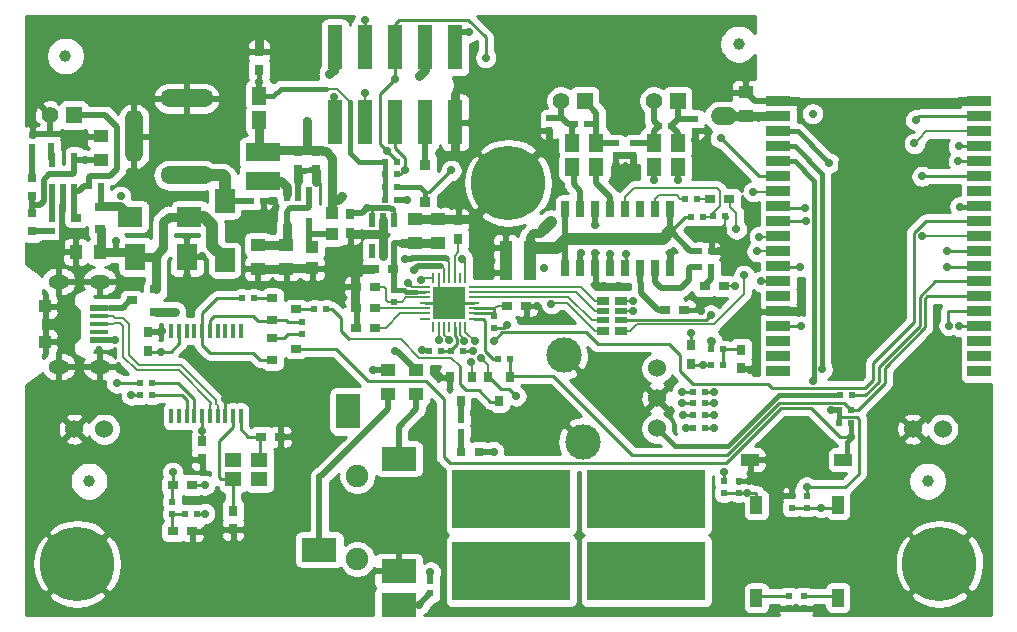
<source format=gbr>
G04 #@! TF.GenerationSoftware,KiCad,Pcbnew,5.1.0-unknown-223e24f~82~ubuntu18.04.1*
G04 #@! TF.CreationDate,2019-04-23T11:49:51+03:00*
G04 #@! TF.ProjectId,ESP32-ADF_Rev_B,45535033-322d-4414-9446-5f5265765f42,rev?*
G04 #@! TF.SameCoordinates,Original*
G04 #@! TF.FileFunction,Copper,L1,Top*
G04 #@! TF.FilePolarity,Positive*
%FSLAX46Y46*%
G04 Gerber Fmt 4.6, Leading zero omitted, Abs format (unit mm)*
G04 Created by KiCad (PCBNEW 5.1.0-unknown-223e24f~82~ubuntu18.04.1) date 2019-04-23 11:49:51*
%MOMM*%
%LPD*%
G04 APERTURE LIST*
%ADD10R,0.800000X0.900000*%
%ADD11R,0.900000X0.800000*%
%ADD12R,1.270000X1.050000*%
%ADD13R,1.050000X1.270000*%
%ADD14R,0.700000X0.900000*%
%ADD15R,0.900000X0.700000*%
%ADD16R,0.500000X0.550000*%
%ADD17R,1.400000X1.200000*%
%ADD18R,0.950000X0.950000*%
%ADD19R,0.670000X1.450000*%
%ADD20R,1.016000X1.016000*%
%ADD21R,1.270000X3.810000*%
%ADD22O,1.500000X4.500000*%
%ADD23O,4.500000X1.500000*%
%ADD24R,0.550000X0.500000*%
%ADD25R,2.000000X0.900000*%
%ADD26C,1.300000*%
%ADD27R,5.000000X5.000000*%
%ADD28C,2.000000*%
%ADD29R,1.524000X1.016000*%
%ADD30C,3.000000*%
%ADD31C,1.524000*%
%ADD32R,1.400000X1.400000*%
%ADD33C,1.400000*%
%ADD34C,1.200000*%
%ADD35C,6.300000*%
%ADD36R,1.016000X1.524000*%
%ADD37R,1.270000X1.524000*%
%ADD38R,0.550000X1.200000*%
%ADD39C,1.900000*%
%ADD40R,3.000000X2.000000*%
%ADD41R,2.000000X3.000000*%
%ADD42R,0.800000X0.800000*%
%ADD43R,1.778000X2.286000*%
%ADD44R,2.000000X1.700000*%
%ADD45R,1.700000X2.000000*%
%ADD46R,3.000000X1.600000*%
%ADD47R,0.325000X1.270000*%
%ADD48R,0.900000X0.200000*%
%ADD49R,0.200000X0.900000*%
%ADD50C,1.600000*%
%ADD51C,0.890000*%
%ADD52R,2.700000X2.700000*%
%ADD53R,1.650000X0.500000*%
%ADD54R,1.650000X0.325000*%
%ADD55R,1.000000X1.100000*%
%ADD56O,1.800000X1.200000*%
%ADD57R,10.000000X5.000000*%
%ADD58C,1.000000*%
%ADD59R,1.016000X0.508000*%
%ADD60R,1.016000X0.762000*%
%ADD61C,0.700000*%
%ADD62C,0.508000*%
%ADD63C,0.381000*%
%ADD64C,0.254000*%
%ADD65C,0.762000*%
%ADD66C,1.016000*%
%ADD67C,0.203200*%
%ADD68C,1.524000*%
%ADD69C,0.177800*%
%ADD70C,0.200000*%
G04 APERTURE END LIST*
D10*
X75400000Y-38200000D03*
X75400000Y-36600000D03*
X80233520Y-46654620D03*
X80233520Y-45054620D03*
X78709520Y-46667320D03*
X78709520Y-45067320D03*
X83100000Y-52000000D03*
X83100000Y-50400000D03*
D11*
X85100000Y-55000000D03*
X86700000Y-55000000D03*
X83600000Y-60006500D03*
X85200000Y-60006500D03*
X83600000Y-58306500D03*
X85200000Y-58306500D03*
D10*
X92250260Y-50894080D03*
X92250260Y-52494080D03*
D11*
X97995640Y-58150760D03*
X96395640Y-58150760D03*
X83591500Y-56562500D03*
X85191500Y-56562500D03*
D10*
X111993680Y-61468100D03*
X111993680Y-63068100D03*
D11*
X69734240Y-73342140D03*
X68134240Y-73342140D03*
D10*
X73197720Y-77088900D03*
X73197720Y-75488900D03*
D11*
X77177800Y-69245480D03*
X75577800Y-69245480D03*
D10*
X70573900Y-71163080D03*
X70573900Y-69563080D03*
X65976500Y-60350500D03*
X65976500Y-61950500D03*
X116200000Y-63461000D03*
X116200000Y-61861000D03*
D11*
X69715280Y-77238860D03*
X68115280Y-77238860D03*
X114730000Y-56496000D03*
X113130000Y-56496000D03*
X115211760Y-49110900D03*
X113611760Y-49110900D03*
X111353500Y-58547000D03*
X109753500Y-58547000D03*
D12*
X116583460Y-40083740D03*
X116583460Y-42115740D03*
D13*
X59884000Y-53600000D03*
X61916000Y-53600000D03*
D12*
X62000000Y-43784000D03*
X62000000Y-45816000D03*
X75300000Y-55016000D03*
X75300000Y-52984000D03*
X77700000Y-55016000D03*
X77700000Y-52984000D03*
X88623140Y-50807620D03*
X88623140Y-52839620D03*
X90563700Y-50825400D03*
X90563700Y-52857400D03*
X88700000Y-63584000D03*
X88700000Y-65616000D03*
X86300000Y-63584000D03*
X86300000Y-65616000D03*
D13*
X96277000Y-55353000D03*
X98309000Y-55353000D03*
X96277000Y-53250000D03*
X98309000Y-53250000D03*
D14*
X96677520Y-64204340D03*
X94777520Y-64204340D03*
X95727520Y-66204340D03*
D15*
X61900000Y-51650000D03*
X61900000Y-49750000D03*
X59900000Y-50700000D03*
X66600000Y-58650000D03*
X66600000Y-56750000D03*
X64600000Y-57700000D03*
D14*
X93421240Y-64204340D03*
X91521240Y-64204340D03*
X92471240Y-66204340D03*
D15*
X76500000Y-60850000D03*
X76500000Y-62750000D03*
X78500000Y-61800000D03*
X76507440Y-57499960D03*
X76507440Y-59399960D03*
X78507440Y-58449960D03*
D16*
X113835180Y-50586640D03*
X114851180Y-50586640D03*
X111996220Y-50599340D03*
X113012220Y-50599340D03*
D17*
X73212780Y-71239480D03*
X75412780Y-72839480D03*
X75412780Y-71239480D03*
X73212780Y-72839480D03*
D18*
X89451180Y-49347720D03*
X89451180Y-46247720D03*
D19*
X101325680Y-50001400D03*
X102595680Y-50001400D03*
X103865680Y-50001400D03*
X105135680Y-50001400D03*
X106405680Y-50001400D03*
X107675680Y-50001400D03*
X108945680Y-50001400D03*
X110215680Y-50001400D03*
X110215680Y-54951400D03*
X108945680Y-54951400D03*
X107675680Y-54951400D03*
X106405680Y-54951400D03*
X105135680Y-54951400D03*
X103865680Y-54951400D03*
X102595680Y-54951400D03*
X101325680Y-54951400D03*
D20*
X81600000Y-50322000D03*
X81600000Y-52100000D03*
X79900000Y-54989000D03*
X79900000Y-53211000D03*
D21*
X91986100Y-36283900D03*
X91986100Y-42633900D03*
X89446100Y-36283900D03*
X89446100Y-42633900D03*
X86906100Y-36283900D03*
X86906100Y-42633900D03*
X84366100Y-36283900D03*
X84366100Y-42633900D03*
X81826100Y-36283900D03*
X81826100Y-42633900D03*
D22*
X64800000Y-43800000D03*
D23*
X69250000Y-40600000D03*
X69250000Y-47100000D03*
D24*
X112306100Y-43329860D03*
X112306100Y-42313860D03*
X107091480Y-44378880D03*
X107091480Y-45394880D03*
D16*
X112672000Y-53530500D03*
X113688000Y-53530500D03*
D24*
X105610660Y-45405040D03*
X105610660Y-44389040D03*
X99966780Y-42291000D03*
X99966780Y-43307000D03*
X120500000Y-75258000D03*
X120500000Y-74242000D03*
X116000000Y-74008000D03*
X116000000Y-72992000D03*
D16*
X110236000Y-42926000D03*
X109220000Y-42926000D03*
X103124000Y-42799000D03*
X102108000Y-42799000D03*
X124561600Y-65725040D03*
X125577600Y-65725040D03*
X90754200Y-61958220D03*
X89738200Y-61958220D03*
X92659460Y-61954380D03*
X91643460Y-61954380D03*
D24*
X56200000Y-43727000D03*
X56200000Y-44743000D03*
X95300000Y-60008000D03*
X95300000Y-58992000D03*
D16*
X96680020Y-62669420D03*
X95664020Y-62669420D03*
D24*
X57800000Y-43592000D03*
X57800000Y-44608000D03*
X121500000Y-83758000D03*
X121500000Y-82742000D03*
X57900000Y-50792000D03*
X57900000Y-51808000D03*
X86800000Y-57808000D03*
X86800000Y-56792000D03*
D16*
X62008000Y-48000000D03*
X60992000Y-48000000D03*
X87044220Y-45954000D03*
X86028220Y-45954000D03*
X87040720Y-47037500D03*
X86024720Y-47037500D03*
X87040720Y-49196500D03*
X86024720Y-49196500D03*
X87044220Y-48117000D03*
X86028220Y-48117000D03*
X125547120Y-68099940D03*
X124531120Y-68099940D03*
D24*
X89900000Y-81492000D03*
X89900000Y-82508000D03*
D16*
X113692000Y-63150000D03*
X114708000Y-63150000D03*
D24*
X68034240Y-74734140D03*
X68034240Y-75750140D03*
D16*
X114708000Y-61850000D03*
X113692000Y-61850000D03*
X69082920Y-75745340D03*
X70098920Y-75745340D03*
X75758000Y-49250000D03*
X74742000Y-49250000D03*
X113676000Y-54845000D03*
X112660000Y-54845000D03*
X112438180Y-49088040D03*
X111422180Y-49088040D03*
D24*
X120250000Y-83758000D03*
X120250000Y-82742000D03*
D16*
X113179500Y-66413500D03*
X112163500Y-66413500D03*
X65283080Y-65714880D03*
X66299080Y-65714880D03*
X113179500Y-65413500D03*
X112163500Y-65413500D03*
X81079340Y-58442860D03*
X80063340Y-58442860D03*
X113179500Y-68513500D03*
X112163500Y-68513500D03*
X113179500Y-67413500D03*
X112163500Y-67413500D03*
X65303400Y-64701420D03*
X66319400Y-64701420D03*
D24*
X78986380Y-60563760D03*
X78986380Y-59547760D03*
D16*
X74942700Y-57513220D03*
X73926700Y-57513220D03*
D24*
X92489020Y-67800220D03*
X92489020Y-68816220D03*
X114750000Y-74008000D03*
X114750000Y-72992000D03*
X121750000Y-75250000D03*
X121750000Y-74234000D03*
D16*
X124526040Y-66984880D03*
X125542040Y-66984880D03*
D25*
X136368680Y-62444200D03*
X136368680Y-61174200D03*
X136368680Y-59904200D03*
X136368680Y-58634200D03*
X136368680Y-63714200D03*
X119368680Y-63714200D03*
X119368680Y-58634200D03*
X119368680Y-59904200D03*
X119368680Y-61174200D03*
X119368680Y-62444200D03*
D26*
X128668680Y-48364200D03*
X125068680Y-48364200D03*
X126868680Y-50164200D03*
X126868680Y-46564200D03*
X128668680Y-46564200D03*
X125068680Y-46564200D03*
X128668680Y-50164200D03*
D25*
X119368680Y-40854200D03*
X119368680Y-42124200D03*
X119368680Y-43394200D03*
X119368680Y-44664200D03*
X119368680Y-45934200D03*
X119368680Y-47204200D03*
X119368680Y-48474200D03*
X119368680Y-49744200D03*
X119368680Y-51014200D03*
X119368680Y-52284200D03*
X119368680Y-53554200D03*
X119368680Y-54824200D03*
X119368680Y-56094200D03*
X119368680Y-57364200D03*
X136368680Y-57364200D03*
X136368680Y-56094200D03*
X136368680Y-54824200D03*
X136368680Y-53554200D03*
X136368680Y-52284200D03*
X136368680Y-51014200D03*
X136368680Y-49744200D03*
X136368680Y-48474200D03*
X136368680Y-47204200D03*
X136368680Y-45934200D03*
X136368680Y-44664200D03*
X136368680Y-43394200D03*
X136368680Y-42124200D03*
X136368680Y-40854200D03*
D27*
X126868680Y-48364200D03*
D28*
X126868680Y-48364200D03*
D26*
X125068680Y-50164200D03*
D29*
X116963000Y-71199000D03*
X124837000Y-71199000D03*
D30*
X101180000Y-62350000D03*
X102780000Y-69650000D03*
D31*
X109080000Y-63460000D03*
X109080000Y-66000000D03*
X109080000Y-68540000D03*
X133270000Y-68595000D03*
X130730000Y-68595000D03*
X62270000Y-68595000D03*
X59730000Y-68595000D03*
D32*
X59682380Y-42014140D03*
D33*
X57670700Y-42016680D03*
D32*
X110825380Y-40798140D03*
D33*
X108813700Y-40800680D03*
D32*
X102951380Y-40798140D03*
D33*
X100939700Y-40800680D03*
D34*
X96500000Y-45337000D03*
X96500000Y-50163000D03*
X94849000Y-49401000D03*
X94722000Y-46099000D03*
X98151000Y-49401000D03*
X98151000Y-46099000D03*
X94087000Y-47750000D03*
X98913000Y-47750000D03*
D35*
X96500000Y-47750000D03*
D36*
X124405025Y-82876340D03*
X124405025Y-75002340D03*
X117500000Y-82891000D03*
X117500000Y-75017000D03*
D37*
X110833000Y-44377000D03*
X110833000Y-46409000D03*
X108801000Y-44377000D03*
X108801000Y-46409000D03*
X103959000Y-44377000D03*
X103959000Y-46409000D03*
X101927000Y-44377000D03*
X101927000Y-46409000D03*
X75400000Y-42400000D03*
X75400000Y-40368000D03*
D38*
X86850000Y-50900000D03*
X85900000Y-50900000D03*
X84950000Y-50900000D03*
X86850000Y-53500000D03*
X84950000Y-53500000D03*
X79650000Y-48700000D03*
X78700000Y-48700000D03*
X77750000Y-48700000D03*
X79650000Y-51300000D03*
X77750000Y-51300000D03*
X57850000Y-48400000D03*
X58800000Y-48400000D03*
X59750000Y-48400000D03*
X57850000Y-45800000D03*
X59750000Y-45800000D03*
D39*
X83700000Y-72600000D03*
X83700000Y-79600000D03*
D40*
X87200000Y-80600000D03*
D41*
X82900000Y-67100000D03*
D40*
X80500000Y-78800000D03*
X87200000Y-71100000D03*
X87200000Y-83500000D03*
D42*
X56200000Y-51862000D03*
X56200000Y-50338000D03*
X92527120Y-70563740D03*
X94051120Y-70563740D03*
D43*
X69277000Y-54000000D03*
X64923000Y-54000000D03*
D44*
X64500000Y-50600000D03*
X69500000Y-50600000D03*
D45*
X72500000Y-54300000D03*
X72500000Y-49300000D03*
D46*
X75727560Y-45165160D03*
X75727560Y-47565160D03*
D34*
X60000000Y-77587000D03*
X60000000Y-82413000D03*
X58349000Y-81651000D03*
X58222000Y-78349000D03*
X61651000Y-81651000D03*
X61651000Y-78349000D03*
X57587000Y-80000000D03*
X62413000Y-80000000D03*
D35*
X60000000Y-80000000D03*
D34*
X133000000Y-77587000D03*
X133000000Y-82413000D03*
X131349000Y-81651000D03*
X131222000Y-78349000D03*
X134651000Y-81651000D03*
X134651000Y-78349000D03*
X130587000Y-80000000D03*
X135413000Y-80000000D03*
D35*
X133000000Y-80000000D03*
D42*
X56200000Y-47338000D03*
X56200000Y-48862000D03*
D47*
X67975000Y-67519500D03*
X68625000Y-67519500D03*
X69275000Y-67519500D03*
X69925000Y-67519500D03*
X70575000Y-67519500D03*
X71225000Y-67519500D03*
X71875000Y-67519500D03*
X72525000Y-67519500D03*
X73175000Y-67519500D03*
X73825000Y-67519500D03*
X73825000Y-60280500D03*
X73175000Y-60280500D03*
X72525000Y-60280500D03*
X71875000Y-60280500D03*
X71225000Y-60280500D03*
X70575000Y-60280500D03*
X69925000Y-60280500D03*
X69275000Y-60280500D03*
X68625000Y-60280500D03*
X67975000Y-60280500D03*
D48*
X93583820Y-59250000D03*
X93583820Y-58800000D03*
X93583820Y-58350000D03*
X93583820Y-57900000D03*
X93583820Y-57450000D03*
X93583820Y-57000000D03*
X93583820Y-56550000D03*
D49*
X92850000Y-55816180D03*
X92400000Y-55816180D03*
X91950000Y-55816180D03*
X91500000Y-55816180D03*
X91050000Y-55816180D03*
X90600000Y-55816180D03*
X90150000Y-55816180D03*
D48*
X89416180Y-56550000D03*
X89416180Y-57000000D03*
X89416180Y-57450000D03*
X89416180Y-57900000D03*
X89416180Y-58350000D03*
X89416180Y-58800000D03*
X89416180Y-59250000D03*
D49*
X90150000Y-59983820D03*
X90600000Y-59983820D03*
X91050000Y-59983820D03*
X91500000Y-59983820D03*
X91950000Y-59983820D03*
X92400000Y-59983820D03*
X92850000Y-59983820D03*
D50*
X91500000Y-57900000D03*
D51*
X92400000Y-58800000D03*
X92400000Y-57000000D03*
X90600000Y-58800000D03*
X90600000Y-57000000D03*
D52*
X91500000Y-57900000D03*
D53*
X61824000Y-58312500D03*
D54*
X61824000Y-59050000D03*
X61824000Y-59700000D03*
X61824000Y-60350000D03*
D53*
X61824000Y-61087500D03*
D55*
X57274000Y-58200000D03*
X57274000Y-61200000D03*
D56*
X58424000Y-56100000D03*
X61894000Y-56100000D03*
X61894000Y-63300000D03*
X58424000Y-63300000D03*
D57*
X96734025Y-80625000D03*
X96734025Y-74539339D03*
X108184025Y-80625000D03*
X108184025Y-74525000D03*
D58*
X59000000Y-37000000D03*
X61000000Y-73000000D03*
X132000000Y-73000000D03*
X116000000Y-36000000D03*
D59*
X106067860Y-58610500D03*
X106067860Y-59372500D03*
X104543860Y-58610500D03*
X104543860Y-59372500D03*
D60*
X106067860Y-57721500D03*
X104543860Y-57721500D03*
X106067860Y-60261500D03*
X104543860Y-60261500D03*
D61*
X88908000Y-83500000D03*
X134719060Y-49766220D03*
X116855240Y-72989440D03*
X118648480Y-71198740D03*
X120500140Y-73507600D03*
X120859320Y-83758000D03*
X70759320Y-77233780D03*
X73238360Y-78145640D03*
X78252320Y-69215000D03*
X72524620Y-66017140D03*
X69570600Y-71239380D03*
X67183000Y-60261500D03*
X63235840Y-61087000D03*
X85890100Y-51940460D03*
X83511000Y-57420900D03*
X83741000Y-55000000D03*
X76505200Y-55016000D03*
X78980760Y-54989000D03*
X78727300Y-47614840D03*
X76418440Y-49253140D03*
X69306440Y-55595520D03*
X70594220Y-53967380D03*
X121020840Y-40850820D03*
X134729220Y-40855900D03*
X90667840Y-64112140D03*
X103865680Y-51348640D03*
X103850440Y-53682900D03*
X110175040Y-53672740D03*
X96277000Y-54278960D03*
X114327940Y-53520340D03*
X93512906Y-61964796D03*
X98930460Y-58143140D03*
X105610646Y-46202600D03*
X107091480Y-46291474D03*
X112328960Y-44091860D03*
X120885732Y-58625740D03*
X117000020Y-63563500D03*
X112796693Y-58633733D03*
X75399900Y-35486340D03*
X91978480Y-40276780D03*
X91950540Y-44968160D03*
X96545400Y-34150300D03*
X99824540Y-34150300D03*
X124381260Y-51940460D03*
X124896880Y-41821100D03*
X126166880Y-41821100D03*
X129976880Y-41821100D03*
X127436880Y-41821100D03*
X128706880Y-41821100D03*
X125651260Y-51940460D03*
X126921260Y-51940460D03*
X128191260Y-51940460D03*
X129461260Y-51940460D03*
X124381260Y-53210460D03*
X125651260Y-53210460D03*
X126921260Y-53210460D03*
X128191260Y-53210460D03*
X129461260Y-53210460D03*
X124381260Y-54480460D03*
X125651260Y-54480460D03*
X126921260Y-54480460D03*
X128191260Y-54480460D03*
X129461260Y-54480460D03*
X124381260Y-55750460D03*
X125651260Y-55750460D03*
X126921260Y-55750460D03*
X128191260Y-55750460D03*
X129461260Y-55750460D03*
X124381260Y-57020460D03*
X125651260Y-57020460D03*
X126921260Y-57020460D03*
X128191260Y-57020460D03*
X129461260Y-57020460D03*
X124381260Y-58290460D03*
X125651260Y-58290460D03*
X126921260Y-58290460D03*
X128191260Y-58290460D03*
X129461260Y-58290460D03*
X80195420Y-47637700D03*
X117698520Y-58623200D03*
X123002080Y-75250000D03*
X123070110Y-63522860D03*
X116739900Y-73997820D03*
X122334020Y-64488060D03*
X63251080Y-52638960D03*
X60681880Y-45800000D03*
X76532340Y-52984000D03*
X63647500Y-49747500D03*
X84533401Y-49893599D03*
X63663830Y-48898810D03*
X100105210Y-51057810D03*
X99521010Y-51642010D03*
X75400000Y-39225120D03*
X93179900Y-34965640D03*
X114749580Y-72237600D03*
X121747280Y-73507600D03*
X67106800Y-62039500D03*
X81600000Y-49211000D03*
X95267780Y-70505320D03*
X89895680Y-80703420D03*
X123837700Y-66992500D03*
X89154000Y-61913020D03*
X70575000Y-68716060D03*
X114381280Y-42128440D03*
X115573934Y-42124200D03*
X79415640Y-44965620D03*
X79415640Y-42519600D03*
X79415640Y-43362880D03*
X79415640Y-44152820D03*
X82454154Y-48851820D03*
X70799960Y-75745340D03*
X113680240Y-61137800D03*
X96407721Y-59761639D03*
X89649300Y-52857400D03*
X88480900Y-55128160D03*
X86921340Y-61996320D03*
X85069680Y-63581280D03*
X87782400Y-54236620D03*
X112001300Y-60454540D03*
X90596720Y-61018420D03*
X112963960Y-63164720D03*
X91446591Y-61084051D03*
X70788360Y-73343591D03*
X68069460Y-72245220D03*
X115714780Y-56489600D03*
X87978253Y-56189971D03*
X115811300Y-51655980D03*
X89103200Y-55947598D03*
X91655900Y-46690280D03*
X114460803Y-43963382D03*
X68287900Y-58679080D03*
X105138220Y-53756560D03*
X110853220Y-47503080D03*
X102608380Y-53680360D03*
X108816140Y-47515780D03*
X93314520Y-62925960D03*
X130880460Y-44413071D03*
X125547120Y-69245480D03*
X123672600Y-46062900D03*
X86215220Y-45090080D03*
X93680263Y-61128975D03*
X130982720Y-42433240D03*
X86906100Y-38933120D03*
X94579440Y-37150040D03*
X92778060Y-61176978D03*
X87767160Y-46621700D03*
X95303340Y-61097160D03*
X87957660Y-49207420D03*
X133616700Y-53522880D03*
X81768575Y-40446075D03*
X113921540Y-66413380D03*
X121684300Y-50998120D03*
X64564260Y-65722500D03*
X134602220Y-45900340D03*
X113949480Y-65435480D03*
X121640600Y-49877980D03*
X113929160Y-68503800D03*
X121312940Y-59870340D03*
X113944400Y-67398900D03*
X121231660Y-54838600D03*
X134612380Y-44655740D03*
X63334900Y-64693800D03*
X100124260Y-57992759D03*
X99547680Y-54993599D03*
X92590620Y-54173120D03*
X117231160Y-48501300D03*
X116441220Y-55575200D03*
X107048300Y-57721500D03*
X117744240Y-52290980D03*
X113644680Y-58938160D03*
X131531859Y-52255420D03*
X107038140Y-58615580D03*
X117546120Y-53555900D03*
X81348580Y-38524180D03*
X117866160Y-56085740D03*
X122252740Y-41899840D03*
X134680960Y-59903360D03*
X84348320Y-33939480D03*
X84373720Y-40165020D03*
X94149086Y-62548594D03*
X133807200Y-59829700D03*
X97152460Y-65798700D03*
X133623915Y-54876810D03*
X88948260Y-38689280D03*
X131521200Y-47185580D03*
X106451400Y-53743860D03*
X111224060Y-66398140D03*
X96734025Y-80625000D03*
X96733360Y-74538840D03*
X111211360Y-65415160D03*
X111569501Y-68513960D03*
X108184025Y-80625000D03*
X111290100Y-67416680D03*
X108184025Y-74525000D03*
D62*
X88908000Y-83500000D02*
X89900000Y-82508000D01*
X87200000Y-83500000D02*
X88908000Y-83500000D01*
D63*
X136346660Y-49766220D02*
X136368680Y-49744200D01*
X134719060Y-49766220D02*
X136346660Y-49766220D01*
D62*
X87200000Y-68408020D02*
X87200000Y-71100000D01*
X88700000Y-65616000D02*
X88700000Y-66908020D01*
X88700000Y-66908020D02*
X87200000Y-68408020D01*
X80500000Y-73571320D02*
X80500000Y-78800000D01*
X80502760Y-73568560D02*
X80500000Y-73571320D01*
X80502760Y-72585580D02*
X80502760Y-73568560D01*
X86300000Y-65616000D02*
X86300000Y-66931522D01*
X80645942Y-72585580D02*
X80502760Y-72585580D01*
X86300000Y-66931522D02*
X80645942Y-72585580D01*
D64*
X116000000Y-72992000D02*
X116852680Y-72992000D01*
X116852680Y-72992000D02*
X116855240Y-72989440D01*
X116963000Y-71199000D02*
X118648220Y-71199000D01*
X118648220Y-71199000D02*
X118648480Y-71198740D01*
X120500000Y-74242000D02*
X120500000Y-73507740D01*
X120500000Y-73507740D02*
X120500140Y-73507600D01*
X120859320Y-83758000D02*
X121500000Y-83758000D01*
X120250000Y-83758000D02*
X120859320Y-83758000D01*
X69804280Y-77238860D02*
X70754240Y-77238860D01*
X70754240Y-77238860D02*
X70759320Y-77233780D01*
X73197720Y-77177900D02*
X73197720Y-78105000D01*
X73197720Y-78105000D02*
X73238360Y-78145640D01*
X77266800Y-69245480D02*
X78221840Y-69245480D01*
X78221840Y-69245480D02*
X78252320Y-69215000D01*
X72525000Y-67519500D02*
X72525000Y-66017520D01*
X72525000Y-66017520D02*
X72524620Y-66017140D01*
X70573900Y-71252080D02*
X69583300Y-71252080D01*
X69583300Y-71252080D02*
X69570600Y-71239380D01*
X65976500Y-60261500D02*
X67183000Y-60261500D01*
D62*
X61824000Y-61087500D02*
X63235340Y-61087500D01*
X63235340Y-61087500D02*
X63235840Y-61087000D01*
X57670700Y-43462700D02*
X57800000Y-43592000D01*
X57670700Y-42016680D02*
X57670700Y-43462700D01*
X56335000Y-43592000D02*
X56200000Y-43727000D01*
X57800000Y-43592000D02*
X56335000Y-43592000D01*
D65*
X85900000Y-50900000D02*
X85900000Y-51930560D01*
X85900000Y-51930560D02*
X85890100Y-51940460D01*
X85741560Y-52089000D02*
X85890100Y-51940460D01*
X83100000Y-52089000D02*
X85741560Y-52089000D01*
X85890100Y-51940460D02*
X85890100Y-53964840D01*
X83511000Y-56571000D02*
X83502500Y-56562500D01*
X83511000Y-57420900D02*
X83511000Y-56571000D01*
X83511000Y-58306500D02*
X83511000Y-57420900D01*
X83511000Y-55230000D02*
X83511000Y-57420900D01*
X85011000Y-55000000D02*
X83741000Y-55000000D01*
X83741000Y-55000000D02*
X83511000Y-55230000D01*
X77727000Y-54989000D02*
X77700000Y-55016000D01*
X76505200Y-55016000D02*
X75300000Y-55016000D01*
X77700000Y-55016000D02*
X76505200Y-55016000D01*
X78980760Y-54989000D02*
X77727000Y-54989000D01*
X79900000Y-54989000D02*
X78980760Y-54989000D01*
D62*
X78700000Y-48700000D02*
X78700000Y-47642140D01*
X78700000Y-47642140D02*
X78727300Y-47614840D01*
X75758000Y-49250000D02*
X76415300Y-49250000D01*
X76415300Y-49250000D02*
X76418440Y-49253140D01*
X69277000Y-54000000D02*
X69277000Y-55566080D01*
X69277000Y-55566080D02*
X69306440Y-55595520D01*
X69277000Y-54000000D02*
X70561600Y-54000000D01*
X70561600Y-54000000D02*
X70594220Y-53967380D01*
D64*
X93583820Y-57900000D02*
X91500000Y-57900000D01*
D65*
X119368680Y-40854200D02*
X121017460Y-40854200D01*
X121017460Y-40854200D02*
X121020840Y-40850820D01*
X136368680Y-40854200D02*
X134730920Y-40854200D01*
X134730920Y-40854200D02*
X134729220Y-40855900D01*
D64*
X91518740Y-64096900D02*
X90683080Y-64096900D01*
X90683080Y-64096900D02*
X90667840Y-64112140D01*
X89416180Y-57900000D02*
X91500000Y-57900000D01*
D62*
X103865680Y-50001400D02*
X103865680Y-51348640D01*
X103865680Y-54951400D02*
X103865680Y-53698140D01*
X103865680Y-53698140D02*
X103850440Y-53682900D01*
X110215680Y-54951400D02*
X110215680Y-53713380D01*
X110215680Y-53713380D02*
X110175040Y-53672740D01*
D66*
X96277000Y-54278960D02*
X96277000Y-55353000D01*
X96277000Y-53250000D02*
X96277000Y-54278960D01*
D62*
X113688000Y-53530500D02*
X114317780Y-53530500D01*
X114317780Y-53530500D02*
X114327940Y-53520340D01*
D65*
X90563700Y-50825400D02*
X88640920Y-50825400D01*
X92229940Y-50825400D02*
X92250260Y-50805080D01*
X90563700Y-50825400D02*
X92229940Y-50825400D01*
X93444920Y-50805080D02*
X94849000Y-49401000D01*
X92250260Y-50805080D02*
X93444920Y-50805080D01*
D67*
X90600000Y-55816180D02*
X90600000Y-57000000D01*
D64*
X93503524Y-61964796D02*
X93512906Y-61964796D01*
X92659460Y-61954380D02*
X93502490Y-61954380D01*
X93502490Y-61954380D02*
X93512906Y-61964796D01*
X93496160Y-61972160D02*
X93503524Y-61964796D01*
D67*
X98084640Y-58150760D02*
X98922840Y-58150760D01*
X98922840Y-58150760D02*
X98930460Y-58143140D01*
D62*
X107081320Y-45405040D02*
X107091480Y-45394880D01*
X105610660Y-45405040D02*
X107081320Y-45405040D01*
X105610660Y-46202586D02*
X105610646Y-46202600D01*
X105610660Y-45405040D02*
X105610660Y-46202586D01*
X107091480Y-45394880D02*
X107091480Y-46291474D01*
X99966780Y-44283220D02*
X98151000Y-46099000D01*
X99966780Y-43307000D02*
X99966780Y-44283220D01*
X112306100Y-43329860D02*
X112306100Y-44069000D01*
X112306100Y-44069000D02*
X112328960Y-44091860D01*
D65*
X120390758Y-58625740D02*
X120885732Y-58625740D01*
X119368680Y-58634200D02*
X119377140Y-58625740D01*
X119377140Y-58625740D02*
X120390758Y-58625740D01*
D64*
X116200000Y-63550000D02*
X116986520Y-63550000D01*
X116986520Y-63550000D02*
X117000020Y-63563500D01*
X111442500Y-58547000D02*
X112709960Y-58547000D01*
X112709960Y-58547000D02*
X112796693Y-58633733D01*
D65*
X75400000Y-36511000D02*
X75400000Y-35486440D01*
X75400000Y-35486440D02*
X75399900Y-35486340D01*
X91986100Y-42633900D02*
X91986100Y-40284400D01*
X91986100Y-40284400D02*
X91978480Y-40276780D01*
X91986100Y-42633900D02*
X91986100Y-44932600D01*
X91986100Y-44932600D02*
X91950540Y-44968160D01*
D62*
X58691239Y-49616761D02*
X58691239Y-53550239D01*
X58691239Y-53550239D02*
X58741000Y-53600000D01*
X58800000Y-49508000D02*
X58691239Y-49616761D01*
X58741000Y-53600000D02*
X59884000Y-53600000D01*
X58800000Y-48400000D02*
X58800000Y-49508000D01*
D67*
X114851180Y-52997100D02*
X114327940Y-53520340D01*
X114851180Y-50586640D02*
X114851180Y-52997100D01*
D62*
X117353920Y-40854200D02*
X116583460Y-40083740D01*
X119368680Y-40854200D02*
X117353920Y-40854200D01*
D65*
X78709520Y-47597060D02*
X78727300Y-47614840D01*
X78709520Y-46756320D02*
X78709520Y-47597060D01*
X80233520Y-47599600D02*
X80195420Y-47637700D01*
X80233520Y-46743620D02*
X80233520Y-47599600D01*
D62*
X59750000Y-50654900D02*
X59797640Y-50702540D01*
X59750000Y-48400000D02*
X59750000Y-50654900D01*
X60992000Y-47217000D02*
X60992000Y-48000000D01*
X59682380Y-42014140D02*
X62344300Y-42014140D01*
X62344300Y-42014140D02*
X63373000Y-43042840D01*
X63373000Y-43042840D02*
X63373000Y-46571522D01*
X62774182Y-47170340D02*
X61038660Y-47170340D01*
X63373000Y-46571522D02*
X62774182Y-47170340D01*
X61038660Y-47170340D02*
X60992000Y-47217000D01*
X60179920Y-48400000D02*
X59750000Y-48400000D01*
X60992000Y-48000000D02*
X60579920Y-48000000D01*
X60579920Y-48000000D02*
X60179920Y-48400000D01*
D64*
X124270685Y-82742000D02*
X124405025Y-82876340D01*
X121500000Y-82742000D02*
X124270685Y-82742000D01*
X121742000Y-75258000D02*
X121750000Y-75250000D01*
X120500000Y-75258000D02*
X121742000Y-75258000D01*
X124157365Y-75250000D02*
X124405025Y-75002340D01*
X121750000Y-75250000D02*
X123002080Y-75250000D01*
X123002080Y-75250000D02*
X124157365Y-75250000D01*
D63*
X123070110Y-63027886D02*
X123070110Y-63522860D01*
X119368680Y-44664200D02*
X120749680Y-44664200D01*
X123070110Y-46984630D02*
X123070110Y-63027886D01*
X120749680Y-44664200D02*
X123070110Y-46984630D01*
D64*
X114750000Y-74008000D02*
X116000000Y-74008000D01*
X117500000Y-74001000D02*
X117500000Y-75017000D01*
X116529000Y-74008000D02*
X116536640Y-74000360D01*
X116000000Y-74008000D02*
X116529000Y-74008000D01*
X116739900Y-73997820D02*
X117496820Y-73997820D01*
X116536640Y-74000360D02*
X116737360Y-74000360D01*
X116737360Y-74000360D02*
X116739900Y-73997820D01*
X117496820Y-73997820D02*
X117500000Y-74001000D01*
D63*
X122377200Y-64444880D02*
X122334020Y-64488060D01*
X122377200Y-47561720D02*
X122377200Y-64444880D01*
X119368680Y-45934200D02*
X120749680Y-45934200D01*
X120749680Y-45934200D02*
X122377200Y-47561720D01*
D64*
X117649000Y-82742000D02*
X117500000Y-82891000D01*
X120250000Y-82742000D02*
X117649000Y-82742000D01*
D65*
X62007440Y-53508560D02*
X61916000Y-53600000D01*
X62007440Y-51649960D02*
X62007440Y-53508560D01*
X64523000Y-53600000D02*
X64923000Y-54000000D01*
X66574000Y-54000000D02*
X64923000Y-54000000D01*
X67297300Y-53276700D02*
X66574000Y-54000000D01*
X67738000Y-50600000D02*
X67297300Y-51040700D01*
X67297300Y-51040700D02*
X67297300Y-53276700D01*
X69500000Y-50600000D02*
X67738000Y-50600000D01*
X66707440Y-54133440D02*
X66707440Y-56747500D01*
X66574000Y-54000000D02*
X66707440Y-54133440D01*
D62*
X57168599Y-49287881D02*
X56822340Y-49634140D01*
X59637520Y-47020480D02*
X57622998Y-47020480D01*
X59750000Y-45800000D02*
X59750000Y-46908000D01*
X57168599Y-47474879D02*
X57168599Y-49287881D01*
X57622998Y-47020480D02*
X57168599Y-47474879D01*
X59750000Y-46908000D02*
X59637520Y-47020480D01*
X56822340Y-49634140D02*
X56357520Y-49634140D01*
X56200000Y-50338000D02*
X56200000Y-49476620D01*
X56357520Y-49634140D02*
X56200000Y-49476620D01*
X56200000Y-49476620D02*
X56200000Y-48862000D01*
X61984000Y-45800000D02*
X62000000Y-45816000D01*
X63244380Y-53600000D02*
X63244380Y-52645660D01*
X63244380Y-52645660D02*
X63251080Y-52638960D01*
D65*
X63244380Y-53600000D02*
X64523000Y-53600000D01*
X61916000Y-53600000D02*
X63244380Y-53600000D01*
D62*
X60681880Y-45800000D02*
X61984000Y-45800000D01*
X59750000Y-45800000D02*
X60681880Y-45800000D01*
D66*
X72500000Y-54150000D02*
X71445120Y-53095120D01*
X72500000Y-54300000D02*
X72500000Y-54150000D01*
X71445120Y-53095120D02*
X71445120Y-51328320D01*
X70716800Y-50600000D02*
X69500000Y-50600000D01*
X71445120Y-51328320D02*
X70716800Y-50600000D01*
D65*
X63647500Y-49747500D02*
X64500000Y-50600000D01*
X62007440Y-49747500D02*
X63647500Y-49747500D01*
D62*
X62008000Y-49746940D02*
X62007440Y-49747500D01*
X62008000Y-48000000D02*
X62008000Y-49746940D01*
D65*
X77750000Y-52934000D02*
X77700000Y-52984000D01*
X77750000Y-51300000D02*
X77750000Y-52934000D01*
D62*
X77750000Y-50192000D02*
X77750000Y-51300000D01*
X78041160Y-49900840D02*
X77750000Y-50192000D01*
X79650000Y-49808000D02*
X79557160Y-49900840D01*
X79557160Y-49900840D02*
X78041160Y-49900840D01*
X79650000Y-48700000D02*
X79650000Y-49808000D01*
D65*
X76532340Y-52984000D02*
X77700000Y-52984000D01*
X75300000Y-52984000D02*
X76532340Y-52984000D01*
D64*
X84950000Y-50046000D02*
X84950000Y-50900000D01*
X86745480Y-49941480D02*
X85054520Y-49941480D01*
X86850000Y-50046000D02*
X86745480Y-49941480D01*
X85054520Y-49941480D02*
X84950000Y-50046000D01*
X86850000Y-50900000D02*
X86850000Y-50046000D01*
D62*
X84116000Y-50311000D02*
X83100000Y-50311000D01*
X84533401Y-49893599D02*
X84116000Y-50311000D01*
X86500121Y-49893599D02*
X84533401Y-49893599D01*
X86745480Y-49941480D02*
X86548002Y-49941480D01*
X86548002Y-49941480D02*
X86500121Y-49893599D01*
X101325680Y-50001400D02*
X101325680Y-51214020D01*
D66*
X98309000Y-55353000D02*
X98309000Y-53250000D01*
D62*
X101325680Y-51214020D02*
X101325680Y-52755800D01*
D66*
X110205520Y-51859180D02*
X109585760Y-52478940D01*
D62*
X110205520Y-51234340D02*
X110205520Y-51859180D01*
X110215680Y-50001400D02*
X110215680Y-51224180D01*
X110215680Y-51224180D02*
X110205520Y-51234340D01*
X110242680Y-51859180D02*
X110205520Y-51859180D01*
X112672000Y-53530500D02*
X111914000Y-53530500D01*
X111914000Y-53530500D02*
X110242680Y-51859180D01*
D66*
X109585760Y-52478940D02*
X106413300Y-52478940D01*
X106413300Y-52478940D02*
X101361240Y-52478940D01*
X100590180Y-53250000D02*
X98309000Y-53250000D01*
X101361240Y-52478940D02*
X100590180Y-53250000D01*
X100105210Y-51057810D02*
X99521010Y-51642010D01*
D65*
X99171011Y-51992009D02*
X98624911Y-51992009D01*
X99521010Y-51642010D02*
X99171011Y-51992009D01*
X98309000Y-52307920D02*
X98309000Y-53250000D01*
X98624911Y-51992009D02*
X98309000Y-52307920D01*
D62*
X101325680Y-52514500D02*
X101361240Y-52478940D01*
X101325680Y-54951400D02*
X101325680Y-52514500D01*
D64*
X110232380Y-51859180D02*
X110205520Y-51859180D01*
X111492220Y-50599340D02*
X110232380Y-51859180D01*
X111996220Y-50599340D02*
X111492220Y-50599340D01*
D63*
X86024720Y-48120500D02*
X86028220Y-48117000D01*
X86024720Y-49196500D02*
X86024720Y-48120500D01*
X86028220Y-47041000D02*
X86024720Y-47037500D01*
X86028220Y-48117000D02*
X86028220Y-47041000D01*
X86024720Y-45957500D02*
X86028220Y-45954000D01*
X86024720Y-47037500D02*
X86024720Y-45957500D01*
D62*
X75400000Y-40368000D02*
X75400000Y-39225120D01*
D63*
X75400000Y-38289000D02*
X75400000Y-39225120D01*
D62*
X91986100Y-34965640D02*
X91986100Y-36283900D01*
X93179900Y-34965640D02*
X91986100Y-34965640D01*
D67*
X81948539Y-39771839D02*
X83058000Y-40881300D01*
D63*
X76611700Y-40368000D02*
X77207861Y-39771839D01*
X75400000Y-40368000D02*
X76611700Y-40368000D01*
X77207861Y-39771839D02*
X81084939Y-39771839D01*
D67*
X81084939Y-39771839D02*
X81948539Y-39771839D01*
D63*
X83815240Y-45954000D02*
X86028220Y-45954000D01*
X83058000Y-40881300D02*
X83058000Y-45196760D01*
X83058000Y-45196760D02*
X83815240Y-45954000D01*
D64*
X114750000Y-72992000D02*
X114750000Y-72238020D01*
X114750000Y-72238020D02*
X114749580Y-72237600D01*
X121750000Y-74234000D02*
X121750000Y-73510320D01*
X121750000Y-73510320D02*
X121747280Y-73507600D01*
X70575000Y-69472980D02*
X70573900Y-69474080D01*
X70575000Y-67519500D02*
X70575000Y-68716060D01*
X68625000Y-61334100D02*
X68625000Y-60280500D01*
X67919600Y-62039500D02*
X68625000Y-61334100D01*
X67106800Y-62039500D02*
X67919600Y-62039500D01*
X65976500Y-62039500D02*
X67106800Y-62039500D01*
D65*
X81600000Y-50322000D02*
X81600000Y-49211000D01*
D62*
X94051120Y-70563740D02*
X95209360Y-70563740D01*
X95209360Y-70563740D02*
X95267780Y-70505320D01*
X89900000Y-81492000D02*
X89900000Y-80707740D01*
X89900000Y-80707740D02*
X89895680Y-80703420D01*
X124526040Y-66984880D02*
X123845320Y-66984880D01*
X123845320Y-66984880D02*
X123837700Y-66992500D01*
D63*
X124526040Y-68094860D02*
X124531120Y-68099940D01*
D64*
X89738200Y-61958220D02*
X89199200Y-61958220D01*
X89199200Y-61958220D02*
X89154000Y-61913020D01*
D63*
X124526040Y-66984880D02*
X124526040Y-67454780D01*
X124526040Y-67454780D02*
X124526040Y-68094860D01*
D64*
X124616799Y-67545539D02*
X126020641Y-67545539D01*
X126176521Y-72367659D02*
X125036580Y-73507600D01*
X126020641Y-67545539D02*
X126176521Y-67701419D01*
X126176521Y-67701419D02*
X126176521Y-72367659D01*
X122242254Y-73507600D02*
X121747280Y-73507600D01*
X124526040Y-67454780D02*
X124616799Y-67545539D01*
X125036580Y-73507600D02*
X122242254Y-73507600D01*
X70575000Y-68716060D02*
X70575000Y-69472980D01*
D65*
X119368680Y-42124200D02*
X115078940Y-42124200D01*
X117593120Y-42124200D02*
X116068908Y-42124200D01*
X117599900Y-42130980D02*
X117593120Y-42124200D01*
X115078940Y-42124200D02*
X115573934Y-42124200D01*
X116068908Y-42124200D02*
X115573934Y-42124200D01*
X78722220Y-44965620D02*
X78709520Y-44978320D01*
X80233520Y-44965620D02*
X79415640Y-44965620D01*
X75914400Y-44978320D02*
X75727560Y-45165160D01*
X78709520Y-44978320D02*
X75914400Y-44978320D01*
X75400000Y-44837600D02*
X75727560Y-45165160D01*
X75400000Y-42400000D02*
X75400000Y-44837600D01*
X79415640Y-44965620D02*
X78722220Y-44965620D01*
X79415640Y-44965620D02*
X79415640Y-44152820D01*
X79415640Y-42519600D02*
X79415640Y-42519600D01*
X79415640Y-43362880D02*
X79415640Y-42519600D01*
X79415640Y-44152820D02*
X79415640Y-43362880D01*
X80657699Y-44965620D02*
X80233520Y-44965620D01*
X80764379Y-45072301D02*
X80657699Y-44965620D01*
X81600000Y-49211000D02*
X81600000Y-45620900D01*
X81051401Y-45072301D02*
X80764379Y-45072301D01*
X81600000Y-45620900D02*
X81051401Y-45072301D01*
X82094974Y-49211000D02*
X82454154Y-48851820D01*
X81600000Y-49211000D02*
X82094974Y-49211000D01*
X82454154Y-48851820D02*
X82454154Y-48851820D01*
D68*
X115074700Y-42128440D02*
X115078940Y-42124200D01*
X114381280Y-42128440D02*
X115074700Y-42128440D01*
D64*
X70098920Y-75745340D02*
X70799960Y-75745340D01*
D62*
X86850000Y-54939000D02*
X86789000Y-55000000D01*
X86850000Y-53500000D02*
X86850000Y-54939000D01*
D63*
X113692000Y-61850000D02*
X113692000Y-61149560D01*
D65*
X113692000Y-61149560D02*
X113680240Y-61137800D01*
D64*
X96161360Y-60008000D02*
X96407721Y-59761639D01*
X95300000Y-60008000D02*
X96161360Y-60008000D01*
D65*
X88640920Y-52857400D02*
X88623140Y-52839620D01*
X90563700Y-52857400D02*
X89649300Y-52857400D01*
X88623140Y-52839620D02*
X87510380Y-52839620D01*
D62*
X86817200Y-53467200D02*
X86850000Y-53500000D01*
X86817200Y-52880260D02*
X86817200Y-53467200D01*
X87469740Y-52880260D02*
X87510380Y-52839620D01*
X86817200Y-52880260D02*
X87469740Y-52880260D01*
D64*
X89416180Y-57000000D02*
X88676480Y-57000000D01*
D63*
X88676480Y-57000000D02*
X87843220Y-57000000D01*
X87843220Y-57000000D02*
X87635220Y-56792000D01*
X87635220Y-56792000D02*
X86800000Y-56792000D01*
D65*
X89649300Y-52857400D02*
X88640920Y-52857400D01*
D62*
X86789000Y-56781000D02*
X86800000Y-56792000D01*
X86789000Y-55000000D02*
X86789000Y-56781000D01*
D67*
X89416180Y-58800000D02*
X87361760Y-58800000D01*
X86155260Y-60006500D02*
X85289000Y-60006500D01*
X87361760Y-58800000D02*
X86155260Y-60006500D01*
X88762980Y-58350000D02*
X89416180Y-58350000D01*
X86043700Y-58350000D02*
X88762980Y-58350000D01*
X85289000Y-58306500D02*
X86000200Y-58306500D01*
X86000200Y-58306500D02*
X86043700Y-58350000D01*
X92250260Y-53609240D02*
X92250260Y-52583080D01*
X91942920Y-53916580D02*
X92250260Y-53609240D01*
X91950000Y-55816180D02*
X91942920Y-55809100D01*
X91942920Y-55809100D02*
X91942920Y-53916580D01*
D64*
X95108000Y-58800000D02*
X95300000Y-58992000D01*
X93583820Y-58800000D02*
X95108000Y-58800000D01*
X95234280Y-58350000D02*
X95300000Y-58415720D01*
X93583820Y-58350000D02*
X95234280Y-58350000D01*
X95300000Y-58992000D02*
X95300000Y-58415720D01*
D67*
X95396200Y-58350000D02*
X95234280Y-58350000D01*
X96306640Y-58150760D02*
X95595440Y-58150760D01*
X95595440Y-58150760D02*
X95396200Y-58350000D01*
D62*
X87112320Y-61996320D02*
X88700000Y-63584000D01*
X86921340Y-61996320D02*
X87112320Y-61996320D01*
X88831420Y-54777640D02*
X90830400Y-54777640D01*
X88480900Y-55128160D02*
X88831420Y-54777640D01*
D67*
X91050000Y-55162980D02*
X91046300Y-55159280D01*
X91050000Y-55816180D02*
X91050000Y-55162980D01*
X91046300Y-54993540D02*
X90830400Y-54777640D01*
X91046300Y-55159280D02*
X91046300Y-54993540D01*
D62*
X86297280Y-63581280D02*
X86300000Y-63584000D01*
X85069680Y-63581280D02*
X86297280Y-63581280D01*
D67*
X91500000Y-54431240D02*
X91300300Y-54231540D01*
X91500000Y-55816180D02*
X91500000Y-54431240D01*
D62*
X87782400Y-54236620D02*
X88277374Y-54236620D01*
X88396764Y-54117230D02*
X91185990Y-54117230D01*
X91185990Y-54117230D02*
X91300300Y-54231540D01*
X88277374Y-54236620D02*
X88396764Y-54117230D01*
D67*
X86800000Y-57808000D02*
X86321800Y-57808000D01*
X86321800Y-57808000D02*
X86141560Y-57627760D01*
X86141560Y-57627760D02*
X86141560Y-56712360D01*
X86141560Y-56712360D02*
X85991700Y-56562500D01*
X85991700Y-56562500D02*
X85280500Y-56562500D01*
X89416180Y-57450000D02*
X87825300Y-57450000D01*
X87467300Y-57808000D02*
X86800000Y-57808000D01*
X87825300Y-57450000D02*
X87467300Y-57808000D01*
D64*
X111993680Y-61379100D02*
X111993680Y-60462160D01*
X111993680Y-60462160D02*
X112001300Y-60454540D01*
X90600000Y-61015140D02*
X90596720Y-61018420D01*
D69*
X90600000Y-59983820D02*
X90600000Y-61015140D01*
D64*
X113677280Y-63164720D02*
X113692000Y-63150000D01*
X112963960Y-63164720D02*
X113677280Y-63164720D01*
X112001300Y-63164720D02*
X111993680Y-63157100D01*
X112963960Y-63164720D02*
X112001300Y-63164720D01*
D69*
X91446591Y-61008211D02*
X91446591Y-61084051D01*
X91050000Y-59983820D02*
X91050000Y-60611620D01*
X91050000Y-60611620D02*
X91446591Y-61008211D01*
D64*
X69823240Y-73342140D02*
X70786909Y-73342140D01*
X70786909Y-73342140D02*
X70788360Y-73343591D01*
X68069460Y-73317920D02*
X68045240Y-73342140D01*
X68069460Y-72245220D02*
X68069460Y-73317920D01*
X68045240Y-74723140D02*
X68034240Y-74734140D01*
X68045240Y-73342140D02*
X68045240Y-74723140D01*
X73212780Y-75384840D02*
X73197720Y-75399900D01*
X73212780Y-72839480D02*
X73212780Y-75384840D01*
X73175000Y-68408500D02*
X71978520Y-69604980D01*
X73175000Y-67519500D02*
X73175000Y-68408500D01*
X71978520Y-69604980D02*
X71978520Y-72616060D01*
X72201940Y-72839480D02*
X73212780Y-72839480D01*
X71978520Y-72616060D02*
X72201940Y-72839480D01*
X74726800Y-69245480D02*
X74716640Y-69235320D01*
X75488800Y-69245480D02*
X74726800Y-69245480D01*
X74716640Y-69235320D02*
X74467720Y-69235320D01*
X73825000Y-68592600D02*
X73825000Y-67519500D01*
X74467720Y-69235320D02*
X73825000Y-68592600D01*
X75488800Y-71163460D02*
X75412780Y-71239480D01*
X75488800Y-69245480D02*
X75488800Y-71163460D01*
X114708000Y-61850000D02*
X114708000Y-63150000D01*
X116122000Y-61850000D02*
X116200000Y-61772000D01*
X114708000Y-61850000D02*
X116122000Y-61850000D01*
X68034240Y-77230900D02*
X68026280Y-77238860D01*
X68034240Y-75750140D02*
X68034240Y-77230900D01*
X68039040Y-75745340D02*
X68034240Y-75750140D01*
X69082920Y-75745340D02*
X68039040Y-75745340D01*
D67*
X89345060Y-56550000D02*
X89325300Y-56530240D01*
X89416180Y-56550000D02*
X89345060Y-56550000D01*
X114819000Y-56496000D02*
X115708380Y-56496000D01*
X115708380Y-56496000D02*
X115714780Y-56489600D01*
X88343772Y-56555490D02*
X87978253Y-56189971D01*
X89416180Y-56550000D02*
X89276480Y-56550000D01*
X89270990Y-56555490D02*
X88343772Y-56555490D01*
X89276480Y-56550000D02*
X89270990Y-56555490D01*
D62*
X113676000Y-55861000D02*
X113041000Y-56496000D01*
X113676000Y-54845000D02*
X113676000Y-55861000D01*
D67*
X113499900Y-49088040D02*
X113522760Y-49110900D01*
X112438180Y-49088040D02*
X113499900Y-49088040D01*
D62*
X115797280Y-51670000D02*
X115811300Y-51655980D01*
D67*
X90150000Y-55816180D02*
X89234618Y-55816180D01*
X89234618Y-55816180D02*
X89103200Y-55947598D01*
X115811300Y-51161006D02*
X115811300Y-51655980D01*
X115811300Y-50332640D02*
X115811300Y-51161006D01*
X115300760Y-49822100D02*
X115811300Y-50332640D01*
X115300760Y-49110900D02*
X115300760Y-49822100D01*
D62*
X109186980Y-58547000D02*
X109664500Y-58547000D01*
X107690920Y-57050940D02*
X109186980Y-58547000D01*
X107690920Y-56199640D02*
X107690920Y-57050940D01*
X107675680Y-54951400D02*
X107675680Y-56184400D01*
X107675680Y-56184400D02*
X107690920Y-56199640D01*
X110825380Y-42336620D02*
X110236000Y-42926000D01*
X110825380Y-40798140D02*
X110825380Y-42336620D01*
X110833000Y-43523000D02*
X110236000Y-42926000D01*
X110833000Y-44377000D02*
X110833000Y-43523000D01*
X110848140Y-42313860D02*
X110825380Y-42336620D01*
X112306100Y-42313860D02*
X110848140Y-42313860D01*
X108799120Y-44378880D02*
X108801000Y-44377000D01*
X107091480Y-44378880D02*
X108799120Y-44378880D01*
X108813700Y-42519700D02*
X109220000Y-42926000D01*
X108813700Y-40800680D02*
X108813700Y-42519700D01*
X108801000Y-43345000D02*
X109220000Y-42926000D01*
X108801000Y-44377000D02*
X108801000Y-43345000D01*
X105598620Y-44377000D02*
X105610660Y-44389040D01*
X103959000Y-44377000D02*
X105598620Y-44377000D01*
X102951380Y-40798140D02*
X102951380Y-40810280D01*
X102951380Y-40810280D02*
X103959000Y-41817900D01*
X103882000Y-42799000D02*
X103959000Y-42722000D01*
X103959000Y-42722000D02*
X103959000Y-42662500D01*
X103959000Y-41817900D02*
X103959000Y-42662500D01*
X103124000Y-42799000D02*
X103882000Y-42799000D01*
X103959000Y-42662500D02*
X103959000Y-44377000D01*
X100939700Y-40800680D02*
X100939700Y-41630700D01*
X101927000Y-42980000D02*
X102108000Y-42799000D01*
X101927000Y-44377000D02*
X101927000Y-42980000D01*
X100939700Y-42101080D02*
X100939700Y-41630700D01*
X99966780Y-42291000D02*
X100749780Y-42291000D01*
X100749780Y-42291000D02*
X100939700Y-42101080D01*
X100939700Y-41630700D02*
X100939700Y-42164100D01*
X101574600Y-42799000D02*
X102108000Y-42799000D01*
X100939700Y-42164100D02*
X101574600Y-42799000D01*
X56254000Y-51808000D02*
X56200000Y-51862000D01*
X57900000Y-51808000D02*
X56254000Y-51808000D01*
X92489020Y-70525640D02*
X92527120Y-70563740D01*
X92489020Y-68816220D02*
X92489020Y-70525640D01*
D67*
X89446100Y-46242640D02*
X89451180Y-46247720D01*
X89446100Y-42633900D02*
X89446100Y-46242640D01*
D62*
X89451180Y-42638980D02*
X89446100Y-42633900D01*
X89451180Y-46247720D02*
X89451180Y-42638980D01*
D63*
X87044220Y-48117000D02*
X89016080Y-48117000D01*
X89451180Y-48552100D02*
X89451180Y-49347720D01*
X89016080Y-48117000D02*
X89451180Y-48552100D01*
D64*
X89794080Y-48552100D02*
X89451180Y-48552100D01*
X91655900Y-46690280D02*
X89794080Y-48552100D01*
X119368680Y-47204200D02*
X117701621Y-47204200D01*
X114810802Y-44313381D02*
X114460803Y-43963382D01*
X117701621Y-47204200D02*
X114810802Y-44313381D01*
D66*
X72500000Y-47284000D02*
X72500000Y-49300000D01*
X72316000Y-47100000D02*
X72500000Y-47284000D01*
X69250000Y-47100000D02*
X72316000Y-47100000D01*
D62*
X72550000Y-49250000D02*
X72500000Y-49300000D01*
X74742000Y-49250000D02*
X72550000Y-49250000D01*
D65*
X66736560Y-58679080D02*
X66707440Y-58649960D01*
X68287900Y-58679080D02*
X66736560Y-58679080D01*
D62*
X105135680Y-54951400D02*
X105135680Y-53759100D01*
X105135680Y-53759100D02*
X105138220Y-53756560D01*
X110833000Y-46409000D02*
X110833000Y-47482860D01*
X110833000Y-47482860D02*
X110853220Y-47503080D01*
X102595680Y-54951400D02*
X102595680Y-53693060D01*
X102595680Y-53693060D02*
X102608380Y-53680360D01*
X108801000Y-46409000D02*
X108801000Y-47500640D01*
X108801000Y-47500640D02*
X108816140Y-47515780D01*
X103959000Y-46409000D02*
X103959000Y-47779280D01*
X105135680Y-48955960D02*
X105135680Y-50001400D01*
X103959000Y-47779280D02*
X105135680Y-48955960D01*
X102019100Y-46501100D02*
X101927000Y-46409000D01*
X102019100Y-47830740D02*
X102019100Y-46501100D01*
X102595680Y-50001400D02*
X102595680Y-48407320D01*
X102595680Y-48407320D02*
X102019100Y-47830740D01*
X63887680Y-58312500D02*
X64497640Y-57702540D01*
D64*
X61824000Y-58312500D02*
X62729560Y-58312500D01*
D62*
X62729560Y-58312500D02*
X63887680Y-58312500D01*
D65*
X75772160Y-47609760D02*
X75727560Y-47565160D01*
X77750000Y-48700000D02*
X77750000Y-48131060D01*
X77228700Y-47609760D02*
X75772160Y-47609760D01*
X77750000Y-48131060D02*
X77228700Y-47609760D01*
D62*
X56200000Y-44743000D02*
X56200000Y-47338000D01*
X92489020Y-66321940D02*
X92473780Y-66306700D01*
X92489020Y-67800220D02*
X92489020Y-66321940D01*
D67*
X93421200Y-64096900D02*
X93421200Y-63032640D01*
X93421200Y-63032640D02*
X93314520Y-62925960D01*
X131899331Y-43394200D02*
X131230459Y-44063072D01*
X136368680Y-43394200D02*
X131899331Y-43394200D01*
X131230459Y-44063072D02*
X130880460Y-44413071D01*
D63*
X125140720Y-70895280D02*
X124837000Y-71199000D01*
X125140720Y-69651880D02*
X125140720Y-70895280D01*
X125547120Y-68099940D02*
X125547120Y-69245480D01*
X125547120Y-69245480D02*
X125140720Y-69651880D01*
X123322601Y-45712901D02*
X123672600Y-46062900D01*
X119368680Y-43394200D02*
X121003900Y-43394200D01*
X121003900Y-43394200D02*
X123322601Y-45712901D01*
D64*
X119602991Y-66769509D02*
X122121189Y-66769509D01*
X122121189Y-66769509D02*
X124597160Y-69245480D01*
X117143598Y-69228902D02*
X119602991Y-66769509D01*
X114959677Y-71429401D02*
X117143598Y-69245480D01*
X91528421Y-71429401D02*
X114959677Y-71429401D01*
X124597160Y-69245480D02*
X125052146Y-69245480D01*
X81883780Y-61797460D02*
X84637880Y-64551560D01*
X78602360Y-61797460D02*
X81883780Y-61797460D01*
X91029302Y-70930282D02*
X91528421Y-71429401D01*
X125052146Y-69245480D02*
X125547120Y-69245480D01*
X84637880Y-64551560D02*
X89535482Y-64551560D01*
X117143598Y-69245480D02*
X117143598Y-69228902D01*
X89535482Y-64551560D02*
X91029302Y-66045380D01*
X91029302Y-66045380D02*
X91029302Y-70930282D01*
X75438560Y-62752500D02*
X74837320Y-62151260D01*
X76392560Y-62752500D02*
X75438560Y-62752500D01*
X74837320Y-62151260D02*
X71264780Y-62151260D01*
X70575000Y-61461480D02*
X70575000Y-60280500D01*
X71264780Y-62151260D02*
X70575000Y-61461480D01*
X73926700Y-57513220D02*
X71833740Y-57513220D01*
X70575000Y-58771960D02*
X70575000Y-60280500D01*
X71833740Y-57513220D02*
X70575000Y-58771960D01*
X77531740Y-60850000D02*
X76500000Y-60850000D01*
X78986380Y-60563760D02*
X77817980Y-60563760D01*
X77817980Y-60563760D02*
X77531740Y-60850000D01*
X74955960Y-57499960D02*
X74942700Y-57513220D01*
X76507440Y-57499960D02*
X74955960Y-57499960D01*
X71225000Y-59391500D02*
X71225000Y-60280500D01*
X71614840Y-59001660D02*
X71225000Y-59391500D01*
X74858880Y-59001660D02*
X71614840Y-59001660D01*
X75259680Y-59402460D02*
X74858880Y-59001660D01*
X76400000Y-59402460D02*
X75259680Y-59402460D01*
X76519660Y-59387740D02*
X76507440Y-59399960D01*
X78986380Y-59547760D02*
X77833220Y-59547760D01*
X77673200Y-59387740D02*
X76519660Y-59387740D01*
X77833220Y-59547760D02*
X77673200Y-59387740D01*
X78614360Y-58442860D02*
X78609800Y-58447420D01*
X80063340Y-58442860D02*
X78614360Y-58442860D01*
X91643460Y-61954380D02*
X90758040Y-61954380D01*
X91950000Y-60687820D02*
X92148660Y-60886480D01*
X91950000Y-59983820D02*
X91950000Y-60687820D01*
X91643460Y-61929380D02*
X91643460Y-61954380D01*
X92148660Y-60886480D02*
X92148660Y-61424180D01*
X92148660Y-61424180D02*
X91643460Y-61929380D01*
X136368680Y-57364200D02*
X135685758Y-57364200D01*
X96680020Y-64101840D02*
X96677520Y-64104340D01*
X96680020Y-62669420D02*
X96680020Y-64101840D01*
X126046040Y-66984880D02*
X125542040Y-66984880D01*
X128366419Y-64683539D02*
X126065078Y-66984880D01*
X126065078Y-66984880D02*
X126046040Y-66984880D01*
X136368680Y-57364200D02*
X131967400Y-57364200D01*
X131967400Y-57364200D02*
X131752460Y-57579140D01*
X131752460Y-57579140D02*
X131752460Y-59931420D01*
X131752460Y-59931420D02*
X131802335Y-59981295D01*
X131802335Y-59981295D02*
X128366419Y-63417211D01*
X128366419Y-63417211D02*
X128366419Y-64683539D01*
X125542040Y-66984880D02*
X125542040Y-66959880D01*
X114992494Y-70787260D02*
X106983746Y-70787260D01*
X106983746Y-70787260D02*
X100300826Y-64104340D01*
X100300826Y-64104340D02*
X97431520Y-64104340D01*
X124945259Y-66363099D02*
X119416655Y-66363099D01*
X125542040Y-66959880D02*
X124945259Y-66363099D01*
X97431520Y-64104340D02*
X96677520Y-64104340D01*
X119416655Y-66363099D02*
X114992494Y-70787260D01*
X95160020Y-62669420D02*
X94508320Y-62017720D01*
X95664020Y-62669420D02*
X95160020Y-62669420D01*
X94508320Y-62017720D02*
X94508320Y-59402980D01*
X94355340Y-59250000D02*
X93583820Y-59250000D01*
X94508320Y-59402980D02*
X94355340Y-59250000D01*
D62*
X57800000Y-45750000D02*
X57850000Y-45800000D01*
X57800000Y-44608000D02*
X57800000Y-45750000D01*
X57850000Y-50742000D02*
X57900000Y-50792000D01*
X57850000Y-48400000D02*
X57850000Y-50742000D01*
D64*
X87044220Y-45919080D02*
X87044220Y-45954000D01*
X85623400Y-40215820D02*
X85623400Y-44498260D01*
X86906100Y-36283900D02*
X86906100Y-38933120D01*
X86906100Y-38933120D02*
X85623400Y-40215820D01*
X85623400Y-44498260D02*
X86215220Y-45090080D01*
X86215220Y-45090080D02*
X87044220Y-45919080D01*
D67*
X92850000Y-60333820D02*
X93645155Y-61128975D01*
X93645155Y-61128975D02*
X93680263Y-61128975D01*
X92850000Y-59983820D02*
X92850000Y-60333820D01*
D64*
X136368680Y-42124200D02*
X131291760Y-42124200D01*
X131291760Y-42124200D02*
X130982720Y-42433240D01*
X86906100Y-34284920D02*
X86906100Y-36283900D01*
X87251540Y-33939480D02*
X86906100Y-34284920D01*
X93085254Y-33939480D02*
X87251540Y-33939480D01*
X94579440Y-37150040D02*
X94579440Y-35433666D01*
X94579440Y-35433666D02*
X93085254Y-33939480D01*
D62*
X79650000Y-52961000D02*
X79900000Y-53211000D01*
X80582840Y-52101160D02*
X79650000Y-52101160D01*
X80584000Y-52100000D02*
X80582840Y-52101160D01*
X79650000Y-51300000D02*
X79650000Y-52101160D01*
X81600000Y-52100000D02*
X80584000Y-52100000D01*
X79650000Y-52101160D02*
X79650000Y-52961000D01*
D64*
X87767160Y-46621700D02*
X87351360Y-47037500D01*
X87767160Y-45653960D02*
X87767160Y-46621700D01*
X87351360Y-47037500D02*
X87040720Y-47037500D01*
X86906100Y-42633900D02*
X86906100Y-44792900D01*
X86906100Y-44792900D02*
X87767160Y-45653960D01*
D67*
X92778060Y-60977051D02*
X92778060Y-61176978D01*
X92400000Y-59983820D02*
X92400000Y-60598991D01*
X92400000Y-60598991D02*
X92778060Y-60977051D01*
D64*
X103040690Y-60414410D02*
X95986090Y-60414410D01*
X104048560Y-61422280D02*
X103040690Y-60414410D01*
X110131860Y-61422280D02*
X104048560Y-61422280D01*
X127408940Y-64427100D02*
X126718579Y-65117461D01*
X126718579Y-65117461D02*
X118819019Y-65117461D01*
X127408940Y-62964060D02*
X127408940Y-64427100D01*
X130858260Y-51997505D02*
X130858260Y-59514740D01*
X130858260Y-59514740D02*
X127408940Y-62964060D01*
X136368680Y-51014200D02*
X131841565Y-51014200D01*
X131841565Y-51014200D02*
X130858260Y-51997505D01*
X95986090Y-60414410D02*
X95303340Y-61097160D01*
X111025940Y-62316360D02*
X110131860Y-61422280D01*
X118507637Y-64806079D02*
X118819019Y-65117461D01*
X111025940Y-63708282D02*
X112123737Y-64806079D01*
X112123737Y-64806079D02*
X118507637Y-64806079D01*
X111025940Y-62316360D02*
X111025940Y-63708282D01*
D62*
X87051640Y-49207420D02*
X87040720Y-49196500D01*
X87957660Y-49207420D02*
X87051640Y-49207420D01*
D64*
X136337360Y-53522880D02*
X136368680Y-53554200D01*
X133616700Y-53522880D02*
X136337360Y-53522880D01*
D62*
X81768575Y-40941049D02*
X81768575Y-40446075D01*
X81826100Y-42633900D02*
X81768575Y-42576375D01*
X81768575Y-42576375D02*
X81768575Y-40941049D01*
X108945680Y-54951400D02*
X108945680Y-56184400D01*
X108945680Y-56184400D02*
X109438840Y-56677560D01*
X109438840Y-56677560D02*
X111076740Y-56677560D01*
X111902000Y-54845000D02*
X112660000Y-54845000D01*
X111076740Y-56677560D02*
X111800640Y-55953660D01*
X111800640Y-54946360D02*
X111902000Y-54845000D01*
X111800640Y-55953660D02*
X111800640Y-54946360D01*
D67*
X108945680Y-49154080D02*
X108945680Y-50001400D01*
X109293660Y-48806100D02*
X108945680Y-49154080D01*
X111422180Y-49088040D02*
X111028480Y-49088040D01*
X110746540Y-48806100D02*
X109293660Y-48806100D01*
X111028480Y-49088040D02*
X110746540Y-48806100D01*
D64*
X113179500Y-66413500D02*
X113921420Y-66413500D01*
X113921420Y-66413500D02*
X113921540Y-66413380D01*
X119384760Y-50998120D02*
X119368680Y-51014200D01*
X121684300Y-50998120D02*
X119384760Y-50998120D01*
X66823400Y-65694560D02*
X68839080Y-65694560D01*
X69275000Y-66130480D02*
X69275000Y-67519500D01*
X66299080Y-65714880D02*
X66803080Y-65714880D01*
X68839080Y-65694560D02*
X69275000Y-66130480D01*
X66803080Y-65714880D02*
X66823400Y-65694560D01*
X65283080Y-65714880D02*
X64571880Y-65714880D01*
X64571880Y-65714880D02*
X64564260Y-65722500D01*
X136334820Y-45900340D02*
X136368680Y-45934200D01*
X134602220Y-45900340D02*
X136334820Y-45900340D01*
X113179500Y-65413500D02*
X113927500Y-65413500D01*
X113927500Y-65413500D02*
X113949480Y-65435480D01*
X119502460Y-49877980D02*
X119368680Y-49744200D01*
X121640600Y-49877980D02*
X119502460Y-49877980D01*
X94973520Y-66304340D02*
X95727520Y-66304340D01*
X92948677Y-65327299D02*
X93996479Y-65327299D01*
X92400120Y-64778742D02*
X92948677Y-65327299D01*
X92400120Y-63275358D02*
X92400120Y-64778742D01*
X81583340Y-58442860D02*
X82298540Y-59158060D01*
X82298540Y-59158060D02*
X82298540Y-60312962D01*
X93996479Y-65327299D02*
X94973520Y-66304340D01*
X81079340Y-58442860D02*
X81583340Y-58442860D01*
D67*
X91667182Y-62542420D02*
X92400120Y-63275358D01*
D64*
X82298540Y-60312962D02*
X82980199Y-60994621D01*
D67*
X87372521Y-60994621D02*
X82980199Y-60994621D01*
X91667182Y-62542420D02*
X88920320Y-62542420D01*
X88920320Y-62542420D02*
X87372521Y-60994621D01*
D64*
X113179500Y-68513500D02*
X113919460Y-68513500D01*
X113919460Y-68513500D02*
X113929160Y-68503800D01*
X119402540Y-59870340D02*
X119368680Y-59904200D01*
X121312940Y-59870340D02*
X119402540Y-59870340D01*
X113179500Y-67413500D02*
X113929800Y-67413500D01*
X113929800Y-67413500D02*
X113944400Y-67398900D01*
X119383080Y-54838600D02*
X119368680Y-54824200D01*
X121231660Y-54838600D02*
X119383080Y-54838600D01*
X136368680Y-44664200D02*
X134620840Y-44664200D01*
X134620840Y-44664200D02*
X134612380Y-44655740D01*
X65295780Y-64693800D02*
X65303400Y-64701420D01*
X63334900Y-64693800D02*
X65295780Y-64693800D01*
X69925000Y-66081980D02*
X69925000Y-67519500D01*
X68564760Y-64721740D02*
X69925000Y-66081980D01*
X66843720Y-64721740D02*
X68564760Y-64721740D01*
X66319400Y-64701420D02*
X66823400Y-64701420D01*
X66823400Y-64701420D02*
X66843720Y-64721740D01*
D67*
X103832660Y-60261500D02*
X101467920Y-57896760D01*
X104543860Y-60261500D02*
X103832660Y-60261500D01*
X101467920Y-57896760D02*
X100220259Y-57896760D01*
X100220259Y-57896760D02*
X100124260Y-57992759D01*
X92850000Y-55034480D02*
X92850000Y-55816180D01*
X92590620Y-54173120D02*
X92850000Y-54432500D01*
X92850000Y-54432500D02*
X92850000Y-55034480D01*
X119341580Y-48501300D02*
X119368680Y-48474200D01*
X117231160Y-48501300D02*
X119341580Y-48501300D01*
X116441220Y-56070174D02*
X116441220Y-55575200D01*
X113873101Y-59728109D02*
X116441220Y-57159990D01*
X116441220Y-57159990D02*
X116441220Y-56070174D01*
X107355631Y-59728109D02*
X113873101Y-59728109D01*
X106822240Y-60261500D02*
X107355631Y-59728109D01*
X106067860Y-60261500D02*
X106822240Y-60261500D01*
X94237020Y-56550000D02*
X93583820Y-56550000D01*
X102661160Y-56550000D02*
X94237020Y-56550000D01*
X104543860Y-57721500D02*
X103832660Y-57721500D01*
X103832660Y-57721500D02*
X102661160Y-56550000D01*
X106067860Y-57721500D02*
X107048300Y-57721500D01*
X119361900Y-52290980D02*
X119368680Y-52284200D01*
X117744240Y-52290980D02*
X119361900Y-52290980D01*
X95595439Y-57388759D02*
X101566979Y-57388759D01*
X93583820Y-57450000D02*
X95534198Y-57450000D01*
X95534198Y-57450000D02*
X95595439Y-57388759D01*
X103550720Y-59372500D02*
X104543860Y-59372500D01*
X101566979Y-57388759D02*
X103550720Y-59372500D01*
X103832660Y-58610500D02*
X104543860Y-58610500D01*
X93583820Y-57000000D02*
X102222160Y-57000000D01*
X102222160Y-57000000D02*
X103832660Y-58610500D01*
X131560639Y-52284200D02*
X131531859Y-52255420D01*
X136368680Y-52284200D02*
X131560639Y-52284200D01*
D64*
X113294681Y-59288159D02*
X113644680Y-58938160D01*
X113235742Y-59347098D02*
X113294681Y-59288159D01*
X106829860Y-59372500D02*
X106855262Y-59347098D01*
X106067860Y-59372500D02*
X106829860Y-59372500D01*
X106855262Y-59347098D02*
X113235742Y-59347098D01*
D67*
X106067860Y-58610500D02*
X107033060Y-58610500D01*
X107033060Y-58610500D02*
X107038140Y-58615580D01*
X119366980Y-53555900D02*
X119368680Y-53554200D01*
X117546120Y-53555900D02*
X119366980Y-53555900D01*
D65*
X81826100Y-36283900D02*
X81826100Y-38046660D01*
X81698579Y-38174181D02*
X81348580Y-38524180D01*
X81826100Y-38046660D02*
X81698579Y-38174181D01*
D64*
X119368680Y-56094200D02*
X117874620Y-56094200D01*
X117874620Y-56094200D02*
X117866160Y-56085740D01*
X136368680Y-59904200D02*
X134681800Y-59904200D01*
X134681800Y-59904200D02*
X134680960Y-59903360D01*
X84348320Y-36266120D02*
X84366100Y-36283900D01*
X84348320Y-33939480D02*
X84348320Y-36266120D01*
D67*
X84366100Y-42633900D02*
X84366100Y-40172640D01*
X84366100Y-40172640D02*
X84373720Y-40165020D01*
X94777520Y-63177028D02*
X94777520Y-64104340D01*
X94149086Y-62548594D02*
X94777520Y-63177028D01*
D64*
X136368680Y-58634200D02*
X133737780Y-58634200D01*
X133737780Y-58634200D02*
X133737780Y-59760280D01*
X133737780Y-59760280D02*
X133807200Y-59829700D01*
X97152460Y-65798700D02*
X96568260Y-65214500D01*
X95887680Y-65214500D02*
X94777520Y-64104340D01*
X96568260Y-65214500D02*
X95887680Y-65214500D01*
X126733300Y-65725040D02*
X125577600Y-65725040D01*
X136368680Y-56094200D02*
X132648120Y-56094200D01*
X131346050Y-57396270D02*
X131346050Y-59862830D01*
X132648120Y-56094200D02*
X131346050Y-57396270D01*
X127878840Y-63330040D02*
X127878840Y-64579500D01*
X127878840Y-64579500D02*
X126733300Y-65725040D01*
X131346050Y-59862830D02*
X127878840Y-63330040D01*
X136316070Y-54876810D02*
X136368680Y-54824200D01*
X133623915Y-54876810D02*
X136316070Y-54876810D01*
D65*
X89446100Y-36283900D02*
X89446100Y-38191440D01*
X89446100Y-38191440D02*
X89298259Y-38339281D01*
X89298259Y-38339281D02*
X88948260Y-38689280D01*
D64*
X136368680Y-47204200D02*
X134212240Y-47204200D01*
X134212240Y-47204200D02*
X131539820Y-47204200D01*
X131539820Y-47204200D02*
X131521200Y-47185580D01*
X106451400Y-54905680D02*
X106405680Y-54951400D01*
X106451400Y-53743860D02*
X106451400Y-54905680D01*
X112163500Y-66413500D02*
X111239420Y-66413500D01*
X111239420Y-66413500D02*
X111224060Y-66398140D01*
D65*
X96734025Y-74539339D02*
X96733859Y-74539339D01*
X96733859Y-74539339D02*
X96733360Y-74538840D01*
D64*
X112161840Y-65415160D02*
X112163500Y-65413500D01*
X111211360Y-65415160D02*
X112161840Y-65415160D01*
X112163500Y-68513500D02*
X111569961Y-68513500D01*
X111569961Y-68513500D02*
X111569501Y-68513960D01*
X112163500Y-67413500D02*
X111293280Y-67413500D01*
X111293280Y-67413500D02*
X111290100Y-67416680D01*
D70*
X71875000Y-66566999D02*
X71775000Y-66466999D01*
X71875000Y-67519500D02*
X71875000Y-66566999D01*
X71775000Y-66466999D02*
X71775000Y-66171060D01*
X71775000Y-66171060D02*
X68777340Y-63173400D01*
X68777340Y-63173400D02*
X65236580Y-63173400D01*
X65236580Y-63173400D02*
X64357460Y-62294280D01*
X64357460Y-62294280D02*
X64357460Y-59662840D01*
X63061501Y-59050000D02*
X61824000Y-59050000D01*
X64357460Y-59662840D02*
X63844620Y-59150000D01*
X63161501Y-59150000D02*
X63061501Y-59050000D01*
X63844620Y-59150000D02*
X63161501Y-59150000D01*
X71325000Y-66466999D02*
X71325000Y-66357460D01*
X71225000Y-67519500D02*
X71225000Y-66566999D01*
X71225000Y-66566999D02*
X71325000Y-66466999D01*
X71325000Y-66357460D02*
X68590940Y-63623400D01*
X68590940Y-63623400D02*
X65050180Y-63623400D01*
X65050180Y-63623400D02*
X63907460Y-62480680D01*
X63907460Y-62480680D02*
X63907460Y-59849240D01*
X63658220Y-59600000D02*
X63161501Y-59600000D01*
X63907460Y-59849240D02*
X63658220Y-59600000D01*
X63061501Y-59700000D02*
X61824000Y-59700000D01*
X63161501Y-59600000D02*
X63061501Y-59700000D01*
D63*
X115087400Y-70027800D02*
X110567800Y-70027800D01*
X110567800Y-70027800D02*
X109080000Y-68540000D01*
X119390160Y-65725040D02*
X115087400Y-70027800D01*
X124561600Y-65725040D02*
X119390160Y-65725040D01*
D64*
X67956000Y-60261500D02*
X67975000Y-60280500D01*
D67*
X113822480Y-50599340D02*
X113835180Y-50586640D01*
X113012220Y-50599340D02*
X113822480Y-50599340D01*
X114411760Y-48430180D02*
X114167920Y-48186340D01*
X113835180Y-50586640D02*
X113835180Y-50284380D01*
X114167920Y-48186340D02*
X107152440Y-48186340D01*
X106405680Y-48933100D02*
X106405680Y-50001400D01*
X113835180Y-50284380D02*
X114411760Y-49707800D01*
X114411760Y-49707800D02*
X114411760Y-48430180D01*
X107152440Y-48186340D02*
X106405680Y-48933100D01*
D64*
G36*
X58824188Y-51174482D02*
G01*
X58860498Y-51294180D01*
X58919463Y-51404494D01*
X58998815Y-51501185D01*
X59095506Y-51580537D01*
X59205820Y-51639502D01*
X59325518Y-51675812D01*
X59450000Y-51688072D01*
X60350000Y-51688072D01*
X60474482Y-51675812D01*
X60594180Y-51639502D01*
X60704494Y-51580537D01*
X60801185Y-51501185D01*
X60811928Y-51488095D01*
X60811928Y-52000000D01*
X60824188Y-52124482D01*
X60860498Y-52244180D01*
X60919463Y-52354494D01*
X60991440Y-52442199D01*
X60991440Y-52471447D01*
X60939815Y-52513815D01*
X60900000Y-52562330D01*
X60860185Y-52513815D01*
X60763494Y-52434463D01*
X60653180Y-52375498D01*
X60533482Y-52339188D01*
X60409000Y-52326928D01*
X60169750Y-52330000D01*
X60011000Y-52488750D01*
X60011000Y-53473000D01*
X60031000Y-53473000D01*
X60031000Y-53727000D01*
X60011000Y-53727000D01*
X60011000Y-54711250D01*
X60169750Y-54870000D01*
X60409000Y-54873072D01*
X60533482Y-54860812D01*
X60653180Y-54824502D01*
X60763494Y-54765537D01*
X60860185Y-54686185D01*
X60900000Y-54637670D01*
X60939815Y-54686185D01*
X61036506Y-54765537D01*
X61146820Y-54824502D01*
X61266518Y-54860812D01*
X61391000Y-54873072D01*
X61427312Y-54873072D01*
X61228504Y-54913507D01*
X61004054Y-55007610D01*
X60802275Y-55143693D01*
X60630922Y-55316526D01*
X60496579Y-55519467D01*
X60404409Y-55744718D01*
X60400538Y-55782391D01*
X60525269Y-55973000D01*
X61767000Y-55973000D01*
X61767000Y-55953000D01*
X62021000Y-55953000D01*
X62021000Y-55973000D01*
X63262731Y-55973000D01*
X63387462Y-55782391D01*
X63383591Y-55744718D01*
X63291421Y-55519467D01*
X63157078Y-55316526D01*
X62985725Y-55143693D01*
X62783946Y-55007610D01*
X62559496Y-54913507D01*
X62360688Y-54873072D01*
X62441000Y-54873072D01*
X62565482Y-54860812D01*
X62685180Y-54824502D01*
X62795494Y-54765537D01*
X62892185Y-54686185D01*
X62949784Y-54616000D01*
X63395928Y-54616000D01*
X63395928Y-55143000D01*
X63408188Y-55267482D01*
X63444498Y-55387180D01*
X63503463Y-55497494D01*
X63582815Y-55594185D01*
X63679506Y-55673537D01*
X63789820Y-55732502D01*
X63909518Y-55768812D01*
X64034000Y-55781072D01*
X65691441Y-55781072D01*
X65691441Y-55957801D01*
X65619463Y-56045506D01*
X65560498Y-56155820D01*
X65524188Y-56275518D01*
X65511928Y-56400000D01*
X65511928Y-56911905D01*
X65501185Y-56898815D01*
X65404494Y-56819463D01*
X65294180Y-56760498D01*
X65174482Y-56724188D01*
X65050000Y-56711928D01*
X64150000Y-56711928D01*
X64025518Y-56724188D01*
X63905820Y-56760498D01*
X63795506Y-56819463D01*
X63698815Y-56898815D01*
X63619463Y-56995506D01*
X63560498Y-57105820D01*
X63524188Y-57225518D01*
X63511928Y-57350000D01*
X63511928Y-57423500D01*
X62685893Y-57423500D01*
X62662736Y-57425781D01*
X62649000Y-57424428D01*
X61471890Y-57424428D01*
X61431891Y-57327859D01*
X61467000Y-57335000D01*
X61767000Y-57335000D01*
X61767000Y-56227000D01*
X62021000Y-56227000D01*
X62021000Y-57335000D01*
X62321000Y-57335000D01*
X62559496Y-57286493D01*
X62783946Y-57192390D01*
X62985725Y-57056307D01*
X63157078Y-56883474D01*
X63291421Y-56680533D01*
X63383591Y-56455282D01*
X63387462Y-56417609D01*
X63262731Y-56227000D01*
X62021000Y-56227000D01*
X61767000Y-56227000D01*
X60525269Y-56227000D01*
X60400538Y-56417609D01*
X60404409Y-56455282D01*
X60496579Y-56680533D01*
X60552495Y-56765000D01*
X60481911Y-56765000D01*
X60301271Y-56800932D01*
X60131111Y-56871414D01*
X59977972Y-56973738D01*
X59847738Y-57103972D01*
X59745414Y-57257111D01*
X59674932Y-57427271D01*
X59639000Y-57607911D01*
X59639000Y-57792089D01*
X59674932Y-57972729D01*
X59745414Y-58142889D01*
X59847738Y-58296028D01*
X59977972Y-58426262D01*
X60131111Y-58528586D01*
X60134500Y-58529990D01*
X60134500Y-60870010D01*
X60131111Y-60871414D01*
X59977972Y-60973738D01*
X59847738Y-61103972D01*
X59745414Y-61257111D01*
X59674932Y-61427271D01*
X59639000Y-61607911D01*
X59639000Y-61792089D01*
X59674932Y-61972729D01*
X59745414Y-62142889D01*
X59847738Y-62296028D01*
X59977972Y-62426262D01*
X60131111Y-62528586D01*
X60301271Y-62599068D01*
X60481911Y-62635000D01*
X60552495Y-62635000D01*
X60496579Y-62719467D01*
X60404409Y-62944718D01*
X60400538Y-62982391D01*
X60525269Y-63173000D01*
X61767000Y-63173000D01*
X61767000Y-62065000D01*
X61467000Y-62065000D01*
X61431891Y-62072141D01*
X61473009Y-61972870D01*
X61538250Y-61972500D01*
X61697000Y-61813750D01*
X61697000Y-61658500D01*
X61951000Y-61658500D01*
X61951000Y-61813750D01*
X62109750Y-61972500D01*
X62640135Y-61975510D01*
X62764775Y-61964981D01*
X62884966Y-61930337D01*
X62996089Y-61872911D01*
X63093873Y-61794910D01*
X63172460Y-61701819D01*
X63172460Y-62444575D01*
X63168904Y-62480680D01*
X63175119Y-62543778D01*
X63157078Y-62516526D01*
X62985725Y-62343693D01*
X62783946Y-62207610D01*
X62559496Y-62113507D01*
X62321000Y-62065000D01*
X62021000Y-62065000D01*
X62021000Y-63173000D01*
X63262731Y-63173000D01*
X63378995Y-62995330D01*
X63385222Y-63002917D01*
X63413268Y-63025934D01*
X64319133Y-63931800D01*
X63965900Y-63931800D01*
X63962801Y-63928701D01*
X63801472Y-63820904D01*
X63622214Y-63746653D01*
X63431914Y-63708800D01*
X63361692Y-63708800D01*
X63383591Y-63655282D01*
X63387462Y-63617609D01*
X63262731Y-63427000D01*
X62021000Y-63427000D01*
X62021000Y-64535000D01*
X62321000Y-64535000D01*
X62363927Y-64526269D01*
X62349900Y-64596786D01*
X62349900Y-64790814D01*
X62387753Y-64981114D01*
X62462004Y-65160372D01*
X62569801Y-65321701D01*
X62706999Y-65458899D01*
X62868328Y-65566696D01*
X63047586Y-65640947D01*
X63237886Y-65678800D01*
X63431914Y-65678800D01*
X63579260Y-65649491D01*
X63579260Y-65819514D01*
X63617113Y-66009814D01*
X63691364Y-66189072D01*
X63799161Y-66350401D01*
X63936359Y-66487599D01*
X64097688Y-66595396D01*
X64276946Y-66669647D01*
X64467246Y-66707500D01*
X64661274Y-66707500D01*
X64851574Y-66669647D01*
X64967765Y-66621519D01*
X65033080Y-66627952D01*
X65533080Y-66627952D01*
X65657562Y-66615692D01*
X65777260Y-66579382D01*
X65791080Y-66571995D01*
X65804900Y-66579382D01*
X65924598Y-66615692D01*
X66049080Y-66627952D01*
X66549080Y-66627952D01*
X66673562Y-66615692D01*
X66793260Y-66579382D01*
X66903574Y-66520417D01*
X66980380Y-66457384D01*
X66983096Y-66456560D01*
X67342238Y-66456560D01*
X67281963Y-66530006D01*
X67222998Y-66640320D01*
X67186688Y-66760018D01*
X67174428Y-66884500D01*
X67174428Y-68154500D01*
X67186688Y-68278982D01*
X67222998Y-68398680D01*
X67281963Y-68508994D01*
X67361315Y-68605685D01*
X67458006Y-68685037D01*
X67568320Y-68744002D01*
X67688018Y-68780312D01*
X67812500Y-68792572D01*
X68137500Y-68792572D01*
X68261982Y-68780312D01*
X68300000Y-68768779D01*
X68338018Y-68780312D01*
X68462500Y-68792572D01*
X68787500Y-68792572D01*
X68911982Y-68780312D01*
X68950000Y-68768779D01*
X68988018Y-68780312D01*
X69112500Y-68792572D01*
X69437500Y-68792572D01*
X69561982Y-68780312D01*
X69590000Y-68771813D01*
X69590000Y-68813074D01*
X69596574Y-68846122D01*
X69584398Y-68868900D01*
X69548088Y-68988598D01*
X69535828Y-69113080D01*
X69535828Y-70013080D01*
X69548088Y-70137562D01*
X69584398Y-70257260D01*
X69640961Y-70363080D01*
X69584398Y-70468900D01*
X69548088Y-70588598D01*
X69535828Y-70713080D01*
X69538900Y-70877330D01*
X69697650Y-71036080D01*
X70446900Y-71036080D01*
X70446900Y-71016080D01*
X70700900Y-71016080D01*
X70700900Y-71036080D01*
X70720900Y-71036080D01*
X70720900Y-71290080D01*
X70700900Y-71290080D01*
X70700900Y-72089330D01*
X70859650Y-72248080D01*
X70973900Y-72251152D01*
X71098382Y-72238892D01*
X71216521Y-72203055D01*
X71216521Y-72454785D01*
X71075674Y-72396444D01*
X70885374Y-72358591D01*
X70691346Y-72358591D01*
X70507844Y-72395092D01*
X70428420Y-72352638D01*
X70308722Y-72316328D01*
X70184240Y-72304068D01*
X69284240Y-72304068D01*
X69159758Y-72316328D01*
X69053182Y-72348657D01*
X69054460Y-72342234D01*
X69054460Y-72148206D01*
X69016607Y-71957906D01*
X68942356Y-71778648D01*
X68834559Y-71617319D01*
X68830320Y-71613080D01*
X69535828Y-71613080D01*
X69548088Y-71737562D01*
X69584398Y-71857260D01*
X69643363Y-71967574D01*
X69722715Y-72064265D01*
X69819406Y-72143617D01*
X69929720Y-72202582D01*
X70049418Y-72238892D01*
X70173900Y-72251152D01*
X70288150Y-72248080D01*
X70446900Y-72089330D01*
X70446900Y-71290080D01*
X69697650Y-71290080D01*
X69538900Y-71448830D01*
X69535828Y-71613080D01*
X68830320Y-71613080D01*
X68697361Y-71480121D01*
X68536032Y-71372324D01*
X68356774Y-71298073D01*
X68166474Y-71260220D01*
X67972446Y-71260220D01*
X67782146Y-71298073D01*
X67602888Y-71372324D01*
X67441559Y-71480121D01*
X67304361Y-71617319D01*
X67196564Y-71778648D01*
X67122313Y-71957906D01*
X67084460Y-72148206D01*
X67084460Y-72342234D01*
X67122313Y-72532534D01*
X67148879Y-72596671D01*
X67094738Y-72697960D01*
X67058428Y-72817658D01*
X67046168Y-72942140D01*
X67046168Y-73742140D01*
X67058428Y-73866622D01*
X67094738Y-73986320D01*
X67153703Y-74096634D01*
X67209807Y-74164997D01*
X67169738Y-74239960D01*
X67133428Y-74359658D01*
X67121168Y-74484140D01*
X67121168Y-74984140D01*
X67133428Y-75108622D01*
X67169738Y-75228320D01*
X67177125Y-75242140D01*
X67169738Y-75255960D01*
X67133428Y-75375658D01*
X67121168Y-75500140D01*
X67121168Y-76000140D01*
X67133428Y-76124622D01*
X67169738Y-76244320D01*
X67228703Y-76354634D01*
X67239027Y-76367214D01*
X67214095Y-76387675D01*
X67134743Y-76484366D01*
X67075778Y-76594680D01*
X67039468Y-76714378D01*
X67027208Y-76838860D01*
X67027208Y-77638860D01*
X67039468Y-77763342D01*
X67075778Y-77883040D01*
X67134743Y-77993354D01*
X67214095Y-78090045D01*
X67310786Y-78169397D01*
X67421100Y-78228362D01*
X67540798Y-78264672D01*
X67665280Y-78276932D01*
X68565280Y-78276932D01*
X68689762Y-78264672D01*
X68809460Y-78228362D01*
X68915280Y-78171799D01*
X69021100Y-78228362D01*
X69140798Y-78264672D01*
X69265280Y-78276932D01*
X69429530Y-78273860D01*
X69588280Y-78115110D01*
X69588280Y-77365860D01*
X69842280Y-77365860D01*
X69842280Y-78115110D01*
X70001030Y-78273860D01*
X70165280Y-78276932D01*
X70289762Y-78264672D01*
X70409460Y-78228362D01*
X70519774Y-78169397D01*
X70616465Y-78090045D01*
X70695817Y-77993354D01*
X70754782Y-77883040D01*
X70791092Y-77763342D01*
X70803352Y-77638860D01*
X70800665Y-77538900D01*
X72159648Y-77538900D01*
X72171908Y-77663382D01*
X72208218Y-77783080D01*
X72267183Y-77893394D01*
X72346535Y-77990085D01*
X72443226Y-78069437D01*
X72553540Y-78128402D01*
X72673238Y-78164712D01*
X72797720Y-78176972D01*
X72911970Y-78173900D01*
X73070720Y-78015150D01*
X73070720Y-77215900D01*
X73324720Y-77215900D01*
X73324720Y-78015150D01*
X73483470Y-78173900D01*
X73597720Y-78176972D01*
X73722202Y-78164712D01*
X73841900Y-78128402D01*
X73952214Y-78069437D01*
X74048905Y-77990085D01*
X74128257Y-77893394D01*
X74187222Y-77783080D01*
X74223532Y-77663382D01*
X74235792Y-77538900D01*
X74232720Y-77374650D01*
X74073970Y-77215900D01*
X73324720Y-77215900D01*
X73070720Y-77215900D01*
X72321470Y-77215900D01*
X72162720Y-77374650D01*
X72159648Y-77538900D01*
X70800665Y-77538900D01*
X70800280Y-77524610D01*
X70641530Y-77365860D01*
X69842280Y-77365860D01*
X69588280Y-77365860D01*
X69568280Y-77365860D01*
X69568280Y-77111860D01*
X69588280Y-77111860D01*
X69588280Y-77091860D01*
X69842280Y-77091860D01*
X69842280Y-77111860D01*
X70641530Y-77111860D01*
X70800280Y-76953110D01*
X70803352Y-76838860D01*
X70792664Y-76730340D01*
X70896974Y-76730340D01*
X71087274Y-76692487D01*
X71266532Y-76618236D01*
X71427861Y-76510439D01*
X71565059Y-76373241D01*
X71672856Y-76211912D01*
X71747107Y-76032654D01*
X71784960Y-75842354D01*
X71784960Y-75648326D01*
X71747107Y-75458026D01*
X71672856Y-75278768D01*
X71565059Y-75117439D01*
X71427861Y-74980241D01*
X71266532Y-74872444D01*
X71087274Y-74798193D01*
X70896974Y-74760340D01*
X70702946Y-74760340D01*
X70512646Y-74798193D01*
X70414733Y-74838750D01*
X70348920Y-74832268D01*
X69848920Y-74832268D01*
X69724438Y-74844528D01*
X69604740Y-74880838D01*
X69590920Y-74888225D01*
X69577100Y-74880838D01*
X69457402Y-74844528D01*
X69332920Y-74832268D01*
X68947312Y-74832268D01*
X68947312Y-74484140D01*
X68935052Y-74359658D01*
X68912862Y-74286506D01*
X68934240Y-74275079D01*
X69040060Y-74331642D01*
X69159758Y-74367952D01*
X69284240Y-74380212D01*
X70184240Y-74380212D01*
X70308722Y-74367952D01*
X70428420Y-74331642D01*
X70503887Y-74291303D01*
X70691346Y-74328591D01*
X70885374Y-74328591D01*
X71075674Y-74290738D01*
X71254932Y-74216487D01*
X71416261Y-74108690D01*
X71553459Y-73971492D01*
X71661256Y-73810163D01*
X71735507Y-73630905D01*
X71767734Y-73468891D01*
X71776548Y-73476125D01*
X71883972Y-73533544D01*
X71886968Y-73563962D01*
X71923278Y-73683660D01*
X71982243Y-73793974D01*
X72061595Y-73890665D01*
X72158286Y-73970017D01*
X72268600Y-74028982D01*
X72388298Y-74065292D01*
X72450780Y-74071446D01*
X72450781Y-74504325D01*
X72443226Y-74508363D01*
X72346535Y-74587715D01*
X72267183Y-74684406D01*
X72208218Y-74794720D01*
X72171908Y-74914418D01*
X72159648Y-75038900D01*
X72159648Y-75938900D01*
X72171908Y-76063382D01*
X72208218Y-76183080D01*
X72264781Y-76288900D01*
X72208218Y-76394720D01*
X72171908Y-76514418D01*
X72159648Y-76638900D01*
X72162720Y-76803150D01*
X72321470Y-76961900D01*
X73070720Y-76961900D01*
X73070720Y-76941900D01*
X73324720Y-76941900D01*
X73324720Y-76961900D01*
X74073970Y-76961900D01*
X74232720Y-76803150D01*
X74235792Y-76638900D01*
X74223532Y-76514418D01*
X74187222Y-76394720D01*
X74130659Y-76288900D01*
X74187222Y-76183080D01*
X74223532Y-76063382D01*
X74235792Y-75938900D01*
X74235792Y-75038900D01*
X74223532Y-74914418D01*
X74187222Y-74794720D01*
X74128257Y-74684406D01*
X74048905Y-74587715D01*
X73974780Y-74526882D01*
X73974780Y-74071446D01*
X74037262Y-74065292D01*
X74156960Y-74028982D01*
X74267274Y-73970017D01*
X74312780Y-73932671D01*
X74358286Y-73970017D01*
X74468600Y-74028982D01*
X74588298Y-74065292D01*
X74712780Y-74077552D01*
X76112780Y-74077552D01*
X76237262Y-74065292D01*
X76356960Y-74028982D01*
X76467274Y-73970017D01*
X76563965Y-73890665D01*
X76643317Y-73793974D01*
X76702282Y-73683660D01*
X76738592Y-73563962D01*
X76750852Y-73439480D01*
X76750852Y-72239480D01*
X76738592Y-72114998D01*
X76715684Y-72039480D01*
X76738592Y-71963962D01*
X76750852Y-71839480D01*
X76750852Y-70639480D01*
X76738592Y-70514998D01*
X76702282Y-70395300D01*
X76643317Y-70284986D01*
X76634608Y-70274374D01*
X76727800Y-70283552D01*
X76892050Y-70280480D01*
X77050800Y-70121730D01*
X77050800Y-69372480D01*
X77304800Y-69372480D01*
X77304800Y-70121730D01*
X77463550Y-70280480D01*
X77627800Y-70283552D01*
X77752282Y-70271292D01*
X77871980Y-70234982D01*
X77982294Y-70176017D01*
X78078985Y-70096665D01*
X78158337Y-69999974D01*
X78217302Y-69889660D01*
X78253612Y-69769962D01*
X78265872Y-69645480D01*
X78262800Y-69531230D01*
X78104050Y-69372480D01*
X77304800Y-69372480D01*
X77050800Y-69372480D01*
X77030800Y-69372480D01*
X77030800Y-69118480D01*
X77050800Y-69118480D01*
X77050800Y-68369230D01*
X77304800Y-68369230D01*
X77304800Y-69118480D01*
X78104050Y-69118480D01*
X78262800Y-68959730D01*
X78265872Y-68845480D01*
X78253612Y-68720998D01*
X78217302Y-68601300D01*
X78158337Y-68490986D01*
X78078985Y-68394295D01*
X77982294Y-68314943D01*
X77871980Y-68255978D01*
X77752282Y-68219668D01*
X77627800Y-68207408D01*
X77463550Y-68210480D01*
X77304800Y-68369230D01*
X77050800Y-68369230D01*
X76892050Y-68210480D01*
X76727800Y-68207408D01*
X76603318Y-68219668D01*
X76483620Y-68255978D01*
X76377800Y-68312541D01*
X76271980Y-68255978D01*
X76152282Y-68219668D01*
X76027800Y-68207408D01*
X75127800Y-68207408D01*
X75003318Y-68219668D01*
X74883620Y-68255978D01*
X74773306Y-68314943D01*
X74691835Y-68381804D01*
X74607656Y-68297626D01*
X74613312Y-68278982D01*
X74625572Y-68154500D01*
X74625572Y-66884500D01*
X74613312Y-66760018D01*
X74577002Y-66640320D01*
X74518037Y-66530006D01*
X74438685Y-66433315D01*
X74341994Y-66353963D01*
X74231680Y-66294998D01*
X74111982Y-66258688D01*
X73987500Y-66246428D01*
X73662500Y-66246428D01*
X73538018Y-66258688D01*
X73500000Y-66270221D01*
X73461982Y-66258688D01*
X73337500Y-66246428D01*
X73012500Y-66246428D01*
X72888018Y-66258688D01*
X72850786Y-66269982D01*
X72822393Y-66260850D01*
X72719250Y-66249500D01*
X72652002Y-66316748D01*
X72652002Y-66249500D01*
X72538701Y-66249500D01*
X72510944Y-66197570D01*
X72513555Y-66171059D01*
X72510000Y-66134964D01*
X72510000Y-66134956D01*
X72499365Y-66026976D01*
X72457337Y-65888427D01*
X72389087Y-65760740D01*
X72297238Y-65648822D01*
X72269193Y-65625806D01*
X69322599Y-62679213D01*
X69299578Y-62651162D01*
X69187660Y-62559313D01*
X69059973Y-62491063D01*
X68921425Y-62449035D01*
X68813445Y-62438400D01*
X68777340Y-62434844D01*
X68741235Y-62438400D01*
X68598330Y-62438400D01*
X69137353Y-61899378D01*
X69166422Y-61875522D01*
X69261645Y-61759492D01*
X69332402Y-61627115D01*
X69354711Y-61553572D01*
X69437500Y-61553572D01*
X69561982Y-61541312D01*
X69600000Y-61529779D01*
X69638018Y-61541312D01*
X69762500Y-61553572D01*
X69818384Y-61553572D01*
X69824026Y-61610857D01*
X69867598Y-61754494D01*
X69894359Y-61804561D01*
X69938355Y-61886872D01*
X69966674Y-61921378D01*
X70033578Y-62002902D01*
X70062653Y-62026763D01*
X70699500Y-62663611D01*
X70723358Y-62692682D01*
X70839388Y-62787905D01*
X70954669Y-62849524D01*
X70968628Y-62856985D01*
X70971765Y-62858662D01*
X71115402Y-62902234D01*
X71227354Y-62913260D01*
X71227356Y-62913260D01*
X71264779Y-62916946D01*
X71302202Y-62913260D01*
X74521690Y-62913260D01*
X74873280Y-63264851D01*
X74897138Y-63293922D01*
X74926208Y-63317779D01*
X75013167Y-63389145D01*
X75051670Y-63409725D01*
X75145545Y-63459902D01*
X75289182Y-63503474D01*
X75401134Y-63514500D01*
X75401137Y-63514500D01*
X75438560Y-63518186D01*
X75475983Y-63514500D01*
X75568708Y-63514500D01*
X75598815Y-63551185D01*
X75695506Y-63630537D01*
X75805820Y-63689502D01*
X75925518Y-63725812D01*
X76050000Y-63738072D01*
X76950000Y-63738072D01*
X77074482Y-63725812D01*
X77194180Y-63689502D01*
X77304494Y-63630537D01*
X77401185Y-63551185D01*
X77480537Y-63454494D01*
X77539502Y-63344180D01*
X77575812Y-63224482D01*
X77588072Y-63100000D01*
X77588072Y-62588095D01*
X77598815Y-62601185D01*
X77695506Y-62680537D01*
X77805820Y-62739502D01*
X77925518Y-62775812D01*
X78050000Y-62788072D01*
X78950000Y-62788072D01*
X79074482Y-62775812D01*
X79194180Y-62739502D01*
X79304494Y-62680537D01*
X79401185Y-62601185D01*
X79435428Y-62559460D01*
X81568150Y-62559460D01*
X83978333Y-64969643D01*
X83900000Y-64961928D01*
X81900000Y-64961928D01*
X81775518Y-64974188D01*
X81655820Y-65010498D01*
X81545506Y-65069463D01*
X81448815Y-65148815D01*
X81369463Y-65245506D01*
X81310498Y-65355820D01*
X81274188Y-65475518D01*
X81261928Y-65600000D01*
X81261928Y-68600000D01*
X81274188Y-68724482D01*
X81310498Y-68844180D01*
X81369463Y-68954494D01*
X81448815Y-69051185D01*
X81545506Y-69130537D01*
X81655820Y-69189502D01*
X81775518Y-69225812D01*
X81900000Y-69238072D01*
X82736215Y-69238072D01*
X80237131Y-71737156D01*
X80160909Y-71760277D01*
X80006469Y-71842827D01*
X79871101Y-71953921D01*
X79760007Y-72089289D01*
X79677457Y-72243729D01*
X79626624Y-72411306D01*
X79609459Y-72585580D01*
X79613760Y-72629248D01*
X79613761Y-73499623D01*
X79611000Y-73527654D01*
X79611000Y-73527660D01*
X79606700Y-73571320D01*
X79611000Y-73614980D01*
X79611001Y-77161928D01*
X79000000Y-77161928D01*
X78875518Y-77174188D01*
X78755820Y-77210498D01*
X78645506Y-77269463D01*
X78548815Y-77348815D01*
X78469463Y-77445506D01*
X78410498Y-77555820D01*
X78374188Y-77675518D01*
X78361928Y-77800000D01*
X78361928Y-79800000D01*
X78374188Y-79924482D01*
X78410498Y-80044180D01*
X78469463Y-80154494D01*
X78548815Y-80251185D01*
X78645506Y-80330537D01*
X78755820Y-80389502D01*
X78875518Y-80425812D01*
X79000000Y-80438072D01*
X82000000Y-80438072D01*
X82124482Y-80425812D01*
X82244180Y-80389502D01*
X82300979Y-80359142D01*
X82468850Y-80610379D01*
X82689621Y-80831150D01*
X82949221Y-81004609D01*
X83237673Y-81124089D01*
X83543891Y-81185000D01*
X83856109Y-81185000D01*
X84162327Y-81124089D01*
X84450779Y-81004609D01*
X84710379Y-80831150D01*
X84931150Y-80610379D01*
X85103375Y-80352625D01*
X85223750Y-80473000D01*
X87073000Y-80473000D01*
X87073000Y-79123750D01*
X86914250Y-78965000D01*
X85700000Y-78961928D01*
X85575518Y-78974188D01*
X85455820Y-79010498D01*
X85345506Y-79069463D01*
X85248815Y-79148815D01*
X85230697Y-79170892D01*
X85224089Y-79137673D01*
X85104609Y-78849221D01*
X84931150Y-78589621D01*
X84710379Y-78368850D01*
X84450779Y-78195391D01*
X84162327Y-78075911D01*
X83856109Y-78015000D01*
X83543891Y-78015000D01*
X83237673Y-78075911D01*
X82949221Y-78195391D01*
X82689621Y-78368850D01*
X82638072Y-78420399D01*
X82638072Y-77800000D01*
X82625812Y-77675518D01*
X82589502Y-77555820D01*
X82530537Y-77445506D01*
X82451185Y-77348815D01*
X82354494Y-77269463D01*
X82244180Y-77210498D01*
X82124482Y-77174188D01*
X82000000Y-77161928D01*
X81389000Y-77161928D01*
X81389000Y-73640249D01*
X81391760Y-73612227D01*
X81391760Y-73612221D01*
X81396060Y-73568561D01*
X81391760Y-73524901D01*
X81391760Y-73096997D01*
X82132415Y-72356343D01*
X82115000Y-72443891D01*
X82115000Y-72756109D01*
X82175911Y-73062327D01*
X82295391Y-73350779D01*
X82468850Y-73610379D01*
X82689621Y-73831150D01*
X82949221Y-74004609D01*
X83237673Y-74124089D01*
X83543891Y-74185000D01*
X83856109Y-74185000D01*
X84162327Y-74124089D01*
X84450779Y-74004609D01*
X84710379Y-73831150D01*
X84931150Y-73610379D01*
X85104609Y-73350779D01*
X85224089Y-73062327D01*
X85285000Y-72756109D01*
X85285000Y-72580881D01*
X85345506Y-72630537D01*
X85455820Y-72689502D01*
X85575518Y-72725812D01*
X85700000Y-72738072D01*
X88700000Y-72738072D01*
X88824482Y-72725812D01*
X88944180Y-72689502D01*
X89054494Y-72630537D01*
X89151185Y-72551185D01*
X89230537Y-72454494D01*
X89289502Y-72344180D01*
X89325812Y-72224482D01*
X89338072Y-72100000D01*
X89338072Y-70100000D01*
X89325812Y-69975518D01*
X89289502Y-69855820D01*
X89230537Y-69745506D01*
X89151185Y-69648815D01*
X89054494Y-69569463D01*
X88944180Y-69510498D01*
X88824482Y-69474188D01*
X88700000Y-69461928D01*
X88089000Y-69461928D01*
X88089000Y-68776255D01*
X89297736Y-67567519D01*
X89331659Y-67539679D01*
X89442753Y-67404311D01*
X89525303Y-67249871D01*
X89550510Y-67166774D01*
X89576136Y-67082296D01*
X89580007Y-67042994D01*
X89589000Y-66951687D01*
X89589000Y-66951681D01*
X89593300Y-66908021D01*
X89589000Y-66864361D01*
X89589000Y-66725253D01*
X89689494Y-66671537D01*
X89786185Y-66592185D01*
X89865537Y-66495494D01*
X89924502Y-66385180D01*
X89960812Y-66265482D01*
X89973072Y-66141000D01*
X89973072Y-66066780D01*
X90267302Y-66361010D01*
X90267303Y-70892849D01*
X90263616Y-70930282D01*
X90278329Y-71079660D01*
X90321901Y-71223297D01*
X90392657Y-71355674D01*
X90463381Y-71441851D01*
X90487881Y-71471704D01*
X90516951Y-71495561D01*
X90963137Y-71941747D01*
X90986999Y-71970823D01*
X91037850Y-72012555D01*
X91095953Y-72060240D01*
X91095953Y-77039339D01*
X91108213Y-77163821D01*
X91144523Y-77283519D01*
X91203488Y-77393833D01*
X91282840Y-77490524D01*
X91379531Y-77569876D01*
X91402530Y-77582170D01*
X91379531Y-77594463D01*
X91282840Y-77673815D01*
X91203488Y-77770506D01*
X91144523Y-77880820D01*
X91108213Y-78000518D01*
X91095953Y-78125000D01*
X91095953Y-83125000D01*
X91108213Y-83249482D01*
X91144523Y-83369180D01*
X91203488Y-83479494D01*
X91282840Y-83576185D01*
X91379531Y-83655537D01*
X91489845Y-83714502D01*
X91609543Y-83750812D01*
X91734025Y-83763072D01*
X101734025Y-83763072D01*
X101858507Y-83750812D01*
X101978205Y-83714502D01*
X102088519Y-83655537D01*
X102185210Y-83576185D01*
X102264562Y-83479494D01*
X102323527Y-83369180D01*
X102359837Y-83249482D01*
X102372097Y-83125000D01*
X102372097Y-78125000D01*
X102359837Y-78000518D01*
X102323527Y-77880820D01*
X102264562Y-77770506D01*
X102185210Y-77673815D01*
X102088519Y-77594463D01*
X102065520Y-77582170D01*
X102088519Y-77569876D01*
X102185210Y-77490524D01*
X102264562Y-77393833D01*
X102323527Y-77283519D01*
X102359837Y-77163821D01*
X102372097Y-77039339D01*
X102372097Y-72191401D01*
X102545953Y-72191401D01*
X102545953Y-77025000D01*
X102558213Y-77149482D01*
X102594523Y-77269180D01*
X102653488Y-77379494D01*
X102732840Y-77476185D01*
X102829531Y-77555537D01*
X102865943Y-77575000D01*
X102829531Y-77594463D01*
X102732840Y-77673815D01*
X102653488Y-77770506D01*
X102594523Y-77880820D01*
X102558213Y-78000518D01*
X102545953Y-78125000D01*
X102545953Y-83125000D01*
X102558213Y-83249482D01*
X102594523Y-83369180D01*
X102653488Y-83479494D01*
X102732840Y-83576185D01*
X102829531Y-83655537D01*
X102939845Y-83714502D01*
X103059543Y-83750812D01*
X103184025Y-83763072D01*
X113184025Y-83763072D01*
X113308507Y-83750812D01*
X113428205Y-83714502D01*
X113538519Y-83655537D01*
X113635210Y-83576185D01*
X113714562Y-83479494D01*
X113773527Y-83369180D01*
X113809837Y-83249482D01*
X113822097Y-83125000D01*
X113822097Y-82129000D01*
X116353928Y-82129000D01*
X116353928Y-83653000D01*
X116366188Y-83777482D01*
X116402498Y-83897180D01*
X116461463Y-84007494D01*
X116540815Y-84104185D01*
X116637506Y-84183537D01*
X116747820Y-84242502D01*
X116867518Y-84278812D01*
X116992000Y-84291072D01*
X118008000Y-84291072D01*
X118132482Y-84278812D01*
X118252180Y-84242502D01*
X118362494Y-84183537D01*
X118459185Y-84104185D01*
X118538537Y-84007494D01*
X118597502Y-83897180D01*
X118633812Y-83777482D01*
X118646072Y-83653000D01*
X118646072Y-83504000D01*
X119367750Y-83504000D01*
X119498750Y-83635000D01*
X120123000Y-83635000D01*
X120123000Y-83630072D01*
X120377000Y-83630072D01*
X120377000Y-83635000D01*
X121373000Y-83635000D01*
X121373000Y-83630072D01*
X121627000Y-83630072D01*
X121627000Y-83635000D01*
X122251250Y-83635000D01*
X122382250Y-83504000D01*
X123258953Y-83504000D01*
X123258953Y-83638340D01*
X123271213Y-83762822D01*
X123307523Y-83882520D01*
X123366488Y-83992834D01*
X123445840Y-84089525D01*
X123542531Y-84168877D01*
X123652845Y-84227842D01*
X123772543Y-84264152D01*
X123897025Y-84276412D01*
X124913025Y-84276412D01*
X125037507Y-84264152D01*
X125157205Y-84227842D01*
X125267519Y-84168877D01*
X125364210Y-84089525D01*
X125443562Y-83992834D01*
X125502527Y-83882520D01*
X125538837Y-83762822D01*
X125551097Y-83638340D01*
X125551097Y-82665334D01*
X130514271Y-82665334D01*
X130868460Y-83149879D01*
X131523927Y-83505198D01*
X132236120Y-83725814D01*
X132977668Y-83803249D01*
X133720074Y-83734527D01*
X134434809Y-83522290D01*
X135094404Y-83174692D01*
X135131540Y-83149879D01*
X135485729Y-82665334D01*
X133000000Y-80179605D01*
X130514271Y-82665334D01*
X125551097Y-82665334D01*
X125551097Y-82114340D01*
X125538837Y-81989858D01*
X125502527Y-81870160D01*
X125443562Y-81759846D01*
X125364210Y-81663155D01*
X125267519Y-81583803D01*
X125157205Y-81524838D01*
X125037507Y-81488528D01*
X124913025Y-81476268D01*
X123897025Y-81476268D01*
X123772543Y-81488528D01*
X123652845Y-81524838D01*
X123542531Y-81583803D01*
X123445840Y-81663155D01*
X123366488Y-81759846D01*
X123307523Y-81870160D01*
X123274203Y-81980000D01*
X122152081Y-81980000D01*
X122129494Y-81961463D01*
X122019180Y-81902498D01*
X121899482Y-81866188D01*
X121775000Y-81853928D01*
X121225000Y-81853928D01*
X121100518Y-81866188D01*
X120980820Y-81902498D01*
X120875000Y-81959061D01*
X120769180Y-81902498D01*
X120649482Y-81866188D01*
X120525000Y-81853928D01*
X119975000Y-81853928D01*
X119850518Y-81866188D01*
X119730820Y-81902498D01*
X119620506Y-81961463D01*
X119597919Y-81980000D01*
X118626375Y-81980000D01*
X118597502Y-81884820D01*
X118538537Y-81774506D01*
X118459185Y-81677815D01*
X118362494Y-81598463D01*
X118252180Y-81539498D01*
X118132482Y-81503188D01*
X118008000Y-81490928D01*
X116992000Y-81490928D01*
X116867518Y-81503188D01*
X116747820Y-81539498D01*
X116637506Y-81598463D01*
X116540815Y-81677815D01*
X116461463Y-81774506D01*
X116402498Y-81884820D01*
X116366188Y-82004518D01*
X116353928Y-82129000D01*
X113822097Y-82129000D01*
X113822097Y-79977668D01*
X129196751Y-79977668D01*
X129265473Y-80720074D01*
X129477710Y-81434809D01*
X129825308Y-82094404D01*
X129850121Y-82131540D01*
X130334666Y-82485729D01*
X132820395Y-80000000D01*
X133179605Y-80000000D01*
X135665334Y-82485729D01*
X136149879Y-82131540D01*
X136505198Y-81476073D01*
X136725814Y-80763880D01*
X136803249Y-80022332D01*
X136734527Y-79279926D01*
X136522290Y-78565191D01*
X136174692Y-77905596D01*
X136149879Y-77868460D01*
X135665334Y-77514271D01*
X133179605Y-80000000D01*
X132820395Y-80000000D01*
X130334666Y-77514271D01*
X129850121Y-77868460D01*
X129494802Y-78523927D01*
X129274186Y-79236120D01*
X129196751Y-79977668D01*
X113822097Y-79977668D01*
X113822097Y-78125000D01*
X113809837Y-78000518D01*
X113773527Y-77880820D01*
X113714562Y-77770506D01*
X113635210Y-77673815D01*
X113538519Y-77594463D01*
X113502107Y-77575000D01*
X113538519Y-77555537D01*
X113635210Y-77476185D01*
X113714562Y-77379494D01*
X113738523Y-77334666D01*
X130514271Y-77334666D01*
X130574020Y-77394415D01*
X130551841Y-77499236D01*
X131222000Y-78169395D01*
X131236143Y-78155253D01*
X131415748Y-78334858D01*
X131401605Y-78349000D01*
X132071764Y-79019159D01*
X132176585Y-78996980D01*
X133000000Y-79820395D01*
X135485729Y-77334666D01*
X135131540Y-76850121D01*
X134476073Y-76494802D01*
X133763880Y-76274186D01*
X133022332Y-76196751D01*
X132279926Y-76265473D01*
X131565191Y-76477710D01*
X130905596Y-76825308D01*
X130868460Y-76850121D01*
X130514271Y-77334666D01*
X113738523Y-77334666D01*
X113773527Y-77269180D01*
X113809837Y-77149482D01*
X113822097Y-77025000D01*
X113822097Y-72572387D01*
X113847575Y-72633896D01*
X113836928Y-72742000D01*
X113836928Y-73242000D01*
X113849188Y-73366482D01*
X113885498Y-73486180D01*
X113892885Y-73500000D01*
X113885498Y-73513820D01*
X113849188Y-73633518D01*
X113836928Y-73758000D01*
X113836928Y-74258000D01*
X113849188Y-74382482D01*
X113885498Y-74502180D01*
X113944463Y-74612494D01*
X114023815Y-74709185D01*
X114120506Y-74788537D01*
X114230820Y-74847502D01*
X114350518Y-74883812D01*
X114475000Y-74896072D01*
X115025000Y-74896072D01*
X115149482Y-74883812D01*
X115269180Y-74847502D01*
X115375000Y-74790939D01*
X115480820Y-74847502D01*
X115600518Y-74883812D01*
X115725000Y-74896072D01*
X116275000Y-74896072D01*
X116323105Y-74891334D01*
X116353928Y-74904102D01*
X116353928Y-75779000D01*
X116366188Y-75903482D01*
X116402498Y-76023180D01*
X116461463Y-76133494D01*
X116540815Y-76230185D01*
X116637506Y-76309537D01*
X116747820Y-76368502D01*
X116867518Y-76404812D01*
X116992000Y-76417072D01*
X118008000Y-76417072D01*
X118132482Y-76404812D01*
X118252180Y-76368502D01*
X118362494Y-76309537D01*
X118459185Y-76230185D01*
X118538537Y-76133494D01*
X118597502Y-76023180D01*
X118633812Y-75903482D01*
X118646072Y-75779000D01*
X118646072Y-74255000D01*
X118633812Y-74130518D01*
X118597502Y-74010820D01*
X118570472Y-73960250D01*
X119590000Y-73960250D01*
X119748750Y-74119000D01*
X120373000Y-74119000D01*
X120373000Y-73515750D01*
X120214250Y-73357000D01*
X120117324Y-73363079D01*
X119996697Y-73396170D01*
X119884843Y-73452158D01*
X119786061Y-73528892D01*
X119704147Y-73623424D01*
X119642250Y-73732119D01*
X119602747Y-73850801D01*
X119590000Y-73960250D01*
X118570472Y-73960250D01*
X118538537Y-73900506D01*
X118459185Y-73803815D01*
X118362494Y-73724463D01*
X118252180Y-73665498D01*
X118171632Y-73641064D01*
X118136645Y-73575608D01*
X118041422Y-73459578D01*
X118039675Y-73458145D01*
X118038242Y-73456398D01*
X117922212Y-73361175D01*
X117789835Y-73290418D01*
X117646198Y-73246846D01*
X117534246Y-73235820D01*
X117534243Y-73235820D01*
X117496820Y-73232134D01*
X117459397Y-73235820D01*
X117370900Y-73235820D01*
X117367801Y-73232721D01*
X117206472Y-73124924D01*
X117027214Y-73050673D01*
X116836914Y-73012820D01*
X116642886Y-73012820D01*
X116452586Y-73050673D01*
X116297287Y-73115000D01*
X116127000Y-73115000D01*
X116127000Y-73119928D01*
X115873000Y-73119928D01*
X115873000Y-73115000D01*
X115853000Y-73115000D01*
X115853000Y-72869000D01*
X115873000Y-72869000D01*
X115873000Y-72845000D01*
X116127000Y-72845000D01*
X116127000Y-72869000D01*
X116751250Y-72869000D01*
X116910000Y-72710250D01*
X116897253Y-72600801D01*
X116857750Y-72482119D01*
X116795853Y-72373424D01*
X116726204Y-72293046D01*
X116836000Y-72183250D01*
X116836000Y-71326000D01*
X117090000Y-71326000D01*
X117090000Y-72183250D01*
X117248750Y-72342000D01*
X117725000Y-72345072D01*
X117849482Y-72332812D01*
X117969180Y-72296502D01*
X118079494Y-72237537D01*
X118176185Y-72158185D01*
X118255537Y-72061494D01*
X118314502Y-71951180D01*
X118350812Y-71831482D01*
X118363072Y-71707000D01*
X118360000Y-71484750D01*
X118201250Y-71326000D01*
X117090000Y-71326000D01*
X116836000Y-71326000D01*
X116816000Y-71326000D01*
X116816000Y-71072000D01*
X116836000Y-71072000D01*
X116836000Y-71052000D01*
X117090000Y-71052000D01*
X117090000Y-71072000D01*
X118201250Y-71072000D01*
X118360000Y-70913250D01*
X118363072Y-70691000D01*
X118350812Y-70566518D01*
X118314502Y-70446820D01*
X118255537Y-70336506D01*
X118176185Y-70239815D01*
X118079494Y-70160463D01*
X117969180Y-70101498D01*
X117849482Y-70065188D01*
X117725000Y-70052928D01*
X117411759Y-70054949D01*
X117655945Y-69810763D01*
X117685020Y-69786902D01*
X117752816Y-69704292D01*
X117780243Y-69670873D01*
X117781375Y-69668755D01*
X119918622Y-67531509D01*
X121805559Y-67531509D01*
X124031880Y-69757831D01*
X124055738Y-69786902D01*
X124084808Y-69810759D01*
X124171767Y-69882125D01*
X124238429Y-69917756D01*
X124304145Y-69952882D01*
X124315220Y-69956242D01*
X124315220Y-70052928D01*
X124075000Y-70052928D01*
X123950518Y-70065188D01*
X123830820Y-70101498D01*
X123720506Y-70160463D01*
X123623815Y-70239815D01*
X123544463Y-70336506D01*
X123485498Y-70446820D01*
X123449188Y-70566518D01*
X123436928Y-70691000D01*
X123436928Y-71707000D01*
X123449188Y-71831482D01*
X123485498Y-71951180D01*
X123544463Y-72061494D01*
X123623815Y-72158185D01*
X123720506Y-72237537D01*
X123830820Y-72296502D01*
X123950518Y-72332812D01*
X124075000Y-72345072D01*
X125121477Y-72345072D01*
X124720950Y-72745600D01*
X122378280Y-72745600D01*
X122375181Y-72742501D01*
X122213852Y-72634704D01*
X122034594Y-72560453D01*
X121844294Y-72522600D01*
X121650266Y-72522600D01*
X121459966Y-72560453D01*
X121280708Y-72634704D01*
X121119379Y-72742501D01*
X120982181Y-72879699D01*
X120874384Y-73041028D01*
X120800133Y-73220286D01*
X120769758Y-73372992D01*
X120627000Y-73515750D01*
X120627000Y-74119000D01*
X120647000Y-74119000D01*
X120647000Y-74365000D01*
X120627000Y-74365000D01*
X120627000Y-74369928D01*
X120373000Y-74369928D01*
X120373000Y-74365000D01*
X119748750Y-74365000D01*
X119590000Y-74523750D01*
X119602747Y-74633199D01*
X119642108Y-74751454D01*
X119635498Y-74763820D01*
X119599188Y-74883518D01*
X119586928Y-75008000D01*
X119586928Y-75508000D01*
X119599188Y-75632482D01*
X119635498Y-75752180D01*
X119694463Y-75862494D01*
X119773815Y-75959185D01*
X119870506Y-76038537D01*
X119980820Y-76097502D01*
X120100518Y-76133812D01*
X120225000Y-76146072D01*
X120775000Y-76146072D01*
X120899482Y-76133812D01*
X121019180Y-76097502D01*
X121129494Y-76038537D01*
X121131852Y-76036602D01*
X121230820Y-76089502D01*
X121350518Y-76125812D01*
X121475000Y-76138072D01*
X122025000Y-76138072D01*
X122149482Y-76125812D01*
X122269180Y-76089502D01*
X122379494Y-76030537D01*
X122387478Y-76023985D01*
X122535508Y-76122896D01*
X122714766Y-76197147D01*
X122905066Y-76235000D01*
X123099094Y-76235000D01*
X123289394Y-76197147D01*
X123394894Y-76153447D01*
X123445840Y-76215525D01*
X123542531Y-76294877D01*
X123652845Y-76353842D01*
X123772543Y-76390152D01*
X123897025Y-76402412D01*
X124913025Y-76402412D01*
X125037507Y-76390152D01*
X125157205Y-76353842D01*
X125267519Y-76294877D01*
X125364210Y-76215525D01*
X125443562Y-76118834D01*
X125502527Y-76008520D01*
X125538837Y-75888822D01*
X125551097Y-75764340D01*
X125551097Y-74240340D01*
X125538837Y-74115858D01*
X125530410Y-74088079D01*
X125578002Y-74049022D01*
X125601864Y-74019946D01*
X126688873Y-72932938D01*
X126717943Y-72909081D01*
X126776130Y-72838179D01*
X130357000Y-72838179D01*
X130357000Y-73161821D01*
X130420139Y-73479245D01*
X130543992Y-73778252D01*
X130723798Y-74047352D01*
X130952648Y-74276202D01*
X131221748Y-74456008D01*
X131520755Y-74579861D01*
X131838179Y-74643000D01*
X132161821Y-74643000D01*
X132479245Y-74579861D01*
X132778252Y-74456008D01*
X133047352Y-74276202D01*
X133276202Y-74047352D01*
X133456008Y-73778252D01*
X133579861Y-73479245D01*
X133643000Y-73161821D01*
X133643000Y-72838179D01*
X133579861Y-72520755D01*
X133456008Y-72221748D01*
X133276202Y-71952648D01*
X133047352Y-71723798D01*
X132778252Y-71543992D01*
X132479245Y-71420139D01*
X132161821Y-71357000D01*
X131838179Y-71357000D01*
X131520755Y-71420139D01*
X131221748Y-71543992D01*
X130952648Y-71723798D01*
X130723798Y-71952648D01*
X130543992Y-72221748D01*
X130420139Y-72520755D01*
X130357000Y-72838179D01*
X126776130Y-72838179D01*
X126813166Y-72793051D01*
X126883923Y-72660674D01*
X126927495Y-72517037D01*
X126938521Y-72405085D01*
X126938521Y-72405083D01*
X126942207Y-72367660D01*
X126938521Y-72330237D01*
X126938521Y-69560565D01*
X129944040Y-69560565D01*
X130011020Y-69800656D01*
X130260048Y-69917756D01*
X130527135Y-69984023D01*
X130802017Y-69996910D01*
X131074133Y-69955922D01*
X131333023Y-69862636D01*
X131448980Y-69800656D01*
X131515960Y-69560565D01*
X130730000Y-68774605D01*
X129944040Y-69560565D01*
X126938521Y-69560565D01*
X126938521Y-68667017D01*
X129328090Y-68667017D01*
X129369078Y-68939133D01*
X129462364Y-69198023D01*
X129524344Y-69313980D01*
X129764435Y-69380960D01*
X130550395Y-68595000D01*
X130909605Y-68595000D01*
X131695565Y-69380960D01*
X131935656Y-69313980D01*
X131999485Y-69178240D01*
X132031995Y-69256727D01*
X132184880Y-69485535D01*
X132379465Y-69680120D01*
X132608273Y-69833005D01*
X132862510Y-69938314D01*
X133132408Y-69992000D01*
X133407592Y-69992000D01*
X133677490Y-69938314D01*
X133931727Y-69833005D01*
X134160535Y-69680120D01*
X134355120Y-69485535D01*
X134508005Y-69256727D01*
X134613314Y-69002490D01*
X134667000Y-68732592D01*
X134667000Y-68457408D01*
X134613314Y-68187510D01*
X134508005Y-67933273D01*
X134355120Y-67704465D01*
X134160535Y-67509880D01*
X133931727Y-67356995D01*
X133677490Y-67251686D01*
X133407592Y-67198000D01*
X133132408Y-67198000D01*
X132862510Y-67251686D01*
X132608273Y-67356995D01*
X132379465Y-67509880D01*
X132184880Y-67704465D01*
X132031995Y-67933273D01*
X132002308Y-68004943D01*
X131997636Y-67991977D01*
X131935656Y-67876020D01*
X131695565Y-67809040D01*
X130909605Y-68595000D01*
X130550395Y-68595000D01*
X129764435Y-67809040D01*
X129524344Y-67876020D01*
X129407244Y-68125048D01*
X129340977Y-68392135D01*
X129328090Y-68667017D01*
X126938521Y-68667017D01*
X126938521Y-67738842D01*
X126942207Y-67701419D01*
X126938481Y-67663585D01*
X126935118Y-67629435D01*
X129944040Y-67629435D01*
X130730000Y-68415395D01*
X131515960Y-67629435D01*
X131448980Y-67389344D01*
X131199952Y-67272244D01*
X130932865Y-67205977D01*
X130657983Y-67193090D01*
X130385867Y-67234078D01*
X130126977Y-67327364D01*
X130011020Y-67389344D01*
X129944040Y-67629435D01*
X126935118Y-67629435D01*
X126927495Y-67552041D01*
X126883923Y-67408404D01*
X126826540Y-67301048D01*
X128878765Y-65248823D01*
X128907841Y-65224961D01*
X128975544Y-65142464D01*
X129003064Y-65108932D01*
X129053796Y-65014018D01*
X129073821Y-64976554D01*
X129117393Y-64832917D01*
X129128419Y-64720965D01*
X129128419Y-64720962D01*
X129132105Y-64683539D01*
X129128419Y-64646116D01*
X129128419Y-63732841D01*
X132314694Y-60546567D01*
X132343756Y-60522716D01*
X132367607Y-60493654D01*
X132367614Y-60493647D01*
X132438980Y-60406688D01*
X132509736Y-60274311D01*
X132553308Y-60130674D01*
X132568021Y-59981296D01*
X132566440Y-59965239D01*
X132553308Y-59831917D01*
X132514460Y-59703853D01*
X132514460Y-58126200D01*
X133168929Y-58126200D01*
X133101135Y-58208808D01*
X133030378Y-58341185D01*
X132986806Y-58484822D01*
X132972094Y-58634200D01*
X132975780Y-58671626D01*
X132975781Y-59301054D01*
X132934304Y-59363128D01*
X132860053Y-59542386D01*
X132822200Y-59732686D01*
X132822200Y-59926714D01*
X132860053Y-60117014D01*
X132934304Y-60296272D01*
X133042101Y-60457601D01*
X133179299Y-60594799D01*
X133340628Y-60702596D01*
X133519886Y-60776847D01*
X133710186Y-60814700D01*
X133904214Y-60814700D01*
X134094514Y-60776847D01*
X134169060Y-60745969D01*
X134214388Y-60776256D01*
X134393646Y-60850507D01*
X134583946Y-60888360D01*
X134730608Y-60888360D01*
X134730608Y-61624200D01*
X134742868Y-61748682D01*
X134761226Y-61809200D01*
X134742868Y-61869718D01*
X134730608Y-61994200D01*
X134730608Y-62894200D01*
X134742868Y-63018682D01*
X134761226Y-63079200D01*
X134742868Y-63139718D01*
X134730608Y-63264200D01*
X134730608Y-64164200D01*
X134742868Y-64288682D01*
X134779178Y-64408380D01*
X134838143Y-64518694D01*
X134917495Y-64615385D01*
X135014186Y-64694737D01*
X135124500Y-64753702D01*
X135244198Y-64790012D01*
X135368680Y-64802272D01*
X137365000Y-64802272D01*
X137365000Y-84365000D01*
X122302445Y-84365000D01*
X122357750Y-84267881D01*
X122397253Y-84149199D01*
X122410000Y-84039750D01*
X122251250Y-83881000D01*
X121627000Y-83881000D01*
X121627000Y-83905000D01*
X121373000Y-83905000D01*
X121373000Y-83881000D01*
X120377000Y-83881000D01*
X120377000Y-83905000D01*
X120123000Y-83905000D01*
X120123000Y-83881000D01*
X119498750Y-83881000D01*
X119340000Y-84039750D01*
X119352747Y-84149199D01*
X119392250Y-84267881D01*
X119447555Y-84365000D01*
X89386389Y-84365000D01*
X89535901Y-84265099D01*
X89673099Y-84127901D01*
X89780896Y-83966572D01*
X89839043Y-83826192D01*
X90279451Y-83385785D01*
X90299482Y-83383812D01*
X90419180Y-83347502D01*
X90529494Y-83288537D01*
X90626185Y-83209185D01*
X90705537Y-83112494D01*
X90764502Y-83002180D01*
X90800812Y-82882482D01*
X90813072Y-82758000D01*
X90813072Y-82258000D01*
X90800812Y-82133518D01*
X90764502Y-82013820D01*
X90757115Y-82000000D01*
X90764502Y-81986180D01*
X90800812Y-81866482D01*
X90813072Y-81742000D01*
X90813072Y-81242000D01*
X90800812Y-81117518D01*
X90796373Y-81102884D01*
X90842827Y-80990734D01*
X90880680Y-80800434D01*
X90880680Y-80606406D01*
X90842827Y-80416106D01*
X90768576Y-80236848D01*
X90660779Y-80075519D01*
X90523581Y-79938321D01*
X90362252Y-79830524D01*
X90182994Y-79756273D01*
X89992694Y-79718420D01*
X89798666Y-79718420D01*
X89608366Y-79756273D01*
X89429108Y-79830524D01*
X89336815Y-79892192D01*
X89338072Y-79600000D01*
X89325812Y-79475518D01*
X89289502Y-79355820D01*
X89230537Y-79245506D01*
X89151185Y-79148815D01*
X89054494Y-79069463D01*
X88944180Y-79010498D01*
X88824482Y-78974188D01*
X88700000Y-78961928D01*
X87485750Y-78965000D01*
X87327000Y-79123750D01*
X87327000Y-80473000D01*
X87347000Y-80473000D01*
X87347000Y-80727000D01*
X87327000Y-80727000D01*
X87327000Y-80747000D01*
X87073000Y-80747000D01*
X87073000Y-80727000D01*
X85223750Y-80727000D01*
X85065000Y-80885750D01*
X85061928Y-81600000D01*
X85074188Y-81724482D01*
X85110498Y-81844180D01*
X85169463Y-81954494D01*
X85247842Y-82050000D01*
X85169463Y-82145506D01*
X85110498Y-82255820D01*
X85074188Y-82375518D01*
X85061928Y-82500000D01*
X85061928Y-84365000D01*
X55635000Y-84365000D01*
X55635000Y-82665334D01*
X57514271Y-82665334D01*
X57868460Y-83149879D01*
X58523927Y-83505198D01*
X59236120Y-83725814D01*
X59977668Y-83803249D01*
X60720074Y-83734527D01*
X61434809Y-83522290D01*
X62094404Y-83174692D01*
X62131540Y-83149879D01*
X62485729Y-82665334D01*
X60000000Y-80179605D01*
X57514271Y-82665334D01*
X55635000Y-82665334D01*
X55635000Y-79977668D01*
X56196751Y-79977668D01*
X56265473Y-80720074D01*
X56477710Y-81434809D01*
X56825308Y-82094404D01*
X56850121Y-82131540D01*
X57334666Y-82485729D01*
X59820395Y-80000000D01*
X60179605Y-80000000D01*
X62665334Y-82485729D01*
X63149879Y-82131540D01*
X63505198Y-81476073D01*
X63725814Y-80763880D01*
X63803249Y-80022332D01*
X63734527Y-79279926D01*
X63522290Y-78565191D01*
X63174692Y-77905596D01*
X63149879Y-77868460D01*
X62665334Y-77514271D01*
X60179605Y-80000000D01*
X59820395Y-80000000D01*
X57334666Y-77514271D01*
X56850121Y-77868460D01*
X56494802Y-78523927D01*
X56274186Y-79236120D01*
X56196751Y-79977668D01*
X55635000Y-79977668D01*
X55635000Y-77334666D01*
X57514271Y-77334666D01*
X57574020Y-77394415D01*
X57551841Y-77499236D01*
X58222000Y-78169395D01*
X58236143Y-78155253D01*
X58415748Y-78334858D01*
X58401605Y-78349000D01*
X59071764Y-79019159D01*
X59176585Y-78996980D01*
X60000000Y-79820395D01*
X62485729Y-77334666D01*
X62131540Y-76850121D01*
X61476073Y-76494802D01*
X60763880Y-76274186D01*
X60022332Y-76196751D01*
X59279926Y-76265473D01*
X58565191Y-76477710D01*
X57905596Y-76825308D01*
X57868460Y-76850121D01*
X57514271Y-77334666D01*
X55635000Y-77334666D01*
X55635000Y-72838179D01*
X59357000Y-72838179D01*
X59357000Y-73161821D01*
X59420139Y-73479245D01*
X59543992Y-73778252D01*
X59723798Y-74047352D01*
X59952648Y-74276202D01*
X60221748Y-74456008D01*
X60520755Y-74579861D01*
X60838179Y-74643000D01*
X61161821Y-74643000D01*
X61479245Y-74579861D01*
X61778252Y-74456008D01*
X62047352Y-74276202D01*
X62276202Y-74047352D01*
X62456008Y-73778252D01*
X62579861Y-73479245D01*
X62643000Y-73161821D01*
X62643000Y-72838179D01*
X62579861Y-72520755D01*
X62456008Y-72221748D01*
X62276202Y-71952648D01*
X62047352Y-71723798D01*
X61778252Y-71543992D01*
X61479245Y-71420139D01*
X61161821Y-71357000D01*
X60838179Y-71357000D01*
X60520755Y-71420139D01*
X60221748Y-71543992D01*
X59952648Y-71723798D01*
X59723798Y-71952648D01*
X59543992Y-72221748D01*
X59420139Y-72520755D01*
X59357000Y-72838179D01*
X55635000Y-72838179D01*
X55635000Y-69560565D01*
X58944040Y-69560565D01*
X59011020Y-69800656D01*
X59260048Y-69917756D01*
X59527135Y-69984023D01*
X59802017Y-69996910D01*
X60074133Y-69955922D01*
X60333023Y-69862636D01*
X60448980Y-69800656D01*
X60515960Y-69560565D01*
X59730000Y-68774605D01*
X58944040Y-69560565D01*
X55635000Y-69560565D01*
X55635000Y-68667017D01*
X58328090Y-68667017D01*
X58369078Y-68939133D01*
X58462364Y-69198023D01*
X58524344Y-69313980D01*
X58764435Y-69380960D01*
X59550395Y-68595000D01*
X59909605Y-68595000D01*
X60695565Y-69380960D01*
X60935656Y-69313980D01*
X60999485Y-69178240D01*
X61031995Y-69256727D01*
X61184880Y-69485535D01*
X61379465Y-69680120D01*
X61608273Y-69833005D01*
X61862510Y-69938314D01*
X62132408Y-69992000D01*
X62407592Y-69992000D01*
X62677490Y-69938314D01*
X62931727Y-69833005D01*
X63160535Y-69680120D01*
X63355120Y-69485535D01*
X63508005Y-69256727D01*
X63613314Y-69002490D01*
X63667000Y-68732592D01*
X63667000Y-68457408D01*
X63613314Y-68187510D01*
X63508005Y-67933273D01*
X63355120Y-67704465D01*
X63160535Y-67509880D01*
X62931727Y-67356995D01*
X62677490Y-67251686D01*
X62407592Y-67198000D01*
X62132408Y-67198000D01*
X61862510Y-67251686D01*
X61608273Y-67356995D01*
X61379465Y-67509880D01*
X61184880Y-67704465D01*
X61031995Y-67933273D01*
X61002308Y-68004943D01*
X60997636Y-67991977D01*
X60935656Y-67876020D01*
X60695565Y-67809040D01*
X59909605Y-68595000D01*
X59550395Y-68595000D01*
X58764435Y-67809040D01*
X58524344Y-67876020D01*
X58407244Y-68125048D01*
X58340977Y-68392135D01*
X58328090Y-68667017D01*
X55635000Y-68667017D01*
X55635000Y-67629435D01*
X58944040Y-67629435D01*
X59730000Y-68415395D01*
X60515960Y-67629435D01*
X60448980Y-67389344D01*
X60199952Y-67272244D01*
X59932865Y-67205977D01*
X59657983Y-67193090D01*
X59385867Y-67234078D01*
X59126977Y-67327364D01*
X59011020Y-67389344D01*
X58944040Y-67629435D01*
X55635000Y-67629435D01*
X55635000Y-64839841D01*
X56826563Y-64045467D01*
X56854494Y-64030537D01*
X56902202Y-63991384D01*
X56950713Y-63951657D01*
X56950927Y-63951397D01*
X56951185Y-63951185D01*
X56990245Y-63903590D01*
X57020808Y-63866429D01*
X57026579Y-63880533D01*
X57160922Y-64083474D01*
X57332275Y-64256307D01*
X57534054Y-64392390D01*
X57758504Y-64486493D01*
X57997000Y-64535000D01*
X58297000Y-64535000D01*
X58297000Y-63427000D01*
X58551000Y-63427000D01*
X58551000Y-64535000D01*
X58851000Y-64535000D01*
X59089496Y-64486493D01*
X59313946Y-64392390D01*
X59515725Y-64256307D01*
X59687078Y-64083474D01*
X59821421Y-63880533D01*
X59913591Y-63655282D01*
X59917462Y-63617609D01*
X60400538Y-63617609D01*
X60404409Y-63655282D01*
X60496579Y-63880533D01*
X60630922Y-64083474D01*
X60802275Y-64256307D01*
X61004054Y-64392390D01*
X61228504Y-64486493D01*
X61467000Y-64535000D01*
X61767000Y-64535000D01*
X61767000Y-63427000D01*
X60525269Y-63427000D01*
X60400538Y-63617609D01*
X59917462Y-63617609D01*
X59792731Y-63427000D01*
X58551000Y-63427000D01*
X58297000Y-63427000D01*
X58277000Y-63427000D01*
X58277000Y-63173000D01*
X58297000Y-63173000D01*
X58297000Y-62113678D01*
X58304537Y-62104494D01*
X58325647Y-62065000D01*
X58551000Y-62065000D01*
X58551000Y-63173000D01*
X59792731Y-63173000D01*
X59917462Y-62982391D01*
X59913591Y-62944718D01*
X59821421Y-62719467D01*
X59687078Y-62516526D01*
X59515725Y-62343693D01*
X59313946Y-62207610D01*
X59089496Y-62113507D01*
X58851000Y-62065000D01*
X58551000Y-62065000D01*
X58325647Y-62065000D01*
X58363502Y-61994180D01*
X58399812Y-61874482D01*
X58412072Y-61750000D01*
X58409000Y-61485750D01*
X58250250Y-61327000D01*
X57401000Y-61327000D01*
X57401000Y-62226250D01*
X57443459Y-62268709D01*
X57332275Y-62343693D01*
X57160922Y-62516526D01*
X57135000Y-62555684D01*
X57135000Y-62238250D01*
X57147000Y-62226250D01*
X57147000Y-61327000D01*
X57135000Y-61327000D01*
X57135000Y-61073000D01*
X57147000Y-61073000D01*
X57147000Y-60173750D01*
X57401000Y-60173750D01*
X57401000Y-61073000D01*
X58250250Y-61073000D01*
X58409000Y-60914250D01*
X58412072Y-60650000D01*
X58399812Y-60525518D01*
X58363502Y-60405820D01*
X58304537Y-60295506D01*
X58225185Y-60198815D01*
X58128494Y-60119463D01*
X58018180Y-60060498D01*
X57898482Y-60024188D01*
X57774000Y-60011928D01*
X57559750Y-60015000D01*
X57401000Y-60173750D01*
X57147000Y-60173750D01*
X57135000Y-60161750D01*
X57135000Y-59238250D01*
X57147000Y-59226250D01*
X57147000Y-58327000D01*
X57401000Y-58327000D01*
X57401000Y-59226250D01*
X57559750Y-59385000D01*
X57774000Y-59388072D01*
X57898482Y-59375812D01*
X58018180Y-59339502D01*
X58128494Y-59280537D01*
X58225185Y-59201185D01*
X58304537Y-59104494D01*
X58363502Y-58994180D01*
X58399812Y-58874482D01*
X58412072Y-58750000D01*
X58409000Y-58485750D01*
X58250250Y-58327000D01*
X57401000Y-58327000D01*
X57147000Y-58327000D01*
X57135000Y-58327000D01*
X57135000Y-58073000D01*
X57147000Y-58073000D01*
X57147000Y-57173750D01*
X57135000Y-57161750D01*
X57135000Y-56844316D01*
X57160922Y-56883474D01*
X57332275Y-57056307D01*
X57443459Y-57131291D01*
X57401000Y-57173750D01*
X57401000Y-58073000D01*
X58250250Y-58073000D01*
X58409000Y-57914250D01*
X58412072Y-57650000D01*
X58399812Y-57525518D01*
X58363502Y-57405820D01*
X58304537Y-57295506D01*
X58297000Y-57286322D01*
X58297000Y-56227000D01*
X58551000Y-56227000D01*
X58551000Y-57335000D01*
X58851000Y-57335000D01*
X59089496Y-57286493D01*
X59313946Y-57192390D01*
X59515725Y-57056307D01*
X59687078Y-56883474D01*
X59821421Y-56680533D01*
X59913591Y-56455282D01*
X59917462Y-56417609D01*
X59792731Y-56227000D01*
X58551000Y-56227000D01*
X58297000Y-56227000D01*
X58277000Y-56227000D01*
X58277000Y-55973000D01*
X58297000Y-55973000D01*
X58297000Y-54865000D01*
X58551000Y-54865000D01*
X58551000Y-55973000D01*
X59792731Y-55973000D01*
X59917462Y-55782391D01*
X59913591Y-55744718D01*
X59821421Y-55519467D01*
X59687078Y-55316526D01*
X59515725Y-55143693D01*
X59313946Y-55007610D01*
X59089496Y-54913507D01*
X58851000Y-54865000D01*
X58551000Y-54865000D01*
X58297000Y-54865000D01*
X57997000Y-54865000D01*
X57758504Y-54913507D01*
X57534054Y-55007610D01*
X57332275Y-55143693D01*
X57160922Y-55316526D01*
X57026579Y-55519467D01*
X56993484Y-55600348D01*
X56990245Y-55596410D01*
X56951185Y-55548815D01*
X56950927Y-55548603D01*
X56950713Y-55548343D01*
X56901962Y-55508420D01*
X56854493Y-55469463D01*
X56826567Y-55454536D01*
X55635000Y-54660159D01*
X55635000Y-54235000D01*
X58720928Y-54235000D01*
X58733188Y-54359482D01*
X58769498Y-54479180D01*
X58828463Y-54589494D01*
X58907815Y-54686185D01*
X59004506Y-54765537D01*
X59114820Y-54824502D01*
X59234518Y-54860812D01*
X59359000Y-54873072D01*
X59598250Y-54870000D01*
X59757000Y-54711250D01*
X59757000Y-53727000D01*
X58882750Y-53727000D01*
X58724000Y-53885750D01*
X58720928Y-54235000D01*
X55635000Y-54235000D01*
X55635000Y-52965000D01*
X58720928Y-52965000D01*
X58724000Y-53314250D01*
X58882750Y-53473000D01*
X59757000Y-53473000D01*
X59757000Y-52488750D01*
X59598250Y-52330000D01*
X59359000Y-52326928D01*
X59234518Y-52339188D01*
X59114820Y-52375498D01*
X59004506Y-52434463D01*
X58907815Y-52513815D01*
X58828463Y-52610506D01*
X58769498Y-52720820D01*
X58733188Y-52840518D01*
X58720928Y-52965000D01*
X55635000Y-52965000D01*
X55635000Y-52875521D01*
X55675518Y-52887812D01*
X55800000Y-52900072D01*
X56600000Y-52900072D01*
X56724482Y-52887812D01*
X56844180Y-52851502D01*
X56954494Y-52792537D01*
X57051185Y-52713185D01*
X57064468Y-52697000D01*
X57943667Y-52697000D01*
X57953089Y-52696072D01*
X58175000Y-52696072D01*
X58299482Y-52683812D01*
X58419180Y-52647502D01*
X58529494Y-52588537D01*
X58626185Y-52509185D01*
X58705537Y-52412494D01*
X58764502Y-52302180D01*
X58800812Y-52182482D01*
X58813072Y-52058000D01*
X58813072Y-51558000D01*
X58800812Y-51433518D01*
X58764502Y-51313820D01*
X58757115Y-51300000D01*
X58764502Y-51286180D01*
X58800812Y-51166482D01*
X58812106Y-51051808D01*
X58824188Y-51174482D01*
X58824188Y-51174482D01*
G37*
X58824188Y-51174482D02*
X58860498Y-51294180D01*
X58919463Y-51404494D01*
X58998815Y-51501185D01*
X59095506Y-51580537D01*
X59205820Y-51639502D01*
X59325518Y-51675812D01*
X59450000Y-51688072D01*
X60350000Y-51688072D01*
X60474482Y-51675812D01*
X60594180Y-51639502D01*
X60704494Y-51580537D01*
X60801185Y-51501185D01*
X60811928Y-51488095D01*
X60811928Y-52000000D01*
X60824188Y-52124482D01*
X60860498Y-52244180D01*
X60919463Y-52354494D01*
X60991440Y-52442199D01*
X60991440Y-52471447D01*
X60939815Y-52513815D01*
X60900000Y-52562330D01*
X60860185Y-52513815D01*
X60763494Y-52434463D01*
X60653180Y-52375498D01*
X60533482Y-52339188D01*
X60409000Y-52326928D01*
X60169750Y-52330000D01*
X60011000Y-52488750D01*
X60011000Y-53473000D01*
X60031000Y-53473000D01*
X60031000Y-53727000D01*
X60011000Y-53727000D01*
X60011000Y-54711250D01*
X60169750Y-54870000D01*
X60409000Y-54873072D01*
X60533482Y-54860812D01*
X60653180Y-54824502D01*
X60763494Y-54765537D01*
X60860185Y-54686185D01*
X60900000Y-54637670D01*
X60939815Y-54686185D01*
X61036506Y-54765537D01*
X61146820Y-54824502D01*
X61266518Y-54860812D01*
X61391000Y-54873072D01*
X61427312Y-54873072D01*
X61228504Y-54913507D01*
X61004054Y-55007610D01*
X60802275Y-55143693D01*
X60630922Y-55316526D01*
X60496579Y-55519467D01*
X60404409Y-55744718D01*
X60400538Y-55782391D01*
X60525269Y-55973000D01*
X61767000Y-55973000D01*
X61767000Y-55953000D01*
X62021000Y-55953000D01*
X62021000Y-55973000D01*
X63262731Y-55973000D01*
X63387462Y-55782391D01*
X63383591Y-55744718D01*
X63291421Y-55519467D01*
X63157078Y-55316526D01*
X62985725Y-55143693D01*
X62783946Y-55007610D01*
X62559496Y-54913507D01*
X62360688Y-54873072D01*
X62441000Y-54873072D01*
X62565482Y-54860812D01*
X62685180Y-54824502D01*
X62795494Y-54765537D01*
X62892185Y-54686185D01*
X62949784Y-54616000D01*
X63395928Y-54616000D01*
X63395928Y-55143000D01*
X63408188Y-55267482D01*
X63444498Y-55387180D01*
X63503463Y-55497494D01*
X63582815Y-55594185D01*
X63679506Y-55673537D01*
X63789820Y-55732502D01*
X63909518Y-55768812D01*
X64034000Y-55781072D01*
X65691441Y-55781072D01*
X65691441Y-55957801D01*
X65619463Y-56045506D01*
X65560498Y-56155820D01*
X65524188Y-56275518D01*
X65511928Y-56400000D01*
X65511928Y-56911905D01*
X65501185Y-56898815D01*
X65404494Y-56819463D01*
X65294180Y-56760498D01*
X65174482Y-56724188D01*
X65050000Y-56711928D01*
X64150000Y-56711928D01*
X64025518Y-56724188D01*
X63905820Y-56760498D01*
X63795506Y-56819463D01*
X63698815Y-56898815D01*
X63619463Y-56995506D01*
X63560498Y-57105820D01*
X63524188Y-57225518D01*
X63511928Y-57350000D01*
X63511928Y-57423500D01*
X62685893Y-57423500D01*
X62662736Y-57425781D01*
X62649000Y-57424428D01*
X61471890Y-57424428D01*
X61431891Y-57327859D01*
X61467000Y-57335000D01*
X61767000Y-57335000D01*
X61767000Y-56227000D01*
X62021000Y-56227000D01*
X62021000Y-57335000D01*
X62321000Y-57335000D01*
X62559496Y-57286493D01*
X62783946Y-57192390D01*
X62985725Y-57056307D01*
X63157078Y-56883474D01*
X63291421Y-56680533D01*
X63383591Y-56455282D01*
X63387462Y-56417609D01*
X63262731Y-56227000D01*
X62021000Y-56227000D01*
X61767000Y-56227000D01*
X60525269Y-56227000D01*
X60400538Y-56417609D01*
X60404409Y-56455282D01*
X60496579Y-56680533D01*
X60552495Y-56765000D01*
X60481911Y-56765000D01*
X60301271Y-56800932D01*
X60131111Y-56871414D01*
X59977972Y-56973738D01*
X59847738Y-57103972D01*
X59745414Y-57257111D01*
X59674932Y-57427271D01*
X59639000Y-57607911D01*
X59639000Y-57792089D01*
X59674932Y-57972729D01*
X59745414Y-58142889D01*
X59847738Y-58296028D01*
X59977972Y-58426262D01*
X60131111Y-58528586D01*
X60134500Y-58529990D01*
X60134500Y-60870010D01*
X60131111Y-60871414D01*
X59977972Y-60973738D01*
X59847738Y-61103972D01*
X59745414Y-61257111D01*
X59674932Y-61427271D01*
X59639000Y-61607911D01*
X59639000Y-61792089D01*
X59674932Y-61972729D01*
X59745414Y-62142889D01*
X59847738Y-62296028D01*
X59977972Y-62426262D01*
X60131111Y-62528586D01*
X60301271Y-62599068D01*
X60481911Y-62635000D01*
X60552495Y-62635000D01*
X60496579Y-62719467D01*
X60404409Y-62944718D01*
X60400538Y-62982391D01*
X60525269Y-63173000D01*
X61767000Y-63173000D01*
X61767000Y-62065000D01*
X61467000Y-62065000D01*
X61431891Y-62072141D01*
X61473009Y-61972870D01*
X61538250Y-61972500D01*
X61697000Y-61813750D01*
X61697000Y-61658500D01*
X61951000Y-61658500D01*
X61951000Y-61813750D01*
X62109750Y-61972500D01*
X62640135Y-61975510D01*
X62764775Y-61964981D01*
X62884966Y-61930337D01*
X62996089Y-61872911D01*
X63093873Y-61794910D01*
X63172460Y-61701819D01*
X63172460Y-62444575D01*
X63168904Y-62480680D01*
X63175119Y-62543778D01*
X63157078Y-62516526D01*
X62985725Y-62343693D01*
X62783946Y-62207610D01*
X62559496Y-62113507D01*
X62321000Y-62065000D01*
X62021000Y-62065000D01*
X62021000Y-63173000D01*
X63262731Y-63173000D01*
X63378995Y-62995330D01*
X63385222Y-63002917D01*
X63413268Y-63025934D01*
X64319133Y-63931800D01*
X63965900Y-63931800D01*
X63962801Y-63928701D01*
X63801472Y-63820904D01*
X63622214Y-63746653D01*
X63431914Y-63708800D01*
X63361692Y-63708800D01*
X63383591Y-63655282D01*
X63387462Y-63617609D01*
X63262731Y-63427000D01*
X62021000Y-63427000D01*
X62021000Y-64535000D01*
X62321000Y-64535000D01*
X62363927Y-64526269D01*
X62349900Y-64596786D01*
X62349900Y-64790814D01*
X62387753Y-64981114D01*
X62462004Y-65160372D01*
X62569801Y-65321701D01*
X62706999Y-65458899D01*
X62868328Y-65566696D01*
X63047586Y-65640947D01*
X63237886Y-65678800D01*
X63431914Y-65678800D01*
X63579260Y-65649491D01*
X63579260Y-65819514D01*
X63617113Y-66009814D01*
X63691364Y-66189072D01*
X63799161Y-66350401D01*
X63936359Y-66487599D01*
X64097688Y-66595396D01*
X64276946Y-66669647D01*
X64467246Y-66707500D01*
X64661274Y-66707500D01*
X64851574Y-66669647D01*
X64967765Y-66621519D01*
X65033080Y-66627952D01*
X65533080Y-66627952D01*
X65657562Y-66615692D01*
X65777260Y-66579382D01*
X65791080Y-66571995D01*
X65804900Y-66579382D01*
X65924598Y-66615692D01*
X66049080Y-66627952D01*
X66549080Y-66627952D01*
X66673562Y-66615692D01*
X66793260Y-66579382D01*
X66903574Y-66520417D01*
X66980380Y-66457384D01*
X66983096Y-66456560D01*
X67342238Y-66456560D01*
X67281963Y-66530006D01*
X67222998Y-66640320D01*
X67186688Y-66760018D01*
X67174428Y-66884500D01*
X67174428Y-68154500D01*
X67186688Y-68278982D01*
X67222998Y-68398680D01*
X67281963Y-68508994D01*
X67361315Y-68605685D01*
X67458006Y-68685037D01*
X67568320Y-68744002D01*
X67688018Y-68780312D01*
X67812500Y-68792572D01*
X68137500Y-68792572D01*
X68261982Y-68780312D01*
X68300000Y-68768779D01*
X68338018Y-68780312D01*
X68462500Y-68792572D01*
X68787500Y-68792572D01*
X68911982Y-68780312D01*
X68950000Y-68768779D01*
X68988018Y-68780312D01*
X69112500Y-68792572D01*
X69437500Y-68792572D01*
X69561982Y-68780312D01*
X69590000Y-68771813D01*
X69590000Y-68813074D01*
X69596574Y-68846122D01*
X69584398Y-68868900D01*
X69548088Y-68988598D01*
X69535828Y-69113080D01*
X69535828Y-70013080D01*
X69548088Y-70137562D01*
X69584398Y-70257260D01*
X69640961Y-70363080D01*
X69584398Y-70468900D01*
X69548088Y-70588598D01*
X69535828Y-70713080D01*
X69538900Y-70877330D01*
X69697650Y-71036080D01*
X70446900Y-71036080D01*
X70446900Y-71016080D01*
X70700900Y-71016080D01*
X70700900Y-71036080D01*
X70720900Y-71036080D01*
X70720900Y-71290080D01*
X70700900Y-71290080D01*
X70700900Y-72089330D01*
X70859650Y-72248080D01*
X70973900Y-72251152D01*
X71098382Y-72238892D01*
X71216521Y-72203055D01*
X71216521Y-72454785D01*
X71075674Y-72396444D01*
X70885374Y-72358591D01*
X70691346Y-72358591D01*
X70507844Y-72395092D01*
X70428420Y-72352638D01*
X70308722Y-72316328D01*
X70184240Y-72304068D01*
X69284240Y-72304068D01*
X69159758Y-72316328D01*
X69053182Y-72348657D01*
X69054460Y-72342234D01*
X69054460Y-72148206D01*
X69016607Y-71957906D01*
X68942356Y-71778648D01*
X68834559Y-71617319D01*
X68830320Y-71613080D01*
X69535828Y-71613080D01*
X69548088Y-71737562D01*
X69584398Y-71857260D01*
X69643363Y-71967574D01*
X69722715Y-72064265D01*
X69819406Y-72143617D01*
X69929720Y-72202582D01*
X70049418Y-72238892D01*
X70173900Y-72251152D01*
X70288150Y-72248080D01*
X70446900Y-72089330D01*
X70446900Y-71290080D01*
X69697650Y-71290080D01*
X69538900Y-71448830D01*
X69535828Y-71613080D01*
X68830320Y-71613080D01*
X68697361Y-71480121D01*
X68536032Y-71372324D01*
X68356774Y-71298073D01*
X68166474Y-71260220D01*
X67972446Y-71260220D01*
X67782146Y-71298073D01*
X67602888Y-71372324D01*
X67441559Y-71480121D01*
X67304361Y-71617319D01*
X67196564Y-71778648D01*
X67122313Y-71957906D01*
X67084460Y-72148206D01*
X67084460Y-72342234D01*
X67122313Y-72532534D01*
X67148879Y-72596671D01*
X67094738Y-72697960D01*
X67058428Y-72817658D01*
X67046168Y-72942140D01*
X67046168Y-73742140D01*
X67058428Y-73866622D01*
X67094738Y-73986320D01*
X67153703Y-74096634D01*
X67209807Y-74164997D01*
X67169738Y-74239960D01*
X67133428Y-74359658D01*
X67121168Y-74484140D01*
X67121168Y-74984140D01*
X67133428Y-75108622D01*
X67169738Y-75228320D01*
X67177125Y-75242140D01*
X67169738Y-75255960D01*
X67133428Y-75375658D01*
X67121168Y-75500140D01*
X67121168Y-76000140D01*
X67133428Y-76124622D01*
X67169738Y-76244320D01*
X67228703Y-76354634D01*
X67239027Y-76367214D01*
X67214095Y-76387675D01*
X67134743Y-76484366D01*
X67075778Y-76594680D01*
X67039468Y-76714378D01*
X67027208Y-76838860D01*
X67027208Y-77638860D01*
X67039468Y-77763342D01*
X67075778Y-77883040D01*
X67134743Y-77993354D01*
X67214095Y-78090045D01*
X67310786Y-78169397D01*
X67421100Y-78228362D01*
X67540798Y-78264672D01*
X67665280Y-78276932D01*
X68565280Y-78276932D01*
X68689762Y-78264672D01*
X68809460Y-78228362D01*
X68915280Y-78171799D01*
X69021100Y-78228362D01*
X69140798Y-78264672D01*
X69265280Y-78276932D01*
X69429530Y-78273860D01*
X69588280Y-78115110D01*
X69588280Y-77365860D01*
X69842280Y-77365860D01*
X69842280Y-78115110D01*
X70001030Y-78273860D01*
X70165280Y-78276932D01*
X70289762Y-78264672D01*
X70409460Y-78228362D01*
X70519774Y-78169397D01*
X70616465Y-78090045D01*
X70695817Y-77993354D01*
X70754782Y-77883040D01*
X70791092Y-77763342D01*
X70803352Y-77638860D01*
X70800665Y-77538900D01*
X72159648Y-77538900D01*
X72171908Y-77663382D01*
X72208218Y-77783080D01*
X72267183Y-77893394D01*
X72346535Y-77990085D01*
X72443226Y-78069437D01*
X72553540Y-78128402D01*
X72673238Y-78164712D01*
X72797720Y-78176972D01*
X72911970Y-78173900D01*
X73070720Y-78015150D01*
X73070720Y-77215900D01*
X73324720Y-77215900D01*
X73324720Y-78015150D01*
X73483470Y-78173900D01*
X73597720Y-78176972D01*
X73722202Y-78164712D01*
X73841900Y-78128402D01*
X73952214Y-78069437D01*
X74048905Y-77990085D01*
X74128257Y-77893394D01*
X74187222Y-77783080D01*
X74223532Y-77663382D01*
X74235792Y-77538900D01*
X74232720Y-77374650D01*
X74073970Y-77215900D01*
X73324720Y-77215900D01*
X73070720Y-77215900D01*
X72321470Y-77215900D01*
X72162720Y-77374650D01*
X72159648Y-77538900D01*
X70800665Y-77538900D01*
X70800280Y-77524610D01*
X70641530Y-77365860D01*
X69842280Y-77365860D01*
X69588280Y-77365860D01*
X69568280Y-77365860D01*
X69568280Y-77111860D01*
X69588280Y-77111860D01*
X69588280Y-77091860D01*
X69842280Y-77091860D01*
X69842280Y-77111860D01*
X70641530Y-77111860D01*
X70800280Y-76953110D01*
X70803352Y-76838860D01*
X70792664Y-76730340D01*
X70896974Y-76730340D01*
X71087274Y-76692487D01*
X71266532Y-76618236D01*
X71427861Y-76510439D01*
X71565059Y-76373241D01*
X71672856Y-76211912D01*
X71747107Y-76032654D01*
X71784960Y-75842354D01*
X71784960Y-75648326D01*
X71747107Y-75458026D01*
X71672856Y-75278768D01*
X71565059Y-75117439D01*
X71427861Y-74980241D01*
X71266532Y-74872444D01*
X71087274Y-74798193D01*
X70896974Y-74760340D01*
X70702946Y-74760340D01*
X70512646Y-74798193D01*
X70414733Y-74838750D01*
X70348920Y-74832268D01*
X69848920Y-74832268D01*
X69724438Y-74844528D01*
X69604740Y-74880838D01*
X69590920Y-74888225D01*
X69577100Y-74880838D01*
X69457402Y-74844528D01*
X69332920Y-74832268D01*
X68947312Y-74832268D01*
X68947312Y-74484140D01*
X68935052Y-74359658D01*
X68912862Y-74286506D01*
X68934240Y-74275079D01*
X69040060Y-74331642D01*
X69159758Y-74367952D01*
X69284240Y-74380212D01*
X70184240Y-74380212D01*
X70308722Y-74367952D01*
X70428420Y-74331642D01*
X70503887Y-74291303D01*
X70691346Y-74328591D01*
X70885374Y-74328591D01*
X71075674Y-74290738D01*
X71254932Y-74216487D01*
X71416261Y-74108690D01*
X71553459Y-73971492D01*
X71661256Y-73810163D01*
X71735507Y-73630905D01*
X71767734Y-73468891D01*
X71776548Y-73476125D01*
X71883972Y-73533544D01*
X71886968Y-73563962D01*
X71923278Y-73683660D01*
X71982243Y-73793974D01*
X72061595Y-73890665D01*
X72158286Y-73970017D01*
X72268600Y-74028982D01*
X72388298Y-74065292D01*
X72450780Y-74071446D01*
X72450781Y-74504325D01*
X72443226Y-74508363D01*
X72346535Y-74587715D01*
X72267183Y-74684406D01*
X72208218Y-74794720D01*
X72171908Y-74914418D01*
X72159648Y-75038900D01*
X72159648Y-75938900D01*
X72171908Y-76063382D01*
X72208218Y-76183080D01*
X72264781Y-76288900D01*
X72208218Y-76394720D01*
X72171908Y-76514418D01*
X72159648Y-76638900D01*
X72162720Y-76803150D01*
X72321470Y-76961900D01*
X73070720Y-76961900D01*
X73070720Y-76941900D01*
X73324720Y-76941900D01*
X73324720Y-76961900D01*
X74073970Y-76961900D01*
X74232720Y-76803150D01*
X74235792Y-76638900D01*
X74223532Y-76514418D01*
X74187222Y-76394720D01*
X74130659Y-76288900D01*
X74187222Y-76183080D01*
X74223532Y-76063382D01*
X74235792Y-75938900D01*
X74235792Y-75038900D01*
X74223532Y-74914418D01*
X74187222Y-74794720D01*
X74128257Y-74684406D01*
X74048905Y-74587715D01*
X73974780Y-74526882D01*
X73974780Y-74071446D01*
X74037262Y-74065292D01*
X74156960Y-74028982D01*
X74267274Y-73970017D01*
X74312780Y-73932671D01*
X74358286Y-73970017D01*
X74468600Y-74028982D01*
X74588298Y-74065292D01*
X74712780Y-74077552D01*
X76112780Y-74077552D01*
X76237262Y-74065292D01*
X76356960Y-74028982D01*
X76467274Y-73970017D01*
X76563965Y-73890665D01*
X76643317Y-73793974D01*
X76702282Y-73683660D01*
X76738592Y-73563962D01*
X76750852Y-73439480D01*
X76750852Y-72239480D01*
X76738592Y-72114998D01*
X76715684Y-72039480D01*
X76738592Y-71963962D01*
X76750852Y-71839480D01*
X76750852Y-70639480D01*
X76738592Y-70514998D01*
X76702282Y-70395300D01*
X76643317Y-70284986D01*
X76634608Y-70274374D01*
X76727800Y-70283552D01*
X76892050Y-70280480D01*
X77050800Y-70121730D01*
X77050800Y-69372480D01*
X77304800Y-69372480D01*
X77304800Y-70121730D01*
X77463550Y-70280480D01*
X77627800Y-70283552D01*
X77752282Y-70271292D01*
X77871980Y-70234982D01*
X77982294Y-70176017D01*
X78078985Y-70096665D01*
X78158337Y-69999974D01*
X78217302Y-69889660D01*
X78253612Y-69769962D01*
X78265872Y-69645480D01*
X78262800Y-69531230D01*
X78104050Y-69372480D01*
X77304800Y-69372480D01*
X77050800Y-69372480D01*
X77030800Y-69372480D01*
X77030800Y-69118480D01*
X77050800Y-69118480D01*
X77050800Y-68369230D01*
X77304800Y-68369230D01*
X77304800Y-69118480D01*
X78104050Y-69118480D01*
X78262800Y-68959730D01*
X78265872Y-68845480D01*
X78253612Y-68720998D01*
X78217302Y-68601300D01*
X78158337Y-68490986D01*
X78078985Y-68394295D01*
X77982294Y-68314943D01*
X77871980Y-68255978D01*
X77752282Y-68219668D01*
X77627800Y-68207408D01*
X77463550Y-68210480D01*
X77304800Y-68369230D01*
X77050800Y-68369230D01*
X76892050Y-68210480D01*
X76727800Y-68207408D01*
X76603318Y-68219668D01*
X76483620Y-68255978D01*
X76377800Y-68312541D01*
X76271980Y-68255978D01*
X76152282Y-68219668D01*
X76027800Y-68207408D01*
X75127800Y-68207408D01*
X75003318Y-68219668D01*
X74883620Y-68255978D01*
X74773306Y-68314943D01*
X74691835Y-68381804D01*
X74607656Y-68297626D01*
X74613312Y-68278982D01*
X74625572Y-68154500D01*
X74625572Y-66884500D01*
X74613312Y-66760018D01*
X74577002Y-66640320D01*
X74518037Y-66530006D01*
X74438685Y-66433315D01*
X74341994Y-66353963D01*
X74231680Y-66294998D01*
X74111982Y-66258688D01*
X73987500Y-66246428D01*
X73662500Y-66246428D01*
X73538018Y-66258688D01*
X73500000Y-66270221D01*
X73461982Y-66258688D01*
X73337500Y-66246428D01*
X73012500Y-66246428D01*
X72888018Y-66258688D01*
X72850786Y-66269982D01*
X72822393Y-66260850D01*
X72719250Y-66249500D01*
X72652002Y-66316748D01*
X72652002Y-66249500D01*
X72538701Y-66249500D01*
X72510944Y-66197570D01*
X72513555Y-66171059D01*
X72510000Y-66134964D01*
X72510000Y-66134956D01*
X72499365Y-66026976D01*
X72457337Y-65888427D01*
X72389087Y-65760740D01*
X72297238Y-65648822D01*
X72269193Y-65625806D01*
X69322599Y-62679213D01*
X69299578Y-62651162D01*
X69187660Y-62559313D01*
X69059973Y-62491063D01*
X68921425Y-62449035D01*
X68813445Y-62438400D01*
X68777340Y-62434844D01*
X68741235Y-62438400D01*
X68598330Y-62438400D01*
X69137353Y-61899378D01*
X69166422Y-61875522D01*
X69261645Y-61759492D01*
X69332402Y-61627115D01*
X69354711Y-61553572D01*
X69437500Y-61553572D01*
X69561982Y-61541312D01*
X69600000Y-61529779D01*
X69638018Y-61541312D01*
X69762500Y-61553572D01*
X69818384Y-61553572D01*
X69824026Y-61610857D01*
X69867598Y-61754494D01*
X69894359Y-61804561D01*
X69938355Y-61886872D01*
X69966674Y-61921378D01*
X70033578Y-62002902D01*
X70062653Y-62026763D01*
X70699500Y-62663611D01*
X70723358Y-62692682D01*
X70839388Y-62787905D01*
X70954669Y-62849524D01*
X70968628Y-62856985D01*
X70971765Y-62858662D01*
X71115402Y-62902234D01*
X71227354Y-62913260D01*
X71227356Y-62913260D01*
X71264779Y-62916946D01*
X71302202Y-62913260D01*
X74521690Y-62913260D01*
X74873280Y-63264851D01*
X74897138Y-63293922D01*
X74926208Y-63317779D01*
X75013167Y-63389145D01*
X75051670Y-63409725D01*
X75145545Y-63459902D01*
X75289182Y-63503474D01*
X75401134Y-63514500D01*
X75401137Y-63514500D01*
X75438560Y-63518186D01*
X75475983Y-63514500D01*
X75568708Y-63514500D01*
X75598815Y-63551185D01*
X75695506Y-63630537D01*
X75805820Y-63689502D01*
X75925518Y-63725812D01*
X76050000Y-63738072D01*
X76950000Y-63738072D01*
X77074482Y-63725812D01*
X77194180Y-63689502D01*
X77304494Y-63630537D01*
X77401185Y-63551185D01*
X77480537Y-63454494D01*
X77539502Y-63344180D01*
X77575812Y-63224482D01*
X77588072Y-63100000D01*
X77588072Y-62588095D01*
X77598815Y-62601185D01*
X77695506Y-62680537D01*
X77805820Y-62739502D01*
X77925518Y-62775812D01*
X78050000Y-62788072D01*
X78950000Y-62788072D01*
X79074482Y-62775812D01*
X79194180Y-62739502D01*
X79304494Y-62680537D01*
X79401185Y-62601185D01*
X79435428Y-62559460D01*
X81568150Y-62559460D01*
X83978333Y-64969643D01*
X83900000Y-64961928D01*
X81900000Y-64961928D01*
X81775518Y-64974188D01*
X81655820Y-65010498D01*
X81545506Y-65069463D01*
X81448815Y-65148815D01*
X81369463Y-65245506D01*
X81310498Y-65355820D01*
X81274188Y-65475518D01*
X81261928Y-65600000D01*
X81261928Y-68600000D01*
X81274188Y-68724482D01*
X81310498Y-68844180D01*
X81369463Y-68954494D01*
X81448815Y-69051185D01*
X81545506Y-69130537D01*
X81655820Y-69189502D01*
X81775518Y-69225812D01*
X81900000Y-69238072D01*
X82736215Y-69238072D01*
X80237131Y-71737156D01*
X80160909Y-71760277D01*
X80006469Y-71842827D01*
X79871101Y-71953921D01*
X79760007Y-72089289D01*
X79677457Y-72243729D01*
X79626624Y-72411306D01*
X79609459Y-72585580D01*
X79613760Y-72629248D01*
X79613761Y-73499623D01*
X79611000Y-73527654D01*
X79611000Y-73527660D01*
X79606700Y-73571320D01*
X79611000Y-73614980D01*
X79611001Y-77161928D01*
X79000000Y-77161928D01*
X78875518Y-77174188D01*
X78755820Y-77210498D01*
X78645506Y-77269463D01*
X78548815Y-77348815D01*
X78469463Y-77445506D01*
X78410498Y-77555820D01*
X78374188Y-77675518D01*
X78361928Y-77800000D01*
X78361928Y-79800000D01*
X78374188Y-79924482D01*
X78410498Y-80044180D01*
X78469463Y-80154494D01*
X78548815Y-80251185D01*
X78645506Y-80330537D01*
X78755820Y-80389502D01*
X78875518Y-80425812D01*
X79000000Y-80438072D01*
X82000000Y-80438072D01*
X82124482Y-80425812D01*
X82244180Y-80389502D01*
X82300979Y-80359142D01*
X82468850Y-80610379D01*
X82689621Y-80831150D01*
X82949221Y-81004609D01*
X83237673Y-81124089D01*
X83543891Y-81185000D01*
X83856109Y-81185000D01*
X84162327Y-81124089D01*
X84450779Y-81004609D01*
X84710379Y-80831150D01*
X84931150Y-80610379D01*
X85103375Y-80352625D01*
X85223750Y-80473000D01*
X87073000Y-80473000D01*
X87073000Y-79123750D01*
X86914250Y-78965000D01*
X85700000Y-78961928D01*
X85575518Y-78974188D01*
X85455820Y-79010498D01*
X85345506Y-79069463D01*
X85248815Y-79148815D01*
X85230697Y-79170892D01*
X85224089Y-79137673D01*
X85104609Y-78849221D01*
X84931150Y-78589621D01*
X84710379Y-78368850D01*
X84450779Y-78195391D01*
X84162327Y-78075911D01*
X83856109Y-78015000D01*
X83543891Y-78015000D01*
X83237673Y-78075911D01*
X82949221Y-78195391D01*
X82689621Y-78368850D01*
X82638072Y-78420399D01*
X82638072Y-77800000D01*
X82625812Y-77675518D01*
X82589502Y-77555820D01*
X82530537Y-77445506D01*
X82451185Y-77348815D01*
X82354494Y-77269463D01*
X82244180Y-77210498D01*
X82124482Y-77174188D01*
X82000000Y-77161928D01*
X81389000Y-77161928D01*
X81389000Y-73640249D01*
X81391760Y-73612227D01*
X81391760Y-73612221D01*
X81396060Y-73568561D01*
X81391760Y-73524901D01*
X81391760Y-73096997D01*
X82132415Y-72356343D01*
X82115000Y-72443891D01*
X82115000Y-72756109D01*
X82175911Y-73062327D01*
X82295391Y-73350779D01*
X82468850Y-73610379D01*
X82689621Y-73831150D01*
X82949221Y-74004609D01*
X83237673Y-74124089D01*
X83543891Y-74185000D01*
X83856109Y-74185000D01*
X84162327Y-74124089D01*
X84450779Y-74004609D01*
X84710379Y-73831150D01*
X84931150Y-73610379D01*
X85104609Y-73350779D01*
X85224089Y-73062327D01*
X85285000Y-72756109D01*
X85285000Y-72580881D01*
X85345506Y-72630537D01*
X85455820Y-72689502D01*
X85575518Y-72725812D01*
X85700000Y-72738072D01*
X88700000Y-72738072D01*
X88824482Y-72725812D01*
X88944180Y-72689502D01*
X89054494Y-72630537D01*
X89151185Y-72551185D01*
X89230537Y-72454494D01*
X89289502Y-72344180D01*
X89325812Y-72224482D01*
X89338072Y-72100000D01*
X89338072Y-70100000D01*
X89325812Y-69975518D01*
X89289502Y-69855820D01*
X89230537Y-69745506D01*
X89151185Y-69648815D01*
X89054494Y-69569463D01*
X88944180Y-69510498D01*
X88824482Y-69474188D01*
X88700000Y-69461928D01*
X88089000Y-69461928D01*
X88089000Y-68776255D01*
X89297736Y-67567519D01*
X89331659Y-67539679D01*
X89442753Y-67404311D01*
X89525303Y-67249871D01*
X89550510Y-67166774D01*
X89576136Y-67082296D01*
X89580007Y-67042994D01*
X89589000Y-66951687D01*
X89589000Y-66951681D01*
X89593300Y-66908021D01*
X89589000Y-66864361D01*
X89589000Y-66725253D01*
X89689494Y-66671537D01*
X89786185Y-66592185D01*
X89865537Y-66495494D01*
X89924502Y-66385180D01*
X89960812Y-66265482D01*
X89973072Y-66141000D01*
X89973072Y-66066780D01*
X90267302Y-66361010D01*
X90267303Y-70892849D01*
X90263616Y-70930282D01*
X90278329Y-71079660D01*
X90321901Y-71223297D01*
X90392657Y-71355674D01*
X90463381Y-71441851D01*
X90487881Y-71471704D01*
X90516951Y-71495561D01*
X90963137Y-71941747D01*
X90986999Y-71970823D01*
X91037850Y-72012555D01*
X91095953Y-72060240D01*
X91095953Y-77039339D01*
X91108213Y-77163821D01*
X91144523Y-77283519D01*
X91203488Y-77393833D01*
X91282840Y-77490524D01*
X91379531Y-77569876D01*
X91402530Y-77582170D01*
X91379531Y-77594463D01*
X91282840Y-77673815D01*
X91203488Y-77770506D01*
X91144523Y-77880820D01*
X91108213Y-78000518D01*
X91095953Y-78125000D01*
X91095953Y-83125000D01*
X91108213Y-83249482D01*
X91144523Y-83369180D01*
X91203488Y-83479494D01*
X91282840Y-83576185D01*
X91379531Y-83655537D01*
X91489845Y-83714502D01*
X91609543Y-83750812D01*
X91734025Y-83763072D01*
X101734025Y-83763072D01*
X101858507Y-83750812D01*
X101978205Y-83714502D01*
X102088519Y-83655537D01*
X102185210Y-83576185D01*
X102264562Y-83479494D01*
X102323527Y-83369180D01*
X102359837Y-83249482D01*
X102372097Y-83125000D01*
X102372097Y-78125000D01*
X102359837Y-78000518D01*
X102323527Y-77880820D01*
X102264562Y-77770506D01*
X102185210Y-77673815D01*
X102088519Y-77594463D01*
X102065520Y-77582170D01*
X102088519Y-77569876D01*
X102185210Y-77490524D01*
X102264562Y-77393833D01*
X102323527Y-77283519D01*
X102359837Y-77163821D01*
X102372097Y-77039339D01*
X102372097Y-72191401D01*
X102545953Y-72191401D01*
X102545953Y-77025000D01*
X102558213Y-77149482D01*
X102594523Y-77269180D01*
X102653488Y-77379494D01*
X102732840Y-77476185D01*
X102829531Y-77555537D01*
X102865943Y-77575000D01*
X102829531Y-77594463D01*
X102732840Y-77673815D01*
X102653488Y-77770506D01*
X102594523Y-77880820D01*
X102558213Y-78000518D01*
X102545953Y-78125000D01*
X102545953Y-83125000D01*
X102558213Y-83249482D01*
X102594523Y-83369180D01*
X102653488Y-83479494D01*
X102732840Y-83576185D01*
X102829531Y-83655537D01*
X102939845Y-83714502D01*
X103059543Y-83750812D01*
X103184025Y-83763072D01*
X113184025Y-83763072D01*
X113308507Y-83750812D01*
X113428205Y-83714502D01*
X113538519Y-83655537D01*
X113635210Y-83576185D01*
X113714562Y-83479494D01*
X113773527Y-83369180D01*
X113809837Y-83249482D01*
X113822097Y-83125000D01*
X113822097Y-82129000D01*
X116353928Y-82129000D01*
X116353928Y-83653000D01*
X116366188Y-83777482D01*
X116402498Y-83897180D01*
X116461463Y-84007494D01*
X116540815Y-84104185D01*
X116637506Y-84183537D01*
X116747820Y-84242502D01*
X116867518Y-84278812D01*
X116992000Y-84291072D01*
X118008000Y-84291072D01*
X118132482Y-84278812D01*
X118252180Y-84242502D01*
X118362494Y-84183537D01*
X118459185Y-84104185D01*
X118538537Y-84007494D01*
X118597502Y-83897180D01*
X118633812Y-83777482D01*
X118646072Y-83653000D01*
X118646072Y-83504000D01*
X119367750Y-83504000D01*
X119498750Y-83635000D01*
X120123000Y-83635000D01*
X120123000Y-83630072D01*
X120377000Y-83630072D01*
X120377000Y-83635000D01*
X121373000Y-83635000D01*
X121373000Y-83630072D01*
X121627000Y-83630072D01*
X121627000Y-83635000D01*
X122251250Y-83635000D01*
X122382250Y-83504000D01*
X123258953Y-83504000D01*
X123258953Y-83638340D01*
X123271213Y-83762822D01*
X123307523Y-83882520D01*
X123366488Y-83992834D01*
X123445840Y-84089525D01*
X123542531Y-84168877D01*
X123652845Y-84227842D01*
X123772543Y-84264152D01*
X123897025Y-84276412D01*
X124913025Y-84276412D01*
X125037507Y-84264152D01*
X125157205Y-84227842D01*
X125267519Y-84168877D01*
X125364210Y-84089525D01*
X125443562Y-83992834D01*
X125502527Y-83882520D01*
X125538837Y-83762822D01*
X125551097Y-83638340D01*
X125551097Y-82665334D01*
X130514271Y-82665334D01*
X130868460Y-83149879D01*
X131523927Y-83505198D01*
X132236120Y-83725814D01*
X132977668Y-83803249D01*
X133720074Y-83734527D01*
X134434809Y-83522290D01*
X135094404Y-83174692D01*
X135131540Y-83149879D01*
X135485729Y-82665334D01*
X133000000Y-80179605D01*
X130514271Y-82665334D01*
X125551097Y-82665334D01*
X125551097Y-82114340D01*
X125538837Y-81989858D01*
X125502527Y-81870160D01*
X125443562Y-81759846D01*
X125364210Y-81663155D01*
X125267519Y-81583803D01*
X125157205Y-81524838D01*
X125037507Y-81488528D01*
X124913025Y-81476268D01*
X123897025Y-81476268D01*
X123772543Y-81488528D01*
X123652845Y-81524838D01*
X123542531Y-81583803D01*
X123445840Y-81663155D01*
X123366488Y-81759846D01*
X123307523Y-81870160D01*
X123274203Y-81980000D01*
X122152081Y-81980000D01*
X122129494Y-81961463D01*
X122019180Y-81902498D01*
X121899482Y-81866188D01*
X121775000Y-81853928D01*
X121225000Y-81853928D01*
X121100518Y-81866188D01*
X120980820Y-81902498D01*
X120875000Y-81959061D01*
X120769180Y-81902498D01*
X120649482Y-81866188D01*
X120525000Y-81853928D01*
X119975000Y-81853928D01*
X119850518Y-81866188D01*
X119730820Y-81902498D01*
X119620506Y-81961463D01*
X119597919Y-81980000D01*
X118626375Y-81980000D01*
X118597502Y-81884820D01*
X118538537Y-81774506D01*
X118459185Y-81677815D01*
X118362494Y-81598463D01*
X118252180Y-81539498D01*
X118132482Y-81503188D01*
X118008000Y-81490928D01*
X116992000Y-81490928D01*
X116867518Y-81503188D01*
X116747820Y-81539498D01*
X116637506Y-81598463D01*
X116540815Y-81677815D01*
X116461463Y-81774506D01*
X116402498Y-81884820D01*
X116366188Y-82004518D01*
X116353928Y-82129000D01*
X113822097Y-82129000D01*
X113822097Y-79977668D01*
X129196751Y-79977668D01*
X129265473Y-80720074D01*
X129477710Y-81434809D01*
X129825308Y-82094404D01*
X129850121Y-82131540D01*
X130334666Y-82485729D01*
X132820395Y-80000000D01*
X133179605Y-80000000D01*
X135665334Y-82485729D01*
X136149879Y-82131540D01*
X136505198Y-81476073D01*
X136725814Y-80763880D01*
X136803249Y-80022332D01*
X136734527Y-79279926D01*
X136522290Y-78565191D01*
X136174692Y-77905596D01*
X136149879Y-77868460D01*
X135665334Y-77514271D01*
X133179605Y-80000000D01*
X132820395Y-80000000D01*
X130334666Y-77514271D01*
X129850121Y-77868460D01*
X129494802Y-78523927D01*
X129274186Y-79236120D01*
X129196751Y-79977668D01*
X113822097Y-79977668D01*
X113822097Y-78125000D01*
X113809837Y-78000518D01*
X113773527Y-77880820D01*
X113714562Y-77770506D01*
X113635210Y-77673815D01*
X113538519Y-77594463D01*
X113502107Y-77575000D01*
X113538519Y-77555537D01*
X113635210Y-77476185D01*
X113714562Y-77379494D01*
X113738523Y-77334666D01*
X130514271Y-77334666D01*
X130574020Y-77394415D01*
X130551841Y-77499236D01*
X131222000Y-78169395D01*
X131236143Y-78155253D01*
X131415748Y-78334858D01*
X131401605Y-78349000D01*
X132071764Y-79019159D01*
X132176585Y-78996980D01*
X133000000Y-79820395D01*
X135485729Y-77334666D01*
X135131540Y-76850121D01*
X134476073Y-76494802D01*
X133763880Y-76274186D01*
X133022332Y-76196751D01*
X132279926Y-76265473D01*
X131565191Y-76477710D01*
X130905596Y-76825308D01*
X130868460Y-76850121D01*
X130514271Y-77334666D01*
X113738523Y-77334666D01*
X113773527Y-77269180D01*
X113809837Y-77149482D01*
X113822097Y-77025000D01*
X113822097Y-72572387D01*
X113847575Y-72633896D01*
X113836928Y-72742000D01*
X113836928Y-73242000D01*
X113849188Y-73366482D01*
X113885498Y-73486180D01*
X113892885Y-73500000D01*
X113885498Y-73513820D01*
X113849188Y-73633518D01*
X113836928Y-73758000D01*
X113836928Y-74258000D01*
X113849188Y-74382482D01*
X113885498Y-74502180D01*
X113944463Y-74612494D01*
X114023815Y-74709185D01*
X114120506Y-74788537D01*
X114230820Y-74847502D01*
X114350518Y-74883812D01*
X114475000Y-74896072D01*
X115025000Y-74896072D01*
X115149482Y-74883812D01*
X115269180Y-74847502D01*
X115375000Y-74790939D01*
X115480820Y-74847502D01*
X115600518Y-74883812D01*
X115725000Y-74896072D01*
X116275000Y-74896072D01*
X116323105Y-74891334D01*
X116353928Y-74904102D01*
X116353928Y-75779000D01*
X116366188Y-75903482D01*
X116402498Y-76023180D01*
X116461463Y-76133494D01*
X116540815Y-76230185D01*
X116637506Y-76309537D01*
X116747820Y-76368502D01*
X116867518Y-76404812D01*
X116992000Y-76417072D01*
X118008000Y-76417072D01*
X118132482Y-76404812D01*
X118252180Y-76368502D01*
X118362494Y-76309537D01*
X118459185Y-76230185D01*
X118538537Y-76133494D01*
X118597502Y-76023180D01*
X118633812Y-75903482D01*
X118646072Y-75779000D01*
X118646072Y-74255000D01*
X118633812Y-74130518D01*
X118597502Y-74010820D01*
X118570472Y-73960250D01*
X119590000Y-73960250D01*
X119748750Y-74119000D01*
X120373000Y-74119000D01*
X120373000Y-73515750D01*
X120214250Y-73357000D01*
X120117324Y-73363079D01*
X119996697Y-73396170D01*
X119884843Y-73452158D01*
X119786061Y-73528892D01*
X119704147Y-73623424D01*
X119642250Y-73732119D01*
X119602747Y-73850801D01*
X119590000Y-73960250D01*
X118570472Y-73960250D01*
X118538537Y-73900506D01*
X118459185Y-73803815D01*
X118362494Y-73724463D01*
X118252180Y-73665498D01*
X118171632Y-73641064D01*
X118136645Y-73575608D01*
X118041422Y-73459578D01*
X118039675Y-73458145D01*
X118038242Y-73456398D01*
X117922212Y-73361175D01*
X117789835Y-73290418D01*
X117646198Y-73246846D01*
X117534246Y-73235820D01*
X117534243Y-73235820D01*
X117496820Y-73232134D01*
X117459397Y-73235820D01*
X117370900Y-73235820D01*
X117367801Y-73232721D01*
X117206472Y-73124924D01*
X117027214Y-73050673D01*
X116836914Y-73012820D01*
X116642886Y-73012820D01*
X116452586Y-73050673D01*
X116297287Y-73115000D01*
X116127000Y-73115000D01*
X116127000Y-73119928D01*
X115873000Y-73119928D01*
X115873000Y-73115000D01*
X115853000Y-73115000D01*
X115853000Y-72869000D01*
X115873000Y-72869000D01*
X115873000Y-72845000D01*
X116127000Y-72845000D01*
X116127000Y-72869000D01*
X116751250Y-72869000D01*
X116910000Y-72710250D01*
X116897253Y-72600801D01*
X116857750Y-72482119D01*
X116795853Y-72373424D01*
X116726204Y-72293046D01*
X116836000Y-72183250D01*
X116836000Y-71326000D01*
X117090000Y-71326000D01*
X117090000Y-72183250D01*
X117248750Y-72342000D01*
X117725000Y-72345072D01*
X117849482Y-72332812D01*
X117969180Y-72296502D01*
X118079494Y-72237537D01*
X118176185Y-72158185D01*
X118255537Y-72061494D01*
X118314502Y-71951180D01*
X118350812Y-71831482D01*
X118363072Y-71707000D01*
X118360000Y-71484750D01*
X118201250Y-71326000D01*
X117090000Y-71326000D01*
X116836000Y-71326000D01*
X116816000Y-71326000D01*
X116816000Y-71072000D01*
X116836000Y-71072000D01*
X116836000Y-71052000D01*
X117090000Y-71052000D01*
X117090000Y-71072000D01*
X118201250Y-71072000D01*
X118360000Y-70913250D01*
X118363072Y-70691000D01*
X118350812Y-70566518D01*
X118314502Y-70446820D01*
X118255537Y-70336506D01*
X118176185Y-70239815D01*
X118079494Y-70160463D01*
X117969180Y-70101498D01*
X117849482Y-70065188D01*
X117725000Y-70052928D01*
X117411759Y-70054949D01*
X117655945Y-69810763D01*
X117685020Y-69786902D01*
X117752816Y-69704292D01*
X117780243Y-69670873D01*
X117781375Y-69668755D01*
X119918622Y-67531509D01*
X121805559Y-67531509D01*
X124031880Y-69757831D01*
X124055738Y-69786902D01*
X124084808Y-69810759D01*
X124171767Y-69882125D01*
X124238429Y-69917756D01*
X124304145Y-69952882D01*
X124315220Y-69956242D01*
X124315220Y-70052928D01*
X124075000Y-70052928D01*
X123950518Y-70065188D01*
X123830820Y-70101498D01*
X123720506Y-70160463D01*
X123623815Y-70239815D01*
X123544463Y-70336506D01*
X123485498Y-70446820D01*
X123449188Y-70566518D01*
X123436928Y-70691000D01*
X123436928Y-71707000D01*
X123449188Y-71831482D01*
X123485498Y-71951180D01*
X123544463Y-72061494D01*
X123623815Y-72158185D01*
X123720506Y-72237537D01*
X123830820Y-72296502D01*
X123950518Y-72332812D01*
X124075000Y-72345072D01*
X125121477Y-72345072D01*
X124720950Y-72745600D01*
X122378280Y-72745600D01*
X122375181Y-72742501D01*
X122213852Y-72634704D01*
X122034594Y-72560453D01*
X121844294Y-72522600D01*
X121650266Y-72522600D01*
X121459966Y-72560453D01*
X121280708Y-72634704D01*
X121119379Y-72742501D01*
X120982181Y-72879699D01*
X120874384Y-73041028D01*
X120800133Y-73220286D01*
X120769758Y-73372992D01*
X120627000Y-73515750D01*
X120627000Y-74119000D01*
X120647000Y-74119000D01*
X120647000Y-74365000D01*
X120627000Y-74365000D01*
X120627000Y-74369928D01*
X120373000Y-74369928D01*
X120373000Y-74365000D01*
X119748750Y-74365000D01*
X119590000Y-74523750D01*
X119602747Y-74633199D01*
X119642108Y-74751454D01*
X119635498Y-74763820D01*
X119599188Y-74883518D01*
X119586928Y-75008000D01*
X119586928Y-75508000D01*
X119599188Y-75632482D01*
X119635498Y-75752180D01*
X119694463Y-75862494D01*
X119773815Y-75959185D01*
X119870506Y-76038537D01*
X119980820Y-76097502D01*
X120100518Y-76133812D01*
X120225000Y-76146072D01*
X120775000Y-76146072D01*
X120899482Y-76133812D01*
X121019180Y-76097502D01*
X121129494Y-76038537D01*
X121131852Y-76036602D01*
X121230820Y-76089502D01*
X121350518Y-76125812D01*
X121475000Y-76138072D01*
X122025000Y-76138072D01*
X122149482Y-76125812D01*
X122269180Y-76089502D01*
X122379494Y-76030537D01*
X122387478Y-76023985D01*
X122535508Y-76122896D01*
X122714766Y-76197147D01*
X122905066Y-76235000D01*
X123099094Y-76235000D01*
X123289394Y-76197147D01*
X123394894Y-76153447D01*
X123445840Y-76215525D01*
X123542531Y-76294877D01*
X123652845Y-76353842D01*
X123772543Y-76390152D01*
X123897025Y-76402412D01*
X124913025Y-76402412D01*
X125037507Y-76390152D01*
X125157205Y-76353842D01*
X125267519Y-76294877D01*
X125364210Y-76215525D01*
X125443562Y-76118834D01*
X125502527Y-76008520D01*
X125538837Y-75888822D01*
X125551097Y-75764340D01*
X125551097Y-74240340D01*
X125538837Y-74115858D01*
X125530410Y-74088079D01*
X125578002Y-74049022D01*
X125601864Y-74019946D01*
X126688873Y-72932938D01*
X126717943Y-72909081D01*
X126776130Y-72838179D01*
X130357000Y-72838179D01*
X130357000Y-73161821D01*
X130420139Y-73479245D01*
X130543992Y-73778252D01*
X130723798Y-74047352D01*
X130952648Y-74276202D01*
X131221748Y-74456008D01*
X131520755Y-74579861D01*
X131838179Y-74643000D01*
X132161821Y-74643000D01*
X132479245Y-74579861D01*
X132778252Y-74456008D01*
X133047352Y-74276202D01*
X133276202Y-74047352D01*
X133456008Y-73778252D01*
X133579861Y-73479245D01*
X133643000Y-73161821D01*
X133643000Y-72838179D01*
X133579861Y-72520755D01*
X133456008Y-72221748D01*
X133276202Y-71952648D01*
X133047352Y-71723798D01*
X132778252Y-71543992D01*
X132479245Y-71420139D01*
X132161821Y-71357000D01*
X131838179Y-71357000D01*
X131520755Y-71420139D01*
X131221748Y-71543992D01*
X130952648Y-71723798D01*
X130723798Y-71952648D01*
X130543992Y-72221748D01*
X130420139Y-72520755D01*
X130357000Y-72838179D01*
X126776130Y-72838179D01*
X126813166Y-72793051D01*
X126883923Y-72660674D01*
X126927495Y-72517037D01*
X126938521Y-72405085D01*
X126938521Y-72405083D01*
X126942207Y-72367660D01*
X126938521Y-72330237D01*
X126938521Y-69560565D01*
X129944040Y-69560565D01*
X130011020Y-69800656D01*
X130260048Y-69917756D01*
X130527135Y-69984023D01*
X130802017Y-69996910D01*
X131074133Y-69955922D01*
X131333023Y-69862636D01*
X131448980Y-69800656D01*
X131515960Y-69560565D01*
X130730000Y-68774605D01*
X129944040Y-69560565D01*
X126938521Y-69560565D01*
X126938521Y-68667017D01*
X129328090Y-68667017D01*
X129369078Y-68939133D01*
X129462364Y-69198023D01*
X129524344Y-69313980D01*
X129764435Y-69380960D01*
X130550395Y-68595000D01*
X130909605Y-68595000D01*
X131695565Y-69380960D01*
X131935656Y-69313980D01*
X131999485Y-69178240D01*
X132031995Y-69256727D01*
X132184880Y-69485535D01*
X132379465Y-69680120D01*
X132608273Y-69833005D01*
X132862510Y-69938314D01*
X133132408Y-69992000D01*
X133407592Y-69992000D01*
X133677490Y-69938314D01*
X133931727Y-69833005D01*
X134160535Y-69680120D01*
X134355120Y-69485535D01*
X134508005Y-69256727D01*
X134613314Y-69002490D01*
X134667000Y-68732592D01*
X134667000Y-68457408D01*
X134613314Y-68187510D01*
X134508005Y-67933273D01*
X134355120Y-67704465D01*
X134160535Y-67509880D01*
X133931727Y-67356995D01*
X133677490Y-67251686D01*
X133407592Y-67198000D01*
X133132408Y-67198000D01*
X132862510Y-67251686D01*
X132608273Y-67356995D01*
X132379465Y-67509880D01*
X132184880Y-67704465D01*
X132031995Y-67933273D01*
X132002308Y-68004943D01*
X131997636Y-67991977D01*
X131935656Y-67876020D01*
X131695565Y-67809040D01*
X130909605Y-68595000D01*
X130550395Y-68595000D01*
X129764435Y-67809040D01*
X129524344Y-67876020D01*
X129407244Y-68125048D01*
X129340977Y-68392135D01*
X129328090Y-68667017D01*
X126938521Y-68667017D01*
X126938521Y-67738842D01*
X126942207Y-67701419D01*
X126938481Y-67663585D01*
X126935118Y-67629435D01*
X129944040Y-67629435D01*
X130730000Y-68415395D01*
X131515960Y-67629435D01*
X131448980Y-67389344D01*
X131199952Y-67272244D01*
X130932865Y-67205977D01*
X130657983Y-67193090D01*
X130385867Y-67234078D01*
X130126977Y-67327364D01*
X130011020Y-67389344D01*
X129944040Y-67629435D01*
X126935118Y-67629435D01*
X126927495Y-67552041D01*
X126883923Y-67408404D01*
X126826540Y-67301048D01*
X128878765Y-65248823D01*
X128907841Y-65224961D01*
X128975544Y-65142464D01*
X129003064Y-65108932D01*
X129053796Y-65014018D01*
X129073821Y-64976554D01*
X129117393Y-64832917D01*
X129128419Y-64720965D01*
X129128419Y-64720962D01*
X129132105Y-64683539D01*
X129128419Y-64646116D01*
X129128419Y-63732841D01*
X132314694Y-60546567D01*
X132343756Y-60522716D01*
X132367607Y-60493654D01*
X132367614Y-60493647D01*
X132438980Y-60406688D01*
X132509736Y-60274311D01*
X132553308Y-60130674D01*
X132568021Y-59981296D01*
X132566440Y-59965239D01*
X132553308Y-59831917D01*
X132514460Y-59703853D01*
X132514460Y-58126200D01*
X133168929Y-58126200D01*
X133101135Y-58208808D01*
X133030378Y-58341185D01*
X132986806Y-58484822D01*
X132972094Y-58634200D01*
X132975780Y-58671626D01*
X132975781Y-59301054D01*
X132934304Y-59363128D01*
X132860053Y-59542386D01*
X132822200Y-59732686D01*
X132822200Y-59926714D01*
X132860053Y-60117014D01*
X132934304Y-60296272D01*
X133042101Y-60457601D01*
X133179299Y-60594799D01*
X133340628Y-60702596D01*
X133519886Y-60776847D01*
X133710186Y-60814700D01*
X133904214Y-60814700D01*
X134094514Y-60776847D01*
X134169060Y-60745969D01*
X134214388Y-60776256D01*
X134393646Y-60850507D01*
X134583946Y-60888360D01*
X134730608Y-60888360D01*
X134730608Y-61624200D01*
X134742868Y-61748682D01*
X134761226Y-61809200D01*
X134742868Y-61869718D01*
X134730608Y-61994200D01*
X134730608Y-62894200D01*
X134742868Y-63018682D01*
X134761226Y-63079200D01*
X134742868Y-63139718D01*
X134730608Y-63264200D01*
X134730608Y-64164200D01*
X134742868Y-64288682D01*
X134779178Y-64408380D01*
X134838143Y-64518694D01*
X134917495Y-64615385D01*
X135014186Y-64694737D01*
X135124500Y-64753702D01*
X135244198Y-64790012D01*
X135368680Y-64802272D01*
X137365000Y-64802272D01*
X137365000Y-84365000D01*
X122302445Y-84365000D01*
X122357750Y-84267881D01*
X122397253Y-84149199D01*
X122410000Y-84039750D01*
X122251250Y-83881000D01*
X121627000Y-83881000D01*
X121627000Y-83905000D01*
X121373000Y-83905000D01*
X121373000Y-83881000D01*
X120377000Y-83881000D01*
X120377000Y-83905000D01*
X120123000Y-83905000D01*
X120123000Y-83881000D01*
X119498750Y-83881000D01*
X119340000Y-84039750D01*
X119352747Y-84149199D01*
X119392250Y-84267881D01*
X119447555Y-84365000D01*
X89386389Y-84365000D01*
X89535901Y-84265099D01*
X89673099Y-84127901D01*
X89780896Y-83966572D01*
X89839043Y-83826192D01*
X90279451Y-83385785D01*
X90299482Y-83383812D01*
X90419180Y-83347502D01*
X90529494Y-83288537D01*
X90626185Y-83209185D01*
X90705537Y-83112494D01*
X90764502Y-83002180D01*
X90800812Y-82882482D01*
X90813072Y-82758000D01*
X90813072Y-82258000D01*
X90800812Y-82133518D01*
X90764502Y-82013820D01*
X90757115Y-82000000D01*
X90764502Y-81986180D01*
X90800812Y-81866482D01*
X90813072Y-81742000D01*
X90813072Y-81242000D01*
X90800812Y-81117518D01*
X90796373Y-81102884D01*
X90842827Y-80990734D01*
X90880680Y-80800434D01*
X90880680Y-80606406D01*
X90842827Y-80416106D01*
X90768576Y-80236848D01*
X90660779Y-80075519D01*
X90523581Y-79938321D01*
X90362252Y-79830524D01*
X90182994Y-79756273D01*
X89992694Y-79718420D01*
X89798666Y-79718420D01*
X89608366Y-79756273D01*
X89429108Y-79830524D01*
X89336815Y-79892192D01*
X89338072Y-79600000D01*
X89325812Y-79475518D01*
X89289502Y-79355820D01*
X89230537Y-79245506D01*
X89151185Y-79148815D01*
X89054494Y-79069463D01*
X88944180Y-79010498D01*
X88824482Y-78974188D01*
X88700000Y-78961928D01*
X87485750Y-78965000D01*
X87327000Y-79123750D01*
X87327000Y-80473000D01*
X87347000Y-80473000D01*
X87347000Y-80727000D01*
X87327000Y-80727000D01*
X87327000Y-80747000D01*
X87073000Y-80747000D01*
X87073000Y-80727000D01*
X85223750Y-80727000D01*
X85065000Y-80885750D01*
X85061928Y-81600000D01*
X85074188Y-81724482D01*
X85110498Y-81844180D01*
X85169463Y-81954494D01*
X85247842Y-82050000D01*
X85169463Y-82145506D01*
X85110498Y-82255820D01*
X85074188Y-82375518D01*
X85061928Y-82500000D01*
X85061928Y-84365000D01*
X55635000Y-84365000D01*
X55635000Y-82665334D01*
X57514271Y-82665334D01*
X57868460Y-83149879D01*
X58523927Y-83505198D01*
X59236120Y-83725814D01*
X59977668Y-83803249D01*
X60720074Y-83734527D01*
X61434809Y-83522290D01*
X62094404Y-83174692D01*
X62131540Y-83149879D01*
X62485729Y-82665334D01*
X60000000Y-80179605D01*
X57514271Y-82665334D01*
X55635000Y-82665334D01*
X55635000Y-79977668D01*
X56196751Y-79977668D01*
X56265473Y-80720074D01*
X56477710Y-81434809D01*
X56825308Y-82094404D01*
X56850121Y-82131540D01*
X57334666Y-82485729D01*
X59820395Y-80000000D01*
X60179605Y-80000000D01*
X62665334Y-82485729D01*
X63149879Y-82131540D01*
X63505198Y-81476073D01*
X63725814Y-80763880D01*
X63803249Y-80022332D01*
X63734527Y-79279926D01*
X63522290Y-78565191D01*
X63174692Y-77905596D01*
X63149879Y-77868460D01*
X62665334Y-77514271D01*
X60179605Y-80000000D01*
X59820395Y-80000000D01*
X57334666Y-77514271D01*
X56850121Y-77868460D01*
X56494802Y-78523927D01*
X56274186Y-79236120D01*
X56196751Y-79977668D01*
X55635000Y-79977668D01*
X55635000Y-77334666D01*
X57514271Y-77334666D01*
X57574020Y-77394415D01*
X57551841Y-77499236D01*
X58222000Y-78169395D01*
X58236143Y-78155253D01*
X58415748Y-78334858D01*
X58401605Y-78349000D01*
X59071764Y-79019159D01*
X59176585Y-78996980D01*
X60000000Y-79820395D01*
X62485729Y-77334666D01*
X62131540Y-76850121D01*
X61476073Y-76494802D01*
X60763880Y-76274186D01*
X60022332Y-76196751D01*
X59279926Y-76265473D01*
X58565191Y-76477710D01*
X57905596Y-76825308D01*
X57868460Y-76850121D01*
X57514271Y-77334666D01*
X55635000Y-77334666D01*
X55635000Y-72838179D01*
X59357000Y-72838179D01*
X59357000Y-73161821D01*
X59420139Y-73479245D01*
X59543992Y-73778252D01*
X59723798Y-74047352D01*
X59952648Y-74276202D01*
X60221748Y-74456008D01*
X60520755Y-74579861D01*
X60838179Y-74643000D01*
X61161821Y-74643000D01*
X61479245Y-74579861D01*
X61778252Y-74456008D01*
X62047352Y-74276202D01*
X62276202Y-74047352D01*
X62456008Y-73778252D01*
X62579861Y-73479245D01*
X62643000Y-73161821D01*
X62643000Y-72838179D01*
X62579861Y-72520755D01*
X62456008Y-72221748D01*
X62276202Y-71952648D01*
X62047352Y-71723798D01*
X61778252Y-71543992D01*
X61479245Y-71420139D01*
X61161821Y-71357000D01*
X60838179Y-71357000D01*
X60520755Y-71420139D01*
X60221748Y-71543992D01*
X59952648Y-71723798D01*
X59723798Y-71952648D01*
X59543992Y-72221748D01*
X59420139Y-72520755D01*
X59357000Y-72838179D01*
X55635000Y-72838179D01*
X55635000Y-69560565D01*
X58944040Y-69560565D01*
X59011020Y-69800656D01*
X59260048Y-69917756D01*
X59527135Y-69984023D01*
X59802017Y-69996910D01*
X60074133Y-69955922D01*
X60333023Y-69862636D01*
X60448980Y-69800656D01*
X60515960Y-69560565D01*
X59730000Y-68774605D01*
X58944040Y-69560565D01*
X55635000Y-69560565D01*
X55635000Y-68667017D01*
X58328090Y-68667017D01*
X58369078Y-68939133D01*
X58462364Y-69198023D01*
X58524344Y-69313980D01*
X58764435Y-69380960D01*
X59550395Y-68595000D01*
X59909605Y-68595000D01*
X60695565Y-69380960D01*
X60935656Y-69313980D01*
X60999485Y-69178240D01*
X61031995Y-69256727D01*
X61184880Y-69485535D01*
X61379465Y-69680120D01*
X61608273Y-69833005D01*
X61862510Y-69938314D01*
X62132408Y-69992000D01*
X62407592Y-69992000D01*
X62677490Y-69938314D01*
X62931727Y-69833005D01*
X63160535Y-69680120D01*
X63355120Y-69485535D01*
X63508005Y-69256727D01*
X63613314Y-69002490D01*
X63667000Y-68732592D01*
X63667000Y-68457408D01*
X63613314Y-68187510D01*
X63508005Y-67933273D01*
X63355120Y-67704465D01*
X63160535Y-67509880D01*
X62931727Y-67356995D01*
X62677490Y-67251686D01*
X62407592Y-67198000D01*
X62132408Y-67198000D01*
X61862510Y-67251686D01*
X61608273Y-67356995D01*
X61379465Y-67509880D01*
X61184880Y-67704465D01*
X61031995Y-67933273D01*
X61002308Y-68004943D01*
X60997636Y-67991977D01*
X60935656Y-67876020D01*
X60695565Y-67809040D01*
X59909605Y-68595000D01*
X59550395Y-68595000D01*
X58764435Y-67809040D01*
X58524344Y-67876020D01*
X58407244Y-68125048D01*
X58340977Y-68392135D01*
X58328090Y-68667017D01*
X55635000Y-68667017D01*
X55635000Y-67629435D01*
X58944040Y-67629435D01*
X59730000Y-68415395D01*
X60515960Y-67629435D01*
X60448980Y-67389344D01*
X60199952Y-67272244D01*
X59932865Y-67205977D01*
X59657983Y-67193090D01*
X59385867Y-67234078D01*
X59126977Y-67327364D01*
X59011020Y-67389344D01*
X58944040Y-67629435D01*
X55635000Y-67629435D01*
X55635000Y-64839841D01*
X56826563Y-64045467D01*
X56854494Y-64030537D01*
X56902202Y-63991384D01*
X56950713Y-63951657D01*
X56950927Y-63951397D01*
X56951185Y-63951185D01*
X56990245Y-63903590D01*
X57020808Y-63866429D01*
X57026579Y-63880533D01*
X57160922Y-64083474D01*
X57332275Y-64256307D01*
X57534054Y-64392390D01*
X57758504Y-64486493D01*
X57997000Y-64535000D01*
X58297000Y-64535000D01*
X58297000Y-63427000D01*
X58551000Y-63427000D01*
X58551000Y-64535000D01*
X58851000Y-64535000D01*
X59089496Y-64486493D01*
X59313946Y-64392390D01*
X59515725Y-64256307D01*
X59687078Y-64083474D01*
X59821421Y-63880533D01*
X59913591Y-63655282D01*
X59917462Y-63617609D01*
X60400538Y-63617609D01*
X60404409Y-63655282D01*
X60496579Y-63880533D01*
X60630922Y-64083474D01*
X60802275Y-64256307D01*
X61004054Y-64392390D01*
X61228504Y-64486493D01*
X61467000Y-64535000D01*
X61767000Y-64535000D01*
X61767000Y-63427000D01*
X60525269Y-63427000D01*
X60400538Y-63617609D01*
X59917462Y-63617609D01*
X59792731Y-63427000D01*
X58551000Y-63427000D01*
X58297000Y-63427000D01*
X58277000Y-63427000D01*
X58277000Y-63173000D01*
X58297000Y-63173000D01*
X58297000Y-62113678D01*
X58304537Y-62104494D01*
X58325647Y-62065000D01*
X58551000Y-62065000D01*
X58551000Y-63173000D01*
X59792731Y-63173000D01*
X59917462Y-62982391D01*
X59913591Y-62944718D01*
X59821421Y-62719467D01*
X59687078Y-62516526D01*
X59515725Y-62343693D01*
X59313946Y-62207610D01*
X59089496Y-62113507D01*
X58851000Y-62065000D01*
X58551000Y-62065000D01*
X58325647Y-62065000D01*
X58363502Y-61994180D01*
X58399812Y-61874482D01*
X58412072Y-61750000D01*
X58409000Y-61485750D01*
X58250250Y-61327000D01*
X57401000Y-61327000D01*
X57401000Y-62226250D01*
X57443459Y-62268709D01*
X57332275Y-62343693D01*
X57160922Y-62516526D01*
X57135000Y-62555684D01*
X57135000Y-62238250D01*
X57147000Y-62226250D01*
X57147000Y-61327000D01*
X57135000Y-61327000D01*
X57135000Y-61073000D01*
X57147000Y-61073000D01*
X57147000Y-60173750D01*
X57401000Y-60173750D01*
X57401000Y-61073000D01*
X58250250Y-61073000D01*
X58409000Y-60914250D01*
X58412072Y-60650000D01*
X58399812Y-60525518D01*
X58363502Y-60405820D01*
X58304537Y-60295506D01*
X58225185Y-60198815D01*
X58128494Y-60119463D01*
X58018180Y-60060498D01*
X57898482Y-60024188D01*
X57774000Y-60011928D01*
X57559750Y-60015000D01*
X57401000Y-60173750D01*
X57147000Y-60173750D01*
X57135000Y-60161750D01*
X57135000Y-59238250D01*
X57147000Y-59226250D01*
X57147000Y-58327000D01*
X57401000Y-58327000D01*
X57401000Y-59226250D01*
X57559750Y-59385000D01*
X57774000Y-59388072D01*
X57898482Y-59375812D01*
X58018180Y-59339502D01*
X58128494Y-59280537D01*
X58225185Y-59201185D01*
X58304537Y-59104494D01*
X58363502Y-58994180D01*
X58399812Y-58874482D01*
X58412072Y-58750000D01*
X58409000Y-58485750D01*
X58250250Y-58327000D01*
X57401000Y-58327000D01*
X57147000Y-58327000D01*
X57135000Y-58327000D01*
X57135000Y-58073000D01*
X57147000Y-58073000D01*
X57147000Y-57173750D01*
X57135000Y-57161750D01*
X57135000Y-56844316D01*
X57160922Y-56883474D01*
X57332275Y-57056307D01*
X57443459Y-57131291D01*
X57401000Y-57173750D01*
X57401000Y-58073000D01*
X58250250Y-58073000D01*
X58409000Y-57914250D01*
X58412072Y-57650000D01*
X58399812Y-57525518D01*
X58363502Y-57405820D01*
X58304537Y-57295506D01*
X58297000Y-57286322D01*
X58297000Y-56227000D01*
X58551000Y-56227000D01*
X58551000Y-57335000D01*
X58851000Y-57335000D01*
X59089496Y-57286493D01*
X59313946Y-57192390D01*
X59515725Y-57056307D01*
X59687078Y-56883474D01*
X59821421Y-56680533D01*
X59913591Y-56455282D01*
X59917462Y-56417609D01*
X59792731Y-56227000D01*
X58551000Y-56227000D01*
X58297000Y-56227000D01*
X58277000Y-56227000D01*
X58277000Y-55973000D01*
X58297000Y-55973000D01*
X58297000Y-54865000D01*
X58551000Y-54865000D01*
X58551000Y-55973000D01*
X59792731Y-55973000D01*
X59917462Y-55782391D01*
X59913591Y-55744718D01*
X59821421Y-55519467D01*
X59687078Y-55316526D01*
X59515725Y-55143693D01*
X59313946Y-55007610D01*
X59089496Y-54913507D01*
X58851000Y-54865000D01*
X58551000Y-54865000D01*
X58297000Y-54865000D01*
X57997000Y-54865000D01*
X57758504Y-54913507D01*
X57534054Y-55007610D01*
X57332275Y-55143693D01*
X57160922Y-55316526D01*
X57026579Y-55519467D01*
X56993484Y-55600348D01*
X56990245Y-55596410D01*
X56951185Y-55548815D01*
X56950927Y-55548603D01*
X56950713Y-55548343D01*
X56901962Y-55508420D01*
X56854493Y-55469463D01*
X56826567Y-55454536D01*
X55635000Y-54660159D01*
X55635000Y-54235000D01*
X58720928Y-54235000D01*
X58733188Y-54359482D01*
X58769498Y-54479180D01*
X58828463Y-54589494D01*
X58907815Y-54686185D01*
X59004506Y-54765537D01*
X59114820Y-54824502D01*
X59234518Y-54860812D01*
X59359000Y-54873072D01*
X59598250Y-54870000D01*
X59757000Y-54711250D01*
X59757000Y-53727000D01*
X58882750Y-53727000D01*
X58724000Y-53885750D01*
X58720928Y-54235000D01*
X55635000Y-54235000D01*
X55635000Y-52965000D01*
X58720928Y-52965000D01*
X58724000Y-53314250D01*
X58882750Y-53473000D01*
X59757000Y-53473000D01*
X59757000Y-52488750D01*
X59598250Y-52330000D01*
X59359000Y-52326928D01*
X59234518Y-52339188D01*
X59114820Y-52375498D01*
X59004506Y-52434463D01*
X58907815Y-52513815D01*
X58828463Y-52610506D01*
X58769498Y-52720820D01*
X58733188Y-52840518D01*
X58720928Y-52965000D01*
X55635000Y-52965000D01*
X55635000Y-52875521D01*
X55675518Y-52887812D01*
X55800000Y-52900072D01*
X56600000Y-52900072D01*
X56724482Y-52887812D01*
X56844180Y-52851502D01*
X56954494Y-52792537D01*
X57051185Y-52713185D01*
X57064468Y-52697000D01*
X57943667Y-52697000D01*
X57953089Y-52696072D01*
X58175000Y-52696072D01*
X58299482Y-52683812D01*
X58419180Y-52647502D01*
X58529494Y-52588537D01*
X58626185Y-52509185D01*
X58705537Y-52412494D01*
X58764502Y-52302180D01*
X58800812Y-52182482D01*
X58813072Y-52058000D01*
X58813072Y-51558000D01*
X58800812Y-51433518D01*
X58764502Y-51313820D01*
X58757115Y-51300000D01*
X58764502Y-51286180D01*
X58800812Y-51166482D01*
X58812106Y-51051808D01*
X58824188Y-51174482D01*
G36*
X102635966Y-67517111D02*
G01*
X102319549Y-67554666D01*
X101919617Y-67684757D01*
X101623962Y-67842786D01*
X101467952Y-68158347D01*
X102780000Y-69470395D01*
X102794143Y-69456253D01*
X102973748Y-69635858D01*
X102959605Y-69650000D01*
X102973748Y-69664143D01*
X102794143Y-69843748D01*
X102780000Y-69829605D01*
X102765858Y-69843748D01*
X102586253Y-69664143D01*
X102600395Y-69650000D01*
X101288347Y-68337952D01*
X100972786Y-68493962D01*
X100781980Y-68868745D01*
X100667956Y-69273551D01*
X100635098Y-69692824D01*
X100684666Y-70110451D01*
X100814757Y-70510383D01*
X100898684Y-70667401D01*
X96239837Y-70667401D01*
X96252780Y-70602334D01*
X96252780Y-70408306D01*
X96214927Y-70218006D01*
X96140676Y-70038748D01*
X96032879Y-69877419D01*
X95895681Y-69740221D01*
X95734352Y-69632424D01*
X95555094Y-69558173D01*
X95364794Y-69520320D01*
X95170766Y-69520320D01*
X94980466Y-69558173D01*
X94802869Y-69631736D01*
X94695300Y-69574238D01*
X94575602Y-69537928D01*
X94451120Y-69525668D01*
X93651120Y-69525668D01*
X93526638Y-69537928D01*
X93406940Y-69574238D01*
X93378020Y-69589696D01*
X93378020Y-69229641D01*
X93389832Y-69190702D01*
X93402092Y-69066220D01*
X93402092Y-68566220D01*
X93389832Y-68441738D01*
X93353522Y-68322040D01*
X93346135Y-68308220D01*
X93353522Y-68294400D01*
X93389832Y-68174702D01*
X93402092Y-68050220D01*
X93402092Y-67550220D01*
X93389832Y-67425738D01*
X93378020Y-67386799D01*
X93378020Y-66959738D01*
X93410742Y-66898520D01*
X93447052Y-66778822D01*
X93459312Y-66654340D01*
X93459312Y-66089299D01*
X93680849Y-66089299D01*
X94408236Y-66816686D01*
X94432098Y-66845762D01*
X94492257Y-66895133D01*
X94548127Y-66940985D01*
X94594114Y-66965565D01*
X94680505Y-67011742D01*
X94824142Y-67055314D01*
X94890491Y-67061849D01*
X94926335Y-67105525D01*
X95023026Y-67184877D01*
X95133340Y-67243842D01*
X95253038Y-67280152D01*
X95377520Y-67292412D01*
X96077520Y-67292412D01*
X96202002Y-67280152D01*
X96321700Y-67243842D01*
X96432014Y-67184877D01*
X96528705Y-67105525D01*
X96608057Y-67008834D01*
X96667022Y-66898520D01*
X96703332Y-66778822D01*
X96712795Y-66682741D01*
X96865146Y-66745847D01*
X97055446Y-66783700D01*
X97249474Y-66783700D01*
X97439774Y-66745847D01*
X97619032Y-66671596D01*
X97780361Y-66563799D01*
X97917559Y-66426601D01*
X98025356Y-66265272D01*
X98099607Y-66086014D01*
X98137460Y-65895714D01*
X98137460Y-65701686D01*
X98099607Y-65511386D01*
X98025356Y-65332128D01*
X97917559Y-65170799D01*
X97780361Y-65033601D01*
X97619032Y-64925804D01*
X97605446Y-64920177D01*
X97617022Y-64898520D01*
X97626784Y-64866340D01*
X99985196Y-64866340D01*
X102635966Y-67517111D01*
X102635966Y-67517111D01*
G37*
X102635966Y-67517111D02*
X102319549Y-67554666D01*
X101919617Y-67684757D01*
X101623962Y-67842786D01*
X101467952Y-68158347D01*
X102780000Y-69470395D01*
X102794143Y-69456253D01*
X102973748Y-69635858D01*
X102959605Y-69650000D01*
X102973748Y-69664143D01*
X102794143Y-69843748D01*
X102780000Y-69829605D01*
X102765858Y-69843748D01*
X102586253Y-69664143D01*
X102600395Y-69650000D01*
X101288347Y-68337952D01*
X100972786Y-68493962D01*
X100781980Y-68868745D01*
X100667956Y-69273551D01*
X100635098Y-69692824D01*
X100684666Y-70110451D01*
X100814757Y-70510383D01*
X100898684Y-70667401D01*
X96239837Y-70667401D01*
X96252780Y-70602334D01*
X96252780Y-70408306D01*
X96214927Y-70218006D01*
X96140676Y-70038748D01*
X96032879Y-69877419D01*
X95895681Y-69740221D01*
X95734352Y-69632424D01*
X95555094Y-69558173D01*
X95364794Y-69520320D01*
X95170766Y-69520320D01*
X94980466Y-69558173D01*
X94802869Y-69631736D01*
X94695300Y-69574238D01*
X94575602Y-69537928D01*
X94451120Y-69525668D01*
X93651120Y-69525668D01*
X93526638Y-69537928D01*
X93406940Y-69574238D01*
X93378020Y-69589696D01*
X93378020Y-69229641D01*
X93389832Y-69190702D01*
X93402092Y-69066220D01*
X93402092Y-68566220D01*
X93389832Y-68441738D01*
X93353522Y-68322040D01*
X93346135Y-68308220D01*
X93353522Y-68294400D01*
X93389832Y-68174702D01*
X93402092Y-68050220D01*
X93402092Y-67550220D01*
X93389832Y-67425738D01*
X93378020Y-67386799D01*
X93378020Y-66959738D01*
X93410742Y-66898520D01*
X93447052Y-66778822D01*
X93459312Y-66654340D01*
X93459312Y-66089299D01*
X93680849Y-66089299D01*
X94408236Y-66816686D01*
X94432098Y-66845762D01*
X94492257Y-66895133D01*
X94548127Y-66940985D01*
X94594114Y-66965565D01*
X94680505Y-67011742D01*
X94824142Y-67055314D01*
X94890491Y-67061849D01*
X94926335Y-67105525D01*
X95023026Y-67184877D01*
X95133340Y-67243842D01*
X95253038Y-67280152D01*
X95377520Y-67292412D01*
X96077520Y-67292412D01*
X96202002Y-67280152D01*
X96321700Y-67243842D01*
X96432014Y-67184877D01*
X96528705Y-67105525D01*
X96608057Y-67008834D01*
X96667022Y-66898520D01*
X96703332Y-66778822D01*
X96712795Y-66682741D01*
X96865146Y-66745847D01*
X97055446Y-66783700D01*
X97249474Y-66783700D01*
X97439774Y-66745847D01*
X97619032Y-66671596D01*
X97780361Y-66563799D01*
X97917559Y-66426601D01*
X98025356Y-66265272D01*
X98099607Y-66086014D01*
X98137460Y-65895714D01*
X98137460Y-65701686D01*
X98099607Y-65511386D01*
X98025356Y-65332128D01*
X97917559Y-65170799D01*
X97780361Y-65033601D01*
X97619032Y-64925804D01*
X97605446Y-64920177D01*
X97617022Y-64898520D01*
X97626784Y-64866340D01*
X99985196Y-64866340D01*
X102635966Y-67517111D01*
G36*
X103483281Y-61934631D02*
G01*
X103507138Y-61963702D01*
X103623168Y-62058925D01*
X103755545Y-62129682D01*
X103899182Y-62173254D01*
X104011134Y-62184280D01*
X104011136Y-62184280D01*
X104048559Y-62187966D01*
X104085982Y-62184280D01*
X108509325Y-62184280D01*
X108418273Y-62221995D01*
X108189465Y-62374880D01*
X107994880Y-62569465D01*
X107841995Y-62798273D01*
X107736686Y-63052510D01*
X107683000Y-63322408D01*
X107683000Y-63597592D01*
X107736686Y-63867490D01*
X107841995Y-64121727D01*
X107994880Y-64350535D01*
X108189465Y-64545120D01*
X108418273Y-64698005D01*
X108489943Y-64727692D01*
X108476977Y-64732364D01*
X108361020Y-64794344D01*
X108294040Y-65034435D01*
X109080000Y-65820395D01*
X109865960Y-65034435D01*
X109798980Y-64794344D01*
X109663240Y-64730515D01*
X109741727Y-64698005D01*
X109970535Y-64545120D01*
X110165120Y-64350535D01*
X110318005Y-64121727D01*
X110346343Y-64053314D01*
X110389295Y-64133674D01*
X110429692Y-64182897D01*
X110484519Y-64249704D01*
X110513589Y-64273561D01*
X110771307Y-64531279D01*
X110744788Y-64542264D01*
X110583459Y-64650061D01*
X110446261Y-64787259D01*
X110338464Y-64948588D01*
X110264213Y-65127846D01*
X110236474Y-65267299D01*
X110045565Y-65214040D01*
X109259605Y-66000000D01*
X110045565Y-66785960D01*
X110285656Y-66718980D01*
X110288391Y-66713164D01*
X110351164Y-66864712D01*
X110413768Y-66958404D01*
X110342953Y-67129366D01*
X110305100Y-67319666D01*
X110305100Y-67513694D01*
X110342953Y-67703994D01*
X110417204Y-67883252D01*
X110525001Y-68044581D01*
X110647166Y-68166746D01*
X110622354Y-68226646D01*
X110584501Y-68416946D01*
X110584501Y-68610974D01*
X110622354Y-68801274D01*
X110696605Y-68980532D01*
X110714004Y-69006571D01*
X110461740Y-68754308D01*
X110477000Y-68677592D01*
X110477000Y-68402408D01*
X110423314Y-68132510D01*
X110318005Y-67878273D01*
X110165120Y-67649465D01*
X109970535Y-67454880D01*
X109741727Y-67301995D01*
X109670057Y-67272308D01*
X109683023Y-67267636D01*
X109798980Y-67205656D01*
X109865960Y-66965565D01*
X109080000Y-66179605D01*
X108294040Y-66965565D01*
X108361020Y-67205656D01*
X108496760Y-67269485D01*
X108418273Y-67301995D01*
X108189465Y-67454880D01*
X107994880Y-67649465D01*
X107841995Y-67878273D01*
X107736686Y-68132510D01*
X107683000Y-68402408D01*
X107683000Y-68677592D01*
X107736686Y-68947490D01*
X107841995Y-69201727D01*
X107994880Y-69430535D01*
X108189465Y-69625120D01*
X108418273Y-69778005D01*
X108672510Y-69883314D01*
X108942408Y-69937000D01*
X109217592Y-69937000D01*
X109294308Y-69921740D01*
X109397827Y-70025260D01*
X107299377Y-70025260D01*
X103346134Y-66072017D01*
X107678090Y-66072017D01*
X107719078Y-66344133D01*
X107812364Y-66603023D01*
X107874344Y-66718980D01*
X108114435Y-66785960D01*
X108900395Y-66000000D01*
X108114435Y-65214040D01*
X107874344Y-65281020D01*
X107757244Y-65530048D01*
X107690977Y-65797135D01*
X107678090Y-66072017D01*
X103346134Y-66072017D01*
X101700060Y-64425944D01*
X102040383Y-64315243D01*
X102336038Y-64157214D01*
X102492048Y-63841653D01*
X101180000Y-62529605D01*
X101165858Y-62543748D01*
X100986253Y-62364143D01*
X101000395Y-62350000D01*
X100986253Y-62335858D01*
X101165858Y-62156253D01*
X101180000Y-62170395D01*
X101194143Y-62156253D01*
X101373748Y-62335858D01*
X101359605Y-62350000D01*
X102671653Y-63662048D01*
X102987214Y-63506038D01*
X103178020Y-63131255D01*
X103292044Y-62726449D01*
X103324902Y-62307176D01*
X103275334Y-61889549D01*
X103196817Y-61648167D01*
X103483281Y-61934631D01*
X103483281Y-61934631D01*
G37*
X103483281Y-61934631D02*
X103507138Y-61963702D01*
X103623168Y-62058925D01*
X103755545Y-62129682D01*
X103899182Y-62173254D01*
X104011134Y-62184280D01*
X104011136Y-62184280D01*
X104048559Y-62187966D01*
X104085982Y-62184280D01*
X108509325Y-62184280D01*
X108418273Y-62221995D01*
X108189465Y-62374880D01*
X107994880Y-62569465D01*
X107841995Y-62798273D01*
X107736686Y-63052510D01*
X107683000Y-63322408D01*
X107683000Y-63597592D01*
X107736686Y-63867490D01*
X107841995Y-64121727D01*
X107994880Y-64350535D01*
X108189465Y-64545120D01*
X108418273Y-64698005D01*
X108489943Y-64727692D01*
X108476977Y-64732364D01*
X108361020Y-64794344D01*
X108294040Y-65034435D01*
X109080000Y-65820395D01*
X109865960Y-65034435D01*
X109798980Y-64794344D01*
X109663240Y-64730515D01*
X109741727Y-64698005D01*
X109970535Y-64545120D01*
X110165120Y-64350535D01*
X110318005Y-64121727D01*
X110346343Y-64053314D01*
X110389295Y-64133674D01*
X110429692Y-64182897D01*
X110484519Y-64249704D01*
X110513589Y-64273561D01*
X110771307Y-64531279D01*
X110744788Y-64542264D01*
X110583459Y-64650061D01*
X110446261Y-64787259D01*
X110338464Y-64948588D01*
X110264213Y-65127846D01*
X110236474Y-65267299D01*
X110045565Y-65214040D01*
X109259605Y-66000000D01*
X110045565Y-66785960D01*
X110285656Y-66718980D01*
X110288391Y-66713164D01*
X110351164Y-66864712D01*
X110413768Y-66958404D01*
X110342953Y-67129366D01*
X110305100Y-67319666D01*
X110305100Y-67513694D01*
X110342953Y-67703994D01*
X110417204Y-67883252D01*
X110525001Y-68044581D01*
X110647166Y-68166746D01*
X110622354Y-68226646D01*
X110584501Y-68416946D01*
X110584501Y-68610974D01*
X110622354Y-68801274D01*
X110696605Y-68980532D01*
X110714004Y-69006571D01*
X110461740Y-68754308D01*
X110477000Y-68677592D01*
X110477000Y-68402408D01*
X110423314Y-68132510D01*
X110318005Y-67878273D01*
X110165120Y-67649465D01*
X109970535Y-67454880D01*
X109741727Y-67301995D01*
X109670057Y-67272308D01*
X109683023Y-67267636D01*
X109798980Y-67205656D01*
X109865960Y-66965565D01*
X109080000Y-66179605D01*
X108294040Y-66965565D01*
X108361020Y-67205656D01*
X108496760Y-67269485D01*
X108418273Y-67301995D01*
X108189465Y-67454880D01*
X107994880Y-67649465D01*
X107841995Y-67878273D01*
X107736686Y-68132510D01*
X107683000Y-68402408D01*
X107683000Y-68677592D01*
X107736686Y-68947490D01*
X107841995Y-69201727D01*
X107994880Y-69430535D01*
X108189465Y-69625120D01*
X108418273Y-69778005D01*
X108672510Y-69883314D01*
X108942408Y-69937000D01*
X109217592Y-69937000D01*
X109294308Y-69921740D01*
X109397827Y-70025260D01*
X107299377Y-70025260D01*
X103346134Y-66072017D01*
X107678090Y-66072017D01*
X107719078Y-66344133D01*
X107812364Y-66603023D01*
X107874344Y-66718980D01*
X108114435Y-66785960D01*
X108900395Y-66000000D01*
X108114435Y-65214040D01*
X107874344Y-65281020D01*
X107757244Y-65530048D01*
X107690977Y-65797135D01*
X107678090Y-66072017D01*
X103346134Y-66072017D01*
X101700060Y-64425944D01*
X102040383Y-64315243D01*
X102336038Y-64157214D01*
X102492048Y-63841653D01*
X101180000Y-62529605D01*
X101165858Y-62543748D01*
X100986253Y-62364143D01*
X101000395Y-62350000D01*
X100986253Y-62335858D01*
X101165858Y-62156253D01*
X101180000Y-62170395D01*
X101194143Y-62156253D01*
X101373748Y-62335858D01*
X101359605Y-62350000D01*
X102671653Y-63662048D01*
X102987214Y-63506038D01*
X103178020Y-63131255D01*
X103292044Y-62726449D01*
X103324902Y-62307176D01*
X103275334Y-61889549D01*
X103196817Y-61648167D01*
X103483281Y-61934631D01*
G36*
X90720055Y-63303155D02*
G01*
X90640703Y-63399846D01*
X90581738Y-63510160D01*
X90545428Y-63629858D01*
X90533168Y-63754340D01*
X90536240Y-63918590D01*
X90694990Y-64077340D01*
X91394240Y-64077340D01*
X91394240Y-64057340D01*
X91638120Y-64057340D01*
X91638121Y-64741309D01*
X91634434Y-64778742D01*
X91648240Y-64918911D01*
X91648240Y-65130590D01*
X91752854Y-65235204D01*
X91670055Y-65303155D01*
X91590703Y-65399846D01*
X91545930Y-65483610D01*
X91541649Y-65480097D01*
X91293191Y-65231639D01*
X91394240Y-65130590D01*
X91394240Y-64331340D01*
X90694990Y-64331340D01*
X90543941Y-64482389D01*
X90100766Y-64039214D01*
X90076904Y-64010138D01*
X89973072Y-63924926D01*
X89973072Y-63279020D01*
X90749464Y-63279020D01*
X90720055Y-63303155D01*
X90720055Y-63303155D01*
G37*
X90720055Y-63303155D02*
X90640703Y-63399846D01*
X90581738Y-63510160D01*
X90545428Y-63629858D01*
X90533168Y-63754340D01*
X90536240Y-63918590D01*
X90694990Y-64077340D01*
X91394240Y-64077340D01*
X91394240Y-64057340D01*
X91638120Y-64057340D01*
X91638121Y-64741309D01*
X91634434Y-64778742D01*
X91648240Y-64918911D01*
X91648240Y-65130590D01*
X91752854Y-65235204D01*
X91670055Y-65303155D01*
X91590703Y-65399846D01*
X91545930Y-65483610D01*
X91541649Y-65480097D01*
X91293191Y-65231639D01*
X91394240Y-65130590D01*
X91394240Y-64331340D01*
X90694990Y-64331340D01*
X90543941Y-64482389D01*
X90100766Y-64039214D01*
X90076904Y-64010138D01*
X89973072Y-63924926D01*
X89973072Y-63279020D01*
X90749464Y-63279020D01*
X90720055Y-63303155D01*
G36*
X134892430Y-40727200D02*
G01*
X136241680Y-40727200D01*
X136241680Y-40707200D01*
X136495680Y-40707200D01*
X136495680Y-40727200D01*
X136515680Y-40727200D01*
X136515680Y-40981200D01*
X136495680Y-40981200D01*
X136495680Y-41001200D01*
X136241680Y-41001200D01*
X136241680Y-40981200D01*
X134892430Y-40981200D01*
X134733680Y-41139950D01*
X134730608Y-41304200D01*
X134736320Y-41362200D01*
X131329183Y-41362200D01*
X131291760Y-41358514D01*
X131254337Y-41362200D01*
X131254334Y-41362200D01*
X131142382Y-41373226D01*
X130998745Y-41416798D01*
X130939921Y-41448240D01*
X130885706Y-41448240D01*
X130695406Y-41486093D01*
X130516148Y-41560344D01*
X130354819Y-41668141D01*
X130217621Y-41805339D01*
X130109824Y-41966668D01*
X130035573Y-42145926D01*
X129997720Y-42336226D01*
X129997720Y-42530254D01*
X130035573Y-42720554D01*
X130109824Y-42899812D01*
X130217621Y-43061141D01*
X130354819Y-43198339D01*
X130516148Y-43306136D01*
X130695406Y-43380387D01*
X130842230Y-43409592D01*
X130823751Y-43428071D01*
X130783446Y-43428071D01*
X130593146Y-43465924D01*
X130413888Y-43540175D01*
X130252559Y-43647972D01*
X130115361Y-43785170D01*
X130007564Y-43946499D01*
X129933313Y-44125757D01*
X129895460Y-44316057D01*
X129895460Y-44510085D01*
X129933313Y-44700385D01*
X130007564Y-44879643D01*
X130115361Y-45040972D01*
X130252559Y-45178170D01*
X130413888Y-45285967D01*
X130593146Y-45360218D01*
X130783446Y-45398071D01*
X130977474Y-45398071D01*
X131167774Y-45360218D01*
X131347032Y-45285967D01*
X131508361Y-45178170D01*
X131645559Y-45040972D01*
X131753356Y-44879643D01*
X131827607Y-44700385D01*
X131865460Y-44510085D01*
X131865460Y-44469780D01*
X132204441Y-44130800D01*
X133778484Y-44130800D01*
X133739484Y-44189168D01*
X133665233Y-44368426D01*
X133627380Y-44558726D01*
X133627380Y-44752754D01*
X133665233Y-44943054D01*
X133739484Y-45122312D01*
X133838725Y-45270835D01*
X133837121Y-45272439D01*
X133729324Y-45433768D01*
X133655073Y-45613026D01*
X133617220Y-45803326D01*
X133617220Y-45997354D01*
X133655073Y-46187654D01*
X133729324Y-46366912D01*
X133779630Y-46442200D01*
X132170820Y-46442200D01*
X132149101Y-46420481D01*
X131987772Y-46312684D01*
X131808514Y-46238433D01*
X131618214Y-46200580D01*
X131424186Y-46200580D01*
X131233886Y-46238433D01*
X131054628Y-46312684D01*
X130893299Y-46420481D01*
X130756101Y-46557679D01*
X130648304Y-46719008D01*
X130574053Y-46898266D01*
X130536200Y-47088566D01*
X130536200Y-47282594D01*
X130574053Y-47472894D01*
X130648304Y-47652152D01*
X130756101Y-47813481D01*
X130893299Y-47950679D01*
X131054628Y-48058476D01*
X131233886Y-48132727D01*
X131424186Y-48170580D01*
X131618214Y-48170580D01*
X131808514Y-48132727D01*
X131987772Y-48058476D01*
X132125872Y-47966200D01*
X134736320Y-47966200D01*
X134730608Y-48024200D01*
X134730608Y-48781220D01*
X134622046Y-48781220D01*
X134431746Y-48819073D01*
X134252488Y-48893324D01*
X134091159Y-49001121D01*
X133953961Y-49138319D01*
X133846164Y-49299648D01*
X133771913Y-49478906D01*
X133734060Y-49669206D01*
X133734060Y-49863234D01*
X133771913Y-50053534D01*
X133846164Y-50232792D01*
X133859132Y-50252200D01*
X131878987Y-50252200D01*
X131841564Y-50248514D01*
X131804141Y-50252200D01*
X131804139Y-50252200D01*
X131692187Y-50263226D01*
X131548550Y-50306798D01*
X131416173Y-50377555D01*
X131300143Y-50472778D01*
X131276286Y-50501849D01*
X130345914Y-51432221D01*
X130316838Y-51456083D01*
X130268277Y-51515256D01*
X130221615Y-51572113D01*
X130193624Y-51624482D01*
X130150858Y-51704491D01*
X130107286Y-51848128D01*
X130097719Y-51945267D01*
X130092574Y-51997505D01*
X130096260Y-52034928D01*
X130096261Y-59199108D01*
X126896594Y-62398776D01*
X126867518Y-62422638D01*
X126811923Y-62490382D01*
X126772295Y-62538668D01*
X126741501Y-62596280D01*
X126701538Y-62671046D01*
X126657966Y-62814683D01*
X126646940Y-62926634D01*
X126643254Y-62964060D01*
X126646940Y-63001484D01*
X126646941Y-64111469D01*
X126402949Y-64355461D01*
X123596988Y-64355461D01*
X123698011Y-64287959D01*
X123835209Y-64150761D01*
X123943006Y-63989432D01*
X124017257Y-63810174D01*
X124055110Y-63619874D01*
X124055110Y-63425846D01*
X124017257Y-63235546D01*
X123943006Y-63056288D01*
X123895610Y-62985355D01*
X123895610Y-47025180D01*
X123895845Y-47022791D01*
X123959914Y-47010047D01*
X124139172Y-46935796D01*
X124300501Y-46827999D01*
X124437699Y-46690801D01*
X124545496Y-46529472D01*
X124619747Y-46350214D01*
X124657600Y-46159914D01*
X124657600Y-45965886D01*
X124619747Y-45775586D01*
X124545496Y-45596328D01*
X124437699Y-45434999D01*
X124300501Y-45297801D01*
X124139172Y-45190004D01*
X123959914Y-45115753D01*
X123876243Y-45099110D01*
X121616298Y-42839166D01*
X121590441Y-42807659D01*
X121464742Y-42704501D01*
X121321334Y-42627847D01*
X121165726Y-42580644D01*
X121044453Y-42568700D01*
X121044450Y-42568700D01*
X121006752Y-42564987D01*
X121006752Y-41802826D01*
X121267740Y-41802826D01*
X121267740Y-41996854D01*
X121305593Y-42187154D01*
X121379844Y-42366412D01*
X121487641Y-42527741D01*
X121624839Y-42664939D01*
X121786168Y-42772736D01*
X121965426Y-42846987D01*
X122155726Y-42884840D01*
X122349754Y-42884840D01*
X122540054Y-42846987D01*
X122719312Y-42772736D01*
X122880641Y-42664939D01*
X123017839Y-42527741D01*
X123125636Y-42366412D01*
X123199887Y-42187154D01*
X123237740Y-41996854D01*
X123237740Y-41802826D01*
X123199887Y-41612526D01*
X123125636Y-41433268D01*
X123017839Y-41271939D01*
X122880641Y-41134741D01*
X122719312Y-41026944D01*
X122540054Y-40952693D01*
X122349754Y-40914840D01*
X122155726Y-40914840D01*
X121965426Y-40952693D01*
X121786168Y-41026944D01*
X121624839Y-41134741D01*
X121487641Y-41271939D01*
X121379844Y-41433268D01*
X121305593Y-41612526D01*
X121267740Y-41802826D01*
X121006752Y-41802826D01*
X121006752Y-41674200D01*
X120994492Y-41549718D01*
X120976134Y-41489200D01*
X120994492Y-41428682D01*
X121006752Y-41304200D01*
X121003680Y-41139950D01*
X120844930Y-40981200D01*
X119495680Y-40981200D01*
X119495680Y-41001200D01*
X119241680Y-41001200D01*
X119241680Y-40981200D01*
X119221680Y-40981200D01*
X119221680Y-40727200D01*
X119241680Y-40727200D01*
X119241680Y-40707200D01*
X119495680Y-40707200D01*
X119495680Y-40727200D01*
X120844930Y-40727200D01*
X120937130Y-40635000D01*
X134800230Y-40635000D01*
X134892430Y-40727200D01*
X134892430Y-40727200D01*
G37*
X134892430Y-40727200D02*
X136241680Y-40727200D01*
X136241680Y-40707200D01*
X136495680Y-40707200D01*
X136495680Y-40727200D01*
X136515680Y-40727200D01*
X136515680Y-40981200D01*
X136495680Y-40981200D01*
X136495680Y-41001200D01*
X136241680Y-41001200D01*
X136241680Y-40981200D01*
X134892430Y-40981200D01*
X134733680Y-41139950D01*
X134730608Y-41304200D01*
X134736320Y-41362200D01*
X131329183Y-41362200D01*
X131291760Y-41358514D01*
X131254337Y-41362200D01*
X131254334Y-41362200D01*
X131142382Y-41373226D01*
X130998745Y-41416798D01*
X130939921Y-41448240D01*
X130885706Y-41448240D01*
X130695406Y-41486093D01*
X130516148Y-41560344D01*
X130354819Y-41668141D01*
X130217621Y-41805339D01*
X130109824Y-41966668D01*
X130035573Y-42145926D01*
X129997720Y-42336226D01*
X129997720Y-42530254D01*
X130035573Y-42720554D01*
X130109824Y-42899812D01*
X130217621Y-43061141D01*
X130354819Y-43198339D01*
X130516148Y-43306136D01*
X130695406Y-43380387D01*
X130842230Y-43409592D01*
X130823751Y-43428071D01*
X130783446Y-43428071D01*
X130593146Y-43465924D01*
X130413888Y-43540175D01*
X130252559Y-43647972D01*
X130115361Y-43785170D01*
X130007564Y-43946499D01*
X129933313Y-44125757D01*
X129895460Y-44316057D01*
X129895460Y-44510085D01*
X129933313Y-44700385D01*
X130007564Y-44879643D01*
X130115361Y-45040972D01*
X130252559Y-45178170D01*
X130413888Y-45285967D01*
X130593146Y-45360218D01*
X130783446Y-45398071D01*
X130977474Y-45398071D01*
X131167774Y-45360218D01*
X131347032Y-45285967D01*
X131508361Y-45178170D01*
X131645559Y-45040972D01*
X131753356Y-44879643D01*
X131827607Y-44700385D01*
X131865460Y-44510085D01*
X131865460Y-44469780D01*
X132204441Y-44130800D01*
X133778484Y-44130800D01*
X133739484Y-44189168D01*
X133665233Y-44368426D01*
X133627380Y-44558726D01*
X133627380Y-44752754D01*
X133665233Y-44943054D01*
X133739484Y-45122312D01*
X133838725Y-45270835D01*
X133837121Y-45272439D01*
X133729324Y-45433768D01*
X133655073Y-45613026D01*
X133617220Y-45803326D01*
X133617220Y-45997354D01*
X133655073Y-46187654D01*
X133729324Y-46366912D01*
X133779630Y-46442200D01*
X132170820Y-46442200D01*
X132149101Y-46420481D01*
X131987772Y-46312684D01*
X131808514Y-46238433D01*
X131618214Y-46200580D01*
X131424186Y-46200580D01*
X131233886Y-46238433D01*
X131054628Y-46312684D01*
X130893299Y-46420481D01*
X130756101Y-46557679D01*
X130648304Y-46719008D01*
X130574053Y-46898266D01*
X130536200Y-47088566D01*
X130536200Y-47282594D01*
X130574053Y-47472894D01*
X130648304Y-47652152D01*
X130756101Y-47813481D01*
X130893299Y-47950679D01*
X131054628Y-48058476D01*
X131233886Y-48132727D01*
X131424186Y-48170580D01*
X131618214Y-48170580D01*
X131808514Y-48132727D01*
X131987772Y-48058476D01*
X132125872Y-47966200D01*
X134736320Y-47966200D01*
X134730608Y-48024200D01*
X134730608Y-48781220D01*
X134622046Y-48781220D01*
X134431746Y-48819073D01*
X134252488Y-48893324D01*
X134091159Y-49001121D01*
X133953961Y-49138319D01*
X133846164Y-49299648D01*
X133771913Y-49478906D01*
X133734060Y-49669206D01*
X133734060Y-49863234D01*
X133771913Y-50053534D01*
X133846164Y-50232792D01*
X133859132Y-50252200D01*
X131878987Y-50252200D01*
X131841564Y-50248514D01*
X131804141Y-50252200D01*
X131804139Y-50252200D01*
X131692187Y-50263226D01*
X131548550Y-50306798D01*
X131416173Y-50377555D01*
X131300143Y-50472778D01*
X131276286Y-50501849D01*
X130345914Y-51432221D01*
X130316838Y-51456083D01*
X130268277Y-51515256D01*
X130221615Y-51572113D01*
X130193624Y-51624482D01*
X130150858Y-51704491D01*
X130107286Y-51848128D01*
X130097719Y-51945267D01*
X130092574Y-51997505D01*
X130096260Y-52034928D01*
X130096261Y-59199108D01*
X126896594Y-62398776D01*
X126867518Y-62422638D01*
X126811923Y-62490382D01*
X126772295Y-62538668D01*
X126741501Y-62596280D01*
X126701538Y-62671046D01*
X126657966Y-62814683D01*
X126646940Y-62926634D01*
X126643254Y-62964060D01*
X126646940Y-63001484D01*
X126646941Y-64111469D01*
X126402949Y-64355461D01*
X123596988Y-64355461D01*
X123698011Y-64287959D01*
X123835209Y-64150761D01*
X123943006Y-63989432D01*
X124017257Y-63810174D01*
X124055110Y-63619874D01*
X124055110Y-63425846D01*
X124017257Y-63235546D01*
X123943006Y-63056288D01*
X123895610Y-62985355D01*
X123895610Y-47025180D01*
X123895845Y-47022791D01*
X123959914Y-47010047D01*
X124139172Y-46935796D01*
X124300501Y-46827999D01*
X124437699Y-46690801D01*
X124545496Y-46529472D01*
X124619747Y-46350214D01*
X124657600Y-46159914D01*
X124657600Y-45965886D01*
X124619747Y-45775586D01*
X124545496Y-45596328D01*
X124437699Y-45434999D01*
X124300501Y-45297801D01*
X124139172Y-45190004D01*
X123959914Y-45115753D01*
X123876243Y-45099110D01*
X121616298Y-42839166D01*
X121590441Y-42807659D01*
X121464742Y-42704501D01*
X121321334Y-42627847D01*
X121165726Y-42580644D01*
X121044453Y-42568700D01*
X121044450Y-42568700D01*
X121006752Y-42564987D01*
X121006752Y-41802826D01*
X121267740Y-41802826D01*
X121267740Y-41996854D01*
X121305593Y-42187154D01*
X121379844Y-42366412D01*
X121487641Y-42527741D01*
X121624839Y-42664939D01*
X121786168Y-42772736D01*
X121965426Y-42846987D01*
X122155726Y-42884840D01*
X122349754Y-42884840D01*
X122540054Y-42846987D01*
X122719312Y-42772736D01*
X122880641Y-42664939D01*
X123017839Y-42527741D01*
X123125636Y-42366412D01*
X123199887Y-42187154D01*
X123237740Y-41996854D01*
X123237740Y-41802826D01*
X123199887Y-41612526D01*
X123125636Y-41433268D01*
X123017839Y-41271939D01*
X122880641Y-41134741D01*
X122719312Y-41026944D01*
X122540054Y-40952693D01*
X122349754Y-40914840D01*
X122155726Y-40914840D01*
X121965426Y-40952693D01*
X121786168Y-41026944D01*
X121624839Y-41134741D01*
X121487641Y-41271939D01*
X121379844Y-41433268D01*
X121305593Y-41612526D01*
X121267740Y-41802826D01*
X121006752Y-41802826D01*
X121006752Y-41674200D01*
X120994492Y-41549718D01*
X120976134Y-41489200D01*
X120994492Y-41428682D01*
X121006752Y-41304200D01*
X121003680Y-41139950D01*
X120844930Y-40981200D01*
X119495680Y-40981200D01*
X119495680Y-41001200D01*
X119241680Y-41001200D01*
X119241680Y-40981200D01*
X119221680Y-40981200D01*
X119221680Y-40727200D01*
X119241680Y-40727200D01*
X119241680Y-40707200D01*
X119495680Y-40707200D01*
X119495680Y-40727200D01*
X120844930Y-40727200D01*
X120937130Y-40635000D01*
X134800230Y-40635000D01*
X134892430Y-40727200D01*
G36*
X121551701Y-58913535D02*
G01*
X121409954Y-58885340D01*
X121215926Y-58885340D01*
X121025626Y-58923193D01*
X121003909Y-58932189D01*
X121003680Y-58919950D01*
X120844930Y-58761200D01*
X119495680Y-58761200D01*
X119495680Y-58781200D01*
X119241680Y-58781200D01*
X119241680Y-58761200D01*
X117892430Y-58761200D01*
X117733680Y-58919950D01*
X117730608Y-59084200D01*
X117742868Y-59208682D01*
X117761226Y-59269200D01*
X117742868Y-59329718D01*
X117730608Y-59454200D01*
X117730608Y-60354200D01*
X117742868Y-60478682D01*
X117761226Y-60539200D01*
X117742868Y-60599718D01*
X117730608Y-60724200D01*
X117730608Y-61624200D01*
X117742868Y-61748682D01*
X117761226Y-61809200D01*
X117742868Y-61869718D01*
X117730608Y-61994200D01*
X117730608Y-62894200D01*
X117742868Y-63018682D01*
X117761226Y-63079200D01*
X117742868Y-63139718D01*
X117730608Y-63264200D01*
X117730608Y-64044079D01*
X117223204Y-64044079D01*
X117225812Y-64035482D01*
X117238072Y-63911000D01*
X117235000Y-63746750D01*
X117076250Y-63588000D01*
X116327000Y-63588000D01*
X116327000Y-63608000D01*
X116073000Y-63608000D01*
X116073000Y-63588000D01*
X116053000Y-63588000D01*
X116053000Y-63334000D01*
X116073000Y-63334000D01*
X116073000Y-63314000D01*
X116327000Y-63314000D01*
X116327000Y-63334000D01*
X117076250Y-63334000D01*
X117235000Y-63175250D01*
X117238072Y-63011000D01*
X117225812Y-62886518D01*
X117189502Y-62766820D01*
X117132939Y-62661000D01*
X117189502Y-62555180D01*
X117225812Y-62435482D01*
X117238072Y-62311000D01*
X117238072Y-61411000D01*
X117225812Y-61286518D01*
X117189502Y-61166820D01*
X117130537Y-61056506D01*
X117051185Y-60959815D01*
X116954494Y-60880463D01*
X116844180Y-60821498D01*
X116724482Y-60785188D01*
X116600000Y-60772928D01*
X115800000Y-60772928D01*
X115675518Y-60785188D01*
X115555820Y-60821498D01*
X115445506Y-60880463D01*
X115348815Y-60959815D01*
X115289454Y-61032147D01*
X115202180Y-60985498D01*
X115082482Y-60949188D01*
X114958000Y-60936928D01*
X114689214Y-60936928D01*
X114635201Y-60758873D01*
X114540859Y-60582371D01*
X114445706Y-60466426D01*
X114363374Y-60384094D01*
X114299132Y-60331372D01*
X114396476Y-60251484D01*
X114419547Y-60223373D01*
X116936493Y-57706427D01*
X116964594Y-57683365D01*
X116987657Y-57655263D01*
X116987662Y-57655258D01*
X117056644Y-57571203D01*
X117072228Y-57542048D01*
X117125042Y-57443239D01*
X117167162Y-57304389D01*
X117177820Y-57196176D01*
X117177820Y-57196175D01*
X117181384Y-57159990D01*
X117177820Y-57123804D01*
X117177820Y-56790400D01*
X117238259Y-56850839D01*
X117399588Y-56958636D01*
X117578846Y-57032887D01*
X117730608Y-57063074D01*
X117730608Y-57814200D01*
X117742868Y-57938682D01*
X117761226Y-57999200D01*
X117742868Y-58059718D01*
X117730608Y-58184200D01*
X117733680Y-58348450D01*
X117892430Y-58507200D01*
X119241680Y-58507200D01*
X119241680Y-58487200D01*
X119495680Y-58487200D01*
X119495680Y-58507200D01*
X120844930Y-58507200D01*
X121003680Y-58348450D01*
X121006752Y-58184200D01*
X120994492Y-58059718D01*
X120976134Y-57999200D01*
X120994492Y-57938682D01*
X121006752Y-57814200D01*
X121006752Y-56914200D01*
X120994492Y-56789718D01*
X120976134Y-56729200D01*
X120994492Y-56668682D01*
X121006752Y-56544200D01*
X121006752Y-55798160D01*
X121134646Y-55823600D01*
X121328674Y-55823600D01*
X121518974Y-55785747D01*
X121551700Y-55772191D01*
X121551701Y-58913535D01*
X121551701Y-58913535D01*
G37*
X121551701Y-58913535D02*
X121409954Y-58885340D01*
X121215926Y-58885340D01*
X121025626Y-58923193D01*
X121003909Y-58932189D01*
X121003680Y-58919950D01*
X120844930Y-58761200D01*
X119495680Y-58761200D01*
X119495680Y-58781200D01*
X119241680Y-58781200D01*
X119241680Y-58761200D01*
X117892430Y-58761200D01*
X117733680Y-58919950D01*
X117730608Y-59084200D01*
X117742868Y-59208682D01*
X117761226Y-59269200D01*
X117742868Y-59329718D01*
X117730608Y-59454200D01*
X117730608Y-60354200D01*
X117742868Y-60478682D01*
X117761226Y-60539200D01*
X117742868Y-60599718D01*
X117730608Y-60724200D01*
X117730608Y-61624200D01*
X117742868Y-61748682D01*
X117761226Y-61809200D01*
X117742868Y-61869718D01*
X117730608Y-61994200D01*
X117730608Y-62894200D01*
X117742868Y-63018682D01*
X117761226Y-63079200D01*
X117742868Y-63139718D01*
X117730608Y-63264200D01*
X117730608Y-64044079D01*
X117223204Y-64044079D01*
X117225812Y-64035482D01*
X117238072Y-63911000D01*
X117235000Y-63746750D01*
X117076250Y-63588000D01*
X116327000Y-63588000D01*
X116327000Y-63608000D01*
X116073000Y-63608000D01*
X116073000Y-63588000D01*
X116053000Y-63588000D01*
X116053000Y-63334000D01*
X116073000Y-63334000D01*
X116073000Y-63314000D01*
X116327000Y-63314000D01*
X116327000Y-63334000D01*
X117076250Y-63334000D01*
X117235000Y-63175250D01*
X117238072Y-63011000D01*
X117225812Y-62886518D01*
X117189502Y-62766820D01*
X117132939Y-62661000D01*
X117189502Y-62555180D01*
X117225812Y-62435482D01*
X117238072Y-62311000D01*
X117238072Y-61411000D01*
X117225812Y-61286518D01*
X117189502Y-61166820D01*
X117130537Y-61056506D01*
X117051185Y-60959815D01*
X116954494Y-60880463D01*
X116844180Y-60821498D01*
X116724482Y-60785188D01*
X116600000Y-60772928D01*
X115800000Y-60772928D01*
X115675518Y-60785188D01*
X115555820Y-60821498D01*
X115445506Y-60880463D01*
X115348815Y-60959815D01*
X115289454Y-61032147D01*
X115202180Y-60985498D01*
X115082482Y-60949188D01*
X114958000Y-60936928D01*
X114689214Y-60936928D01*
X114635201Y-60758873D01*
X114540859Y-60582371D01*
X114445706Y-60466426D01*
X114363374Y-60384094D01*
X114299132Y-60331372D01*
X114396476Y-60251484D01*
X114419547Y-60223373D01*
X116936493Y-57706427D01*
X116964594Y-57683365D01*
X116987657Y-57655263D01*
X116987662Y-57655258D01*
X117056644Y-57571203D01*
X117072228Y-57542048D01*
X117125042Y-57443239D01*
X117167162Y-57304389D01*
X117177820Y-57196176D01*
X117177820Y-57196175D01*
X117181384Y-57159990D01*
X117177820Y-57123804D01*
X117177820Y-56790400D01*
X117238259Y-56850839D01*
X117399588Y-56958636D01*
X117578846Y-57032887D01*
X117730608Y-57063074D01*
X117730608Y-57814200D01*
X117742868Y-57938682D01*
X117761226Y-57999200D01*
X117742868Y-58059718D01*
X117730608Y-58184200D01*
X117733680Y-58348450D01*
X117892430Y-58507200D01*
X119241680Y-58507200D01*
X119241680Y-58487200D01*
X119495680Y-58487200D01*
X119495680Y-58507200D01*
X120844930Y-58507200D01*
X121003680Y-58348450D01*
X121006752Y-58184200D01*
X120994492Y-58059718D01*
X120976134Y-57999200D01*
X120994492Y-57938682D01*
X121006752Y-57814200D01*
X121006752Y-56914200D01*
X120994492Y-56789718D01*
X120976134Y-56729200D01*
X120994492Y-56668682D01*
X121006752Y-56544200D01*
X121006752Y-55798160D01*
X121134646Y-55823600D01*
X121328674Y-55823600D01*
X121518974Y-55785747D01*
X121551700Y-55772191D01*
X121551701Y-58913535D01*
G36*
X63172460Y-61257710D02*
G01*
X63129252Y-61214502D01*
X63172460Y-61214502D01*
X63172460Y-61257710D01*
X63172460Y-61257710D01*
G37*
X63172460Y-61257710D02*
X63129252Y-61214502D01*
X63172460Y-61214502D01*
X63172460Y-61257710D01*
G36*
X67174428Y-60915500D02*
G01*
X67186688Y-61039982D01*
X67191092Y-61054500D01*
X67009786Y-61054500D01*
X66954919Y-61065414D01*
X66966002Y-61044680D01*
X67002312Y-60924982D01*
X67014572Y-60800500D01*
X67011500Y-60636250D01*
X66852750Y-60477500D01*
X66103500Y-60477500D01*
X66103500Y-60497500D01*
X65849500Y-60497500D01*
X65849500Y-60477500D01*
X65829500Y-60477500D01*
X65829500Y-60223500D01*
X65849500Y-60223500D01*
X65849500Y-60203500D01*
X66103500Y-60203500D01*
X66103500Y-60223500D01*
X66852750Y-60223500D01*
X67011500Y-60064750D01*
X67014572Y-59900500D01*
X67002312Y-59776018D01*
X66977760Y-59695080D01*
X67174428Y-59695080D01*
X67174428Y-60915500D01*
X67174428Y-60915500D01*
G37*
X67174428Y-60915500D02*
X67186688Y-61039982D01*
X67191092Y-61054500D01*
X67009786Y-61054500D01*
X66954919Y-61065414D01*
X66966002Y-61044680D01*
X67002312Y-60924982D01*
X67014572Y-60800500D01*
X67011500Y-60636250D01*
X66852750Y-60477500D01*
X66103500Y-60477500D01*
X66103500Y-60497500D01*
X65849500Y-60497500D01*
X65849500Y-60477500D01*
X65829500Y-60477500D01*
X65829500Y-60223500D01*
X65849500Y-60223500D01*
X65849500Y-60203500D01*
X66103500Y-60203500D01*
X66103500Y-60223500D01*
X66852750Y-60223500D01*
X67011500Y-60064750D01*
X67014572Y-59900500D01*
X67002312Y-59776018D01*
X66977760Y-59695080D01*
X67174428Y-59695080D01*
X67174428Y-60915500D01*
G36*
X63172461Y-60960498D02*
G01*
X63129252Y-60960498D01*
X63172461Y-60917289D01*
X63172461Y-60960498D01*
X63172461Y-60960498D01*
G37*
X63172461Y-60960498D02*
X63129252Y-60960498D01*
X63172461Y-60917289D01*
X63172461Y-60960498D01*
G36*
X76806798Y-49090686D02*
G01*
X76836928Y-49147056D01*
X76836928Y-49300000D01*
X76849188Y-49424482D01*
X76885498Y-49544180D01*
X76944463Y-49654494D01*
X76995825Y-49717079D01*
X76948098Y-49806370D01*
X76927710Y-49844514D01*
X76924697Y-49850150D01*
X76897931Y-49938388D01*
X76878898Y-50001133D01*
X76873864Y-50017727D01*
X76861000Y-50148334D01*
X76861000Y-50148340D01*
X76856700Y-50192000D01*
X76861000Y-50235661D01*
X76861000Y-50536578D01*
X76849188Y-50575518D01*
X76836928Y-50700000D01*
X76836928Y-50852944D01*
X76806798Y-50909314D01*
X76748702Y-51100830D01*
X76734000Y-51250099D01*
X76734000Y-51915905D01*
X76710506Y-51928463D01*
X76662330Y-51968000D01*
X76337670Y-51968000D01*
X76289494Y-51928463D01*
X76179180Y-51869498D01*
X76059482Y-51833188D01*
X75935000Y-51820928D01*
X74665000Y-51820928D01*
X74540518Y-51833188D01*
X74420820Y-51869498D01*
X74310506Y-51928463D01*
X74213815Y-52007815D01*
X74134463Y-52104506D01*
X74075498Y-52214820D01*
X74039188Y-52334518D01*
X74026928Y-52459000D01*
X74026928Y-53509000D01*
X74039188Y-53633482D01*
X74075498Y-53753180D01*
X74134463Y-53863494D01*
X74213815Y-53960185D01*
X74262330Y-54000000D01*
X74213815Y-54039815D01*
X74134463Y-54136506D01*
X74075498Y-54246820D01*
X74039188Y-54366518D01*
X74026928Y-54491000D01*
X74030000Y-54730250D01*
X74188750Y-54889000D01*
X75173000Y-54889000D01*
X75173000Y-54869000D01*
X75427000Y-54869000D01*
X75427000Y-54889000D01*
X76411250Y-54889000D01*
X76500000Y-54800250D01*
X76588750Y-54889000D01*
X77573000Y-54889000D01*
X77573000Y-54869000D01*
X77827000Y-54869000D01*
X77827000Y-54889000D01*
X78811250Y-54889000D01*
X78877000Y-54823250D01*
X78915750Y-54862000D01*
X79773000Y-54862000D01*
X79773000Y-54842000D01*
X80027000Y-54842000D01*
X80027000Y-54862000D01*
X80884250Y-54862000D01*
X81043000Y-54703250D01*
X81046072Y-54481000D01*
X81033812Y-54356518D01*
X80997502Y-54236820D01*
X80938537Y-54126506D01*
X80916784Y-54100000D01*
X80938537Y-54073494D01*
X80997502Y-53963180D01*
X81033812Y-53843482D01*
X81046072Y-53719000D01*
X81046072Y-53241549D01*
X81092000Y-53246072D01*
X82108000Y-53246072D01*
X82232482Y-53233812D01*
X82352180Y-53197502D01*
X82462494Y-53138537D01*
X82548800Y-53067707D01*
X82575518Y-53075812D01*
X82700000Y-53088072D01*
X82814250Y-53085000D01*
X82973000Y-52926250D01*
X82973000Y-52127000D01*
X82953000Y-52127000D01*
X82953000Y-51873000D01*
X82973000Y-51873000D01*
X82973000Y-51853000D01*
X83227000Y-51853000D01*
X8322
... [116484 chars truncated]
</source>
